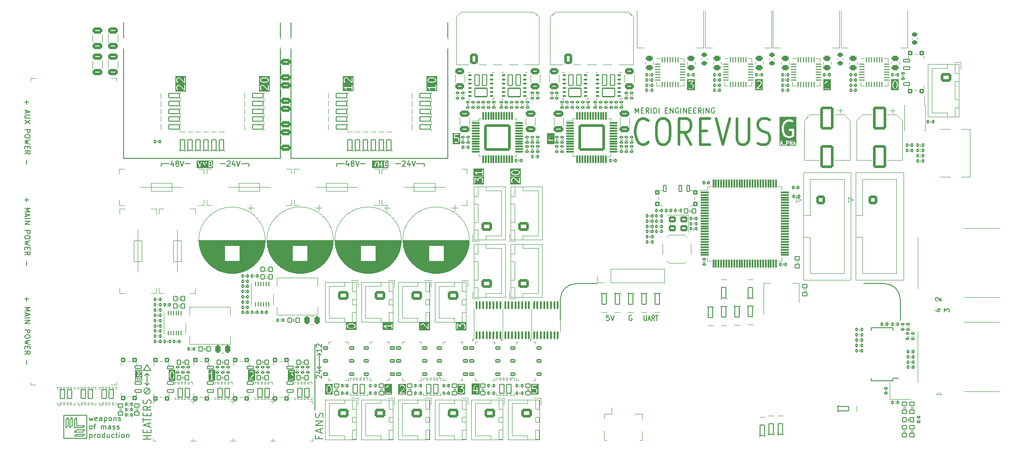
<source format=gbr>
%TF.GenerationSoftware,KiCad,Pcbnew,7.0.7-7.0.7~ubuntu22.04.1*%
%TF.CreationDate,2023-08-30T21:12:01-07:00*%
%TF.ProjectId,mainboard,6d61696e-626f-4617-9264-2e6b69636164,rev?*%
%TF.SameCoordinates,Original*%
%TF.FileFunction,Legend,Top*%
%TF.FilePolarity,Positive*%
%FSLAX46Y46*%
G04 Gerber Fmt 4.6, Leading zero omitted, Abs format (unit mm)*
G04 Created by KiCad (PCBNEW 7.0.7-7.0.7~ubuntu22.04.1) date 2023-08-30 21:12:01*
%MOMM*%
%LPD*%
G01*
G04 APERTURE LIST*
G04 Aperture macros list*
%AMRoundRect*
0 Rectangle with rounded corners*
0 $1 Rounding radius*
0 $2 $3 $4 $5 $6 $7 $8 $9 X,Y pos of 4 corners*
0 Add a 4 corners polygon primitive as box body*
4,1,4,$2,$3,$4,$5,$6,$7,$8,$9,$2,$3,0*
0 Add four circle primitives for the rounded corners*
1,1,$1+$1,$2,$3*
1,1,$1+$1,$4,$5*
1,1,$1+$1,$6,$7*
1,1,$1+$1,$8,$9*
0 Add four rect primitives between the rounded corners*
20,1,$1+$1,$2,$3,$4,$5,0*
20,1,$1+$1,$4,$5,$6,$7,0*
20,1,$1+$1,$6,$7,$8,$9,0*
20,1,$1+$1,$8,$9,$2,$3,0*%
G04 Aperture macros list end*
%ADD10C,0.150000*%
%ADD11C,0.200000*%
%ADD12C,0.500000*%
%ADD13C,0.400000*%
%ADD14C,0.100000*%
%ADD15C,0.120000*%
%ADD16RoundRect,0.100000X0.175000X0.200000X-0.175000X0.200000X-0.175000X-0.200000X0.175000X-0.200000X0*%
%ADD17RoundRect,0.250000X0.650000X-0.325000X0.650000X0.325000X-0.650000X0.325000X-0.650000X-0.325000X0*%
%ADD18RoundRect,0.100000X0.450000X1.000000X-0.450000X1.000000X-0.450000X-1.000000X0.450000X-1.000000X0*%
%ADD19RoundRect,0.100000X-0.350000X-0.400000X0.350000X-0.400000X0.350000X0.400000X-0.350000X0.400000X0*%
%ADD20RoundRect,0.100000X-1.000000X0.450000X-1.000000X-0.450000X1.000000X-0.450000X1.000000X0.450000X0*%
%ADD21C,2.950000*%
%ADD22RoundRect,0.100000X-0.175000X-0.200000X0.175000X-0.200000X0.175000X0.200000X-0.175000X0.200000X0*%
%ADD23RoundRect,0.100000X0.350000X0.400000X-0.350000X0.400000X-0.350000X-0.400000X0.350000X-0.400000X0*%
%ADD24RoundRect,0.100000X-0.450000X-1.000000X0.450000X-1.000000X0.450000X1.000000X-0.450000X1.000000X0*%
%ADD25RoundRect,0.100000X-0.200000X0.175000X-0.200000X-0.175000X0.200000X-0.175000X0.200000X0.175000X0*%
%ADD26RoundRect,0.250000X-0.450000X0.262500X-0.450000X-0.262500X0.450000X-0.262500X0.450000X0.262500X0*%
%ADD27RoundRect,0.225000X0.250000X-0.225000X0.250000X0.225000X-0.250000X0.225000X-0.250000X-0.225000X0*%
%ADD28C,1.000000*%
%ADD29RoundRect,0.100000X-0.400000X0.200000X-0.400000X-0.200000X0.400000X-0.200000X0.400000X0.200000X0*%
%ADD30O,2.700000X1.500000*%
%ADD31RoundRect,0.041667X0.133333X0.183333X-0.133333X0.183333X-0.133333X-0.183333X0.133333X-0.183333X0*%
%ADD32RoundRect,0.079673X0.455327X0.835327X-0.455327X0.835327X-0.455327X-0.835327X0.455327X-0.835327X0*%
%ADD33R,0.150000X0.150000*%
%ADD34RoundRect,0.041666X0.133333X0.183333X-0.133333X0.183333X-0.133333X-0.183333X0.133333X-0.183333X0*%
%ADD35RoundRect,0.250000X-1.000000X1.950000X-1.000000X-1.950000X1.000000X-1.950000X1.000000X1.950000X0*%
%ADD36RoundRect,0.100000X0.200000X-0.175000X0.200000X0.175000X-0.200000X0.175000X-0.200000X-0.175000X0*%
%ADD37RoundRect,0.100000X0.400000X-0.350000X0.400000X0.350000X-0.400000X0.350000X-0.400000X-0.350000X0*%
%ADD38O,1.500000X2.700000*%
%ADD39C,1.500000*%
%ADD40RoundRect,0.250000X0.625000X-0.312500X0.625000X0.312500X-0.625000X0.312500X-0.625000X-0.312500X0*%
%ADD41C,3.000000*%
%ADD42RoundRect,0.250001X-0.499999X-0.759999X0.499999X-0.759999X0.499999X0.759999X-0.499999X0.759999X0*%
%ADD43O,1.500000X2.020000*%
%ADD44RoundRect,0.062500X-0.425000X-0.062500X0.425000X-0.062500X0.425000X0.062500X-0.425000X0.062500X0*%
%ADD45RoundRect,0.062500X-0.062500X-0.425000X0.062500X-0.425000X0.062500X0.425000X-0.062500X0.425000X0*%
%ADD46R,3.250000X3.250000*%
%ADD47RoundRect,0.250000X-0.750000X0.600000X-0.750000X-0.600000X0.750000X-0.600000X0.750000X0.600000X0*%
%ADD48O,2.000000X1.700000*%
%ADD49C,0.650000*%
%ADD50R,1.150000X0.300000*%
%ADD51O,2.100000X1.000000*%
%ADD52O,1.600000X1.000000*%
%ADD53RoundRect,0.250000X0.725000X-0.600000X0.725000X0.600000X-0.725000X0.600000X-0.725000X-0.600000X0*%
%ADD54O,1.950000X1.700000*%
%ADD55RoundRect,0.100000X-0.250000X0.100000X-0.250000X-0.100000X0.250000X-0.100000X0.250000X0.100000X0*%
%ADD56RoundRect,0.100000X-1.200000X0.800000X-1.200000X-0.800000X1.200000X-0.800000X1.200000X0.800000X0*%
%ADD57RoundRect,0.100000X-0.450000X1.000000X-0.450000X-1.000000X0.450000X-1.000000X0.450000X1.000000X0*%
%ADD58RoundRect,0.200000X0.500000X0.400000X-0.500000X0.400000X-0.500000X-0.400000X0.500000X-0.400000X0*%
%ADD59C,0.800000*%
%ADD60C,6.400000*%
%ADD61RoundRect,0.062500X-0.062500X0.375000X-0.062500X-0.375000X0.062500X-0.375000X0.062500X0.375000X0*%
%ADD62R,3.000000X2.600000*%
%ADD63C,4.200000*%
%ADD64C,6.200000*%
%ADD65R,2.350000X3.500000*%
%ADD66RoundRect,0.250000X-0.250000X-0.475000X0.250000X-0.475000X0.250000X0.475000X-0.250000X0.475000X0*%
%ADD67RoundRect,0.250000X-0.650000X0.325000X-0.650000X-0.325000X0.650000X-0.325000X0.650000X0.325000X0*%
%ADD68R,1.000000X0.750000*%
%ADD69C,5.000000*%
%ADD70RoundRect,0.100000X-0.300000X-0.300000X0.300000X-0.300000X0.300000X0.300000X-0.300000X0.300000X0*%
%ADD71C,0.900000*%
%ADD72RoundRect,0.075000X-0.225000X-0.575000X0.225000X-0.575000X0.225000X0.575000X-0.225000X0.575000X0*%
%ADD73RoundRect,0.100000X-0.300000X0.300000X-0.300000X-0.300000X0.300000X-0.300000X0.300000X0.300000X0*%
%ADD74RoundRect,0.075000X-0.575000X0.225000X-0.575000X-0.225000X0.575000X-0.225000X0.575000X0.225000X0*%
%ADD75RoundRect,0.100000X-0.400000X0.350000X-0.400000X-0.350000X0.400000X-0.350000X0.400000X0.350000X0*%
%ADD76RoundRect,0.100000X0.400000X-0.200000X0.400000X0.200000X-0.400000X0.200000X-0.400000X-0.200000X0*%
%ADD77RoundRect,0.041667X-0.133333X-0.183333X0.133333X-0.183333X0.133333X0.183333X-0.133333X0.183333X0*%
%ADD78RoundRect,0.079673X-0.455327X-0.835327X0.455327X-0.835327X0.455327X0.835327X-0.455327X0.835327X0*%
%ADD79RoundRect,0.041666X-0.133333X-0.183333X0.133333X-0.183333X0.133333X0.183333X-0.133333X0.183333X0*%
%ADD80R,1.400000X1.200000*%
%ADD81RoundRect,0.100000X1.000000X-0.450000X1.000000X0.450000X-1.000000X0.450000X-1.000000X-0.450000X0*%
%ADD82RoundRect,0.250000X-0.600000X-0.600000X0.600000X-0.600000X0.600000X0.600000X-0.600000X0.600000X0*%
%ADD83C,1.700000*%
%ADD84R,2.400000X2.400000*%
%ADD85C,2.400000*%
%ADD86R,1.200000X0.400000*%
%ADD87RoundRect,0.100000X0.100000X-0.637500X0.100000X0.637500X-0.100000X0.637500X-0.100000X-0.637500X0*%
%ADD88R,0.300000X1.300000*%
%ADD89R,2.000000X1.600000*%
%ADD90R,1.500000X2.000000*%
%ADD91R,3.800000X2.000000*%
%ADD92RoundRect,0.250000X-0.725000X0.600000X-0.725000X-0.600000X0.725000X-0.600000X0.725000X0.600000X0*%
%ADD93RoundRect,0.075000X-0.725000X-0.075000X0.725000X-0.075000X0.725000X0.075000X-0.725000X0.075000X0*%
%ADD94RoundRect,0.075000X-0.075000X-0.725000X0.075000X-0.725000X0.075000X0.725000X-0.075000X0.725000X0*%
%ADD95R,1.500000X1.500000*%
%ADD96C,3.500000*%
%ADD97RoundRect,0.225000X-0.250000X0.225000X-0.250000X-0.225000X0.250000X-0.225000X0.250000X0.225000X0*%
%ADD98R,1.700000X1.700000*%
%ADD99O,1.700000X1.700000*%
%ADD100RoundRect,0.075000X-0.662500X-0.075000X0.662500X-0.075000X0.662500X0.075000X-0.662500X0.075000X0*%
%ADD101RoundRect,0.075000X-0.075000X-0.662500X0.075000X-0.662500X0.075000X0.662500X-0.075000X0.662500X0*%
%ADD102RoundRect,0.250000X-2.250000X-2.250000X2.250000X-2.250000X2.250000X2.250000X-2.250000X2.250000X0*%
%ADD103RoundRect,0.100000X0.300000X-0.300000X0.300000X0.300000X-0.300000X0.300000X-0.300000X-0.300000X0*%
%ADD104RoundRect,0.075000X0.575000X-0.225000X0.575000X0.225000X-0.575000X0.225000X-0.575000X-0.225000X0*%
%ADD105RoundRect,0.250000X0.250000X0.475000X-0.250000X0.475000X-0.250000X-0.475000X0.250000X-0.475000X0*%
%ADD106R,0.640000X2.000000*%
G04 APERTURE END LIST*
D10*
X78000000Y-136000000D02*
X78400000Y-135600000D01*
X77600000Y-135200000D02*
X77600000Y-139600000D01*
X93500000Y-127150000D02*
X93500000Y-129450000D01*
X89000000Y-86000000D02*
X119000000Y-86000000D01*
X113000000Y-87050000D02*
X111500000Y-87050000D01*
X81200000Y-137600000D02*
X81600000Y-137200000D01*
X89000000Y-60000000D02*
X89000000Y-86000000D01*
X80000000Y-135600000D02*
X80000000Y-137200000D01*
X93500000Y-129450000D02*
X93900000Y-129050000D01*
X79200000Y-135600000D02*
X79200000Y-137200000D01*
X81600000Y-138000000D02*
X80000000Y-138000000D01*
X82000000Y-139600000D02*
X82000000Y-135200000D01*
X77600000Y-139600000D02*
X82000000Y-139600000D01*
X234500000Y-110000000D02*
X230500000Y-110000000D01*
X93900000Y-130150000D02*
X93100000Y-130950000D01*
X172500000Y-112999999D02*
X172500000Y-117000001D01*
X237500000Y-113000000D02*
G75*
G03*
X234500000Y-110000000I-3000000J0D01*
G01*
X81600000Y-138800001D02*
X80000000Y-138800000D01*
X101750000Y-87050000D02*
X100750000Y-87050000D01*
X79600000Y-137600000D02*
X81200000Y-137600000D01*
X129750000Y-87050000D02*
X131250000Y-87050000D01*
X93500000Y-127150000D02*
X93900000Y-127550000D01*
X78400000Y-137200000D02*
X78000000Y-137600000D01*
X79600000Y-137600000D02*
X79600000Y-136000000D01*
X94192820Y-126650000D02*
X93500000Y-125450000D01*
X237500000Y-112999999D02*
X237500000Y-117000001D01*
X155875000Y-120800000D02*
G75*
G03*
X155875000Y-120800000I-75000J0D01*
G01*
X121000000Y-86000000D02*
X151000000Y-86000000D01*
X96250000Y-87550000D02*
X96250000Y-87050000D01*
X126399997Y-124800000D02*
X126399997Y-123300000D01*
X113000000Y-87550000D02*
X113000000Y-87050000D01*
X126399997Y-126300000D02*
X125999997Y-125900000D01*
X82000000Y-135200000D02*
X77600000Y-135200000D01*
X126399997Y-124800000D02*
X126399997Y-126300000D01*
X126399997Y-126300000D02*
X126799997Y-125900000D01*
X94100000Y-130550000D02*
G75*
G03*
X94100000Y-130550000I-600000J0D01*
G01*
X79600000Y-136000000D02*
X80000000Y-135600000D01*
X81200000Y-138400000D02*
X81600000Y-138000000D01*
X166875000Y-120800000D02*
G75*
G03*
X166875000Y-120800000I-75000J0D01*
G01*
X78400000Y-135600000D02*
X78400000Y-137200000D01*
X79200000Y-137200000D02*
X78800000Y-137600000D01*
X79600000Y-138399999D02*
X81200000Y-138400000D01*
X96250000Y-87050000D02*
X97750000Y-87050000D01*
X81200000Y-139200000D02*
X81600000Y-138800001D01*
X78000000Y-137600000D02*
X78000000Y-136000000D01*
X161375000Y-120800000D02*
G75*
G03*
X161375000Y-120800000I-75000J0D01*
G01*
X146500000Y-87050000D02*
X145000000Y-87050000D01*
X129750000Y-87550000D02*
X129750000Y-87050000D01*
X135250000Y-87050000D02*
X134250000Y-87050000D01*
X126399997Y-123300000D02*
X125999997Y-123700000D01*
X146500000Y-87550000D02*
X146500000Y-87050000D01*
X126399997Y-123300000D02*
X126799997Y-123700000D01*
X125599997Y-134200000D02*
X125599997Y-121600000D01*
X80000000Y-138000000D02*
X79600000Y-138399999D01*
X81600000Y-137200000D02*
X80000000Y-137200000D01*
X151000000Y-86000000D02*
X151000000Y-60000000D01*
X78800000Y-137600000D02*
X78800000Y-136000000D01*
X121000000Y-60000000D02*
X121000000Y-86000000D01*
X107500000Y-87050000D02*
X108500000Y-87050000D01*
X119000000Y-86000000D02*
X119000000Y-60000000D01*
X80000000Y-138800000D02*
X79600000Y-139200000D01*
X93500000Y-125450000D02*
X92807180Y-126650000D01*
X93500000Y-129450000D02*
X93100000Y-129050000D01*
X78800000Y-136000000D02*
X79200000Y-135600000D01*
X79600000Y-139200000D02*
X81200000Y-139200000D01*
X93500000Y-127150000D02*
X93100000Y-127550000D01*
X175500000Y-110000000D02*
X179500001Y-110000000D01*
X141000000Y-87050000D02*
X142000000Y-87050000D01*
X175500000Y-110000000D02*
G75*
G03*
X172500000Y-113000000I0J-3000000D01*
G01*
X92807180Y-126650000D02*
X94192820Y-126650000D01*
X126854819Y-122490476D02*
X126854819Y-123061904D01*
X126854819Y-122776190D02*
X125854819Y-122776190D01*
X125854819Y-122776190D02*
X125997676Y-122871428D01*
X125997676Y-122871428D02*
X126092914Y-122966666D01*
X126092914Y-122966666D02*
X126140533Y-123061904D01*
X125950057Y-122109523D02*
X125902438Y-122061904D01*
X125902438Y-122061904D02*
X125854819Y-121966666D01*
X125854819Y-121966666D02*
X125854819Y-121728571D01*
X125854819Y-121728571D02*
X125902438Y-121633333D01*
X125902438Y-121633333D02*
X125950057Y-121585714D01*
X125950057Y-121585714D02*
X126045295Y-121538095D01*
X126045295Y-121538095D02*
X126140533Y-121538095D01*
X126140533Y-121538095D02*
X126283390Y-121585714D01*
X126283390Y-121585714D02*
X126854819Y-122157142D01*
X126854819Y-122157142D02*
X126854819Y-121538095D01*
G36*
X157075174Y-131224275D02*
G01*
X155570309Y-131224275D01*
X155570309Y-130423104D01*
X155784595Y-130423104D01*
X155788147Y-130443250D01*
X155788706Y-130463695D01*
X155792508Y-130467983D01*
X155793504Y-130473628D01*
X155809171Y-130486774D01*
X155822743Y-130502080D01*
X155828413Y-130502920D01*
X155832804Y-130506605D01*
X155858456Y-130511128D01*
X156497742Y-130511128D01*
X156497742Y-130936128D01*
X156515289Y-130984337D01*
X156559718Y-131009989D01*
X156610242Y-131001080D01*
X156643219Y-130961780D01*
X156647742Y-130936128D01*
X156647742Y-130511128D01*
X156787027Y-130511128D01*
X156835236Y-130493581D01*
X156860888Y-130449152D01*
X156851979Y-130398628D01*
X156812679Y-130365651D01*
X156787027Y-130361128D01*
X156647742Y-130361128D01*
X156647742Y-129936128D01*
X156630195Y-129887919D01*
X156585766Y-129862267D01*
X156535242Y-129871176D01*
X156502265Y-129910476D01*
X156497742Y-129936128D01*
X156497742Y-130361128D01*
X155962513Y-130361128D01*
X156286750Y-129388417D01*
X156285349Y-129337134D01*
X156251311Y-129298748D01*
X156200563Y-129291223D01*
X156156850Y-129318078D01*
X156144448Y-129340983D01*
X155787305Y-130412411D01*
X155787461Y-130418139D01*
X155784595Y-130423104D01*
X155570309Y-130423104D01*
X155570309Y-129076937D01*
X157075174Y-129076937D01*
X157075174Y-131224275D01*
G37*
G36*
X157975414Y-90975177D02*
G01*
X155896842Y-90975177D01*
X155896842Y-90687030D01*
X156111128Y-90687030D01*
X156128675Y-90735239D01*
X156173104Y-90760891D01*
X156223628Y-90751982D01*
X156256605Y-90712682D01*
X156261128Y-90687030D01*
X156261128Y-89923740D01*
X156708169Y-90314901D01*
X156727018Y-90322206D01*
X156744533Y-90332319D01*
X156750428Y-90331279D01*
X156756005Y-90333441D01*
X156775139Y-90326922D01*
X156795057Y-90323410D01*
X156798903Y-90318826D01*
X156804566Y-90316897D01*
X156815034Y-90299602D01*
X156828034Y-90284110D01*
X156829522Y-90275665D01*
X156831132Y-90273007D01*
X156830598Y-90269565D01*
X156832557Y-90258458D01*
X156832557Y-90061877D01*
X156890624Y-89945742D01*
X156944841Y-89891525D01*
X157060976Y-89833458D01*
X157382709Y-89833458D01*
X157498843Y-89891525D01*
X157553060Y-89945742D01*
X157611128Y-90061877D01*
X157611128Y-90455039D01*
X157553060Y-90571174D01*
X157490238Y-90633997D01*
X157468557Y-90680494D01*
X157481834Y-90730048D01*
X157523860Y-90759475D01*
X157574967Y-90755003D01*
X157596304Y-90740063D01*
X157667733Y-90668634D01*
X157668423Y-90667152D01*
X157681782Y-90649142D01*
X157753210Y-90506285D01*
X157753722Y-90501831D01*
X157756605Y-90498396D01*
X157761128Y-90472744D01*
X157761128Y-90044173D01*
X157759594Y-90039960D01*
X157760637Y-90035599D01*
X157753210Y-90010632D01*
X157681782Y-89867775D01*
X157680595Y-89866651D01*
X157667733Y-89848283D01*
X157596304Y-89776854D01*
X157594822Y-89776163D01*
X157576812Y-89762805D01*
X157433955Y-89691376D01*
X157429501Y-89690863D01*
X157426066Y-89687981D01*
X157400414Y-89683458D01*
X157043271Y-89683458D01*
X157039057Y-89684991D01*
X157034696Y-89683950D01*
X157009730Y-89691376D01*
X156866873Y-89762805D01*
X156865749Y-89763991D01*
X156847381Y-89776854D01*
X156775952Y-89848283D01*
X156775261Y-89849764D01*
X156761903Y-89867775D01*
X156690475Y-90010632D01*
X156689962Y-90015085D01*
X156687080Y-90018521D01*
X156682557Y-90044173D01*
X156682557Y-90093175D01*
X156235516Y-89702015D01*
X156216664Y-89694708D01*
X156199152Y-89684597D01*
X156193258Y-89685636D01*
X156187680Y-89683474D01*
X156168540Y-89689994D01*
X156148628Y-89693506D01*
X156144782Y-89698089D01*
X156139118Y-89700019D01*
X156128647Y-89717317D01*
X156115651Y-89732806D01*
X156114162Y-89741249D01*
X156112553Y-89743908D01*
X156113086Y-89747349D01*
X156111128Y-89758458D01*
X156111128Y-90687030D01*
X155896842Y-90687030D01*
X155896842Y-89469172D01*
X157975414Y-89469172D01*
X157975414Y-90975177D01*
G37*
X246869819Y-112639411D02*
X246869819Y-113210839D01*
X246869819Y-112925125D02*
X245869819Y-112925125D01*
X245869819Y-112925125D02*
X246012676Y-113020363D01*
X246012676Y-113020363D02*
X246107914Y-113115601D01*
X246107914Y-113115601D02*
X246155533Y-113210839D01*
G36*
X139298771Y-87209180D02*
G01*
X139325265Y-87235674D01*
X139359523Y-87304189D01*
X139359523Y-87411637D01*
X139325264Y-87480153D01*
X139294857Y-87510561D01*
X139226342Y-87544819D01*
X138938095Y-87544819D01*
X138938095Y-87171009D01*
X139184258Y-87171009D01*
X139298771Y-87209180D01*
G37*
G36*
X139247239Y-86729077D02*
G01*
X139277646Y-86759484D01*
X139311904Y-86827999D01*
X139311904Y-86887828D01*
X139277646Y-86956344D01*
X139247239Y-86986750D01*
X139178723Y-87021009D01*
X138938095Y-87021009D01*
X138938095Y-86694819D01*
X139178723Y-86694819D01*
X139247239Y-86729077D01*
G37*
G36*
X139652380Y-87837676D02*
G01*
X136502409Y-87837676D01*
X136502409Y-86617770D01*
X136645266Y-86617770D01*
X136649087Y-86643536D01*
X136982420Y-87643536D01*
X136983762Y-87645227D01*
X136983821Y-87647386D01*
X136999570Y-87665147D01*
X137014311Y-87683722D01*
X137016424Y-87684154D01*
X137017858Y-87685771D01*
X137041328Y-87689251D01*
X137064572Y-87694008D01*
X137066471Y-87692979D01*
X137068607Y-87693296D01*
X137088820Y-87680877D01*
X137109686Y-87669579D01*
X137110479Y-87667571D01*
X137112319Y-87666441D01*
X137124722Y-87643536D01*
X137132628Y-87619819D01*
X137645238Y-87619819D01*
X137662785Y-87668028D01*
X137707214Y-87693680D01*
X137757738Y-87684771D01*
X137790715Y-87645471D01*
X137795238Y-87619819D01*
X137795238Y-86957886D01*
X137985607Y-87365821D01*
X137999373Y-87379579D01*
X138010534Y-87395528D01*
X138017093Y-87397287D01*
X138021895Y-87402086D01*
X138041284Y-87403777D01*
X138060086Y-87408821D01*
X138066239Y-87405953D01*
X138073004Y-87406544D01*
X138088946Y-87395372D01*
X138106588Y-87387153D01*
X138112287Y-87379018D01*
X138115020Y-87377104D01*
X138115879Y-87373891D01*
X138121535Y-87365820D01*
X138311904Y-86957886D01*
X138311904Y-87619819D01*
X138329451Y-87668028D01*
X138373880Y-87693680D01*
X138424404Y-87684771D01*
X138457381Y-87645471D01*
X138461904Y-87619819D01*
X138788095Y-87619819D01*
X138794758Y-87638127D01*
X138798143Y-87657319D01*
X138803327Y-87661669D01*
X138805642Y-87668028D01*
X138822515Y-87677770D01*
X138837443Y-87690296D01*
X138847185Y-87692013D01*
X138850071Y-87693680D01*
X138853353Y-87693101D01*
X138863095Y-87694819D01*
X139244047Y-87694819D01*
X139248260Y-87693285D01*
X139252621Y-87694327D01*
X139277588Y-87686901D01*
X139372826Y-87639282D01*
X139373950Y-87638094D01*
X139392319Y-87625232D01*
X139439937Y-87577613D01*
X139440627Y-87576131D01*
X139453986Y-87558121D01*
X139501605Y-87462883D01*
X139502117Y-87458429D01*
X139505000Y-87454994D01*
X139509523Y-87429342D01*
X139509523Y-87286485D01*
X139507989Y-87282271D01*
X139509031Y-87277910D01*
X139501605Y-87252944D01*
X139453986Y-87157706D01*
X139452796Y-87156580D01*
X139439937Y-87138214D01*
X139392318Y-87090595D01*
X139388254Y-87088700D01*
X139385907Y-87084879D01*
X139369906Y-87076215D01*
X139392318Y-87053804D01*
X139393009Y-87052322D01*
X139406367Y-87034312D01*
X139453986Y-86939074D01*
X139454498Y-86934620D01*
X139457381Y-86931185D01*
X139461904Y-86905533D01*
X139461904Y-86810295D01*
X139460370Y-86806081D01*
X139461412Y-86801720D01*
X139453986Y-86776754D01*
X139406367Y-86681516D01*
X139405177Y-86680390D01*
X139392318Y-86662024D01*
X139344699Y-86614405D01*
X139343217Y-86613714D01*
X139325207Y-86600356D01*
X139229969Y-86552737D01*
X139225515Y-86552224D01*
X139222080Y-86549342D01*
X139196428Y-86544819D01*
X138863095Y-86544819D01*
X138844786Y-86551482D01*
X138825595Y-86554867D01*
X138821244Y-86560051D01*
X138814886Y-86562366D01*
X138805143Y-86579239D01*
X138792618Y-86594167D01*
X138790900Y-86603909D01*
X138789234Y-86606795D01*
X138789812Y-86610077D01*
X138788095Y-86619819D01*
X138788095Y-87619819D01*
X138461904Y-87619819D01*
X138461904Y-86619819D01*
X138458478Y-86610406D01*
X138459354Y-86600429D01*
X138449960Y-86587004D01*
X138444357Y-86571610D01*
X138435684Y-86566602D01*
X138429941Y-86558395D01*
X138414115Y-86554149D01*
X138399928Y-86545958D01*
X138390064Y-86547697D01*
X138380390Y-86545102D01*
X138365538Y-86552021D01*
X138349404Y-86554867D01*
X138342965Y-86562539D01*
X138333887Y-86566770D01*
X138318940Y-86588102D01*
X138053570Y-87156750D01*
X137788202Y-86588103D01*
X137781116Y-86581022D01*
X137777691Y-86571610D01*
X137763501Y-86563417D01*
X137751914Y-86551837D01*
X137741937Y-86550966D01*
X137733262Y-86545958D01*
X137717126Y-86548803D01*
X137700805Y-86547380D01*
X137692601Y-86553127D01*
X137682738Y-86554867D01*
X137672206Y-86567417D01*
X137658789Y-86576819D01*
X137656199Y-86586493D01*
X137649761Y-86594167D01*
X137645238Y-86619819D01*
X137645238Y-87619819D01*
X137132628Y-87619819D01*
X137458055Y-86643536D01*
X137456654Y-86592253D01*
X137422616Y-86553867D01*
X137371868Y-86546342D01*
X137328155Y-86573197D01*
X137315753Y-86596102D01*
X137053571Y-87382648D01*
X136791389Y-86596102D01*
X136759498Y-86555916D01*
X136709237Y-86545630D01*
X136664123Y-86570059D01*
X136645266Y-86617770D01*
X136502409Y-86617770D01*
X136502409Y-86401962D01*
X139652380Y-86401962D01*
X139652380Y-87837676D01*
G37*
G36*
X168330824Y-131225414D02*
G01*
X166895395Y-131225414D01*
X166895395Y-130143878D01*
X167109681Y-130143878D01*
X167116210Y-130168247D01*
X167122430Y-130192667D01*
X167122829Y-130192954D01*
X167122958Y-130193433D01*
X167143619Y-130207900D01*
X167164086Y-130222613D01*
X167164579Y-130222575D01*
X167164984Y-130222859D01*
X167190090Y-130220662D01*
X167215246Y-130218775D01*
X167215599Y-130218430D01*
X167216092Y-130218387D01*
X167237428Y-130203447D01*
X167300250Y-130140624D01*
X167416386Y-130082557D01*
X167738118Y-130082557D01*
X167854252Y-130140623D01*
X167908469Y-130194840D01*
X167966538Y-130310976D01*
X167966538Y-130632708D01*
X167908469Y-130748844D01*
X167854252Y-130803061D01*
X167738118Y-130861128D01*
X167416386Y-130861128D01*
X167300250Y-130803060D01*
X167237428Y-130740238D01*
X167190932Y-130718557D01*
X167141377Y-130731834D01*
X167111951Y-130773859D01*
X167116421Y-130824967D01*
X167131362Y-130846304D01*
X167202790Y-130917733D01*
X167204271Y-130918424D01*
X167222282Y-130931782D01*
X167365141Y-131003210D01*
X167369593Y-131003722D01*
X167373029Y-131006605D01*
X167398681Y-131011128D01*
X167755823Y-131011128D01*
X167760035Y-131009594D01*
X167764397Y-131010637D01*
X167789364Y-131003210D01*
X167932222Y-130931782D01*
X167933346Y-130930594D01*
X167951714Y-130917733D01*
X168023142Y-130846304D01*
X168023834Y-130844819D01*
X168037191Y-130826812D01*
X168108620Y-130683955D01*
X168109132Y-130679501D01*
X168112015Y-130676066D01*
X168116538Y-130650414D01*
X168116538Y-130293271D01*
X168115004Y-130289057D01*
X168116046Y-130284696D01*
X168108620Y-130259730D01*
X168037191Y-130116873D01*
X168036004Y-130115749D01*
X168023142Y-130097381D01*
X167951714Y-130025952D01*
X167950232Y-130025260D01*
X167932222Y-130011903D01*
X167789364Y-129940475D01*
X167784910Y-129939962D01*
X167781475Y-129937080D01*
X167755823Y-129932557D01*
X167398681Y-129932557D01*
X167394468Y-129934090D01*
X167390107Y-129933048D01*
X167365141Y-129940475D01*
X167276322Y-129984883D01*
X167323697Y-129511128D01*
X167970109Y-129511128D01*
X168018318Y-129493581D01*
X168043970Y-129449152D01*
X168035061Y-129398628D01*
X167995761Y-129365651D01*
X167970109Y-129361128D01*
X167255823Y-129361128D01*
X167240855Y-129366575D01*
X167224972Y-129367767D01*
X167217465Y-129375089D01*
X167207614Y-129378675D01*
X167199650Y-129392468D01*
X167188248Y-129403591D01*
X167183517Y-129420410D01*
X167181962Y-129423104D01*
X167182269Y-129424846D01*
X167181195Y-129428666D01*
X167109767Y-130142951D01*
X167109889Y-130143431D01*
X167109681Y-130143878D01*
X166895395Y-130143878D01*
X166895395Y-129146842D01*
X168330824Y-129146842D01*
X168330824Y-131225414D01*
G37*
G36*
X157975414Y-89403748D02*
G01*
X155896997Y-89403748D01*
X155896997Y-88682203D01*
X156111283Y-88682203D01*
X156117396Y-88703094D01*
X156121176Y-88724530D01*
X156124479Y-88727302D01*
X156125691Y-88731441D01*
X156144526Y-88749434D01*
X156352632Y-88888171D01*
X156481632Y-89017171D01*
X156547618Y-89149142D01*
X156584872Y-89184414D01*
X156636083Y-89187489D01*
X156677288Y-89156925D01*
X156689208Y-89107026D01*
X156681782Y-89082060D01*
X156610353Y-88939203D01*
X156609163Y-88938077D01*
X156596304Y-88919711D01*
X156453447Y-88776854D01*
X156450281Y-88775377D01*
X156442017Y-88767483D01*
X156433837Y-88762030D01*
X157611128Y-88762030D01*
X157611128Y-89115601D01*
X157628675Y-89163810D01*
X157673104Y-89189462D01*
X157723628Y-89180553D01*
X157756605Y-89141253D01*
X157761128Y-89115601D01*
X157761128Y-88258458D01*
X157743581Y-88210249D01*
X157699152Y-88184597D01*
X157648628Y-88193506D01*
X157615651Y-88232806D01*
X157611128Y-88258458D01*
X157611128Y-88612030D01*
X156186128Y-88612030D01*
X156182074Y-88613505D01*
X156177885Y-88612485D01*
X156158372Y-88622132D01*
X156137919Y-88629577D01*
X156135763Y-88633311D01*
X156131896Y-88635223D01*
X156123149Y-88655157D01*
X156112267Y-88674006D01*
X156113015Y-88678253D01*
X156111283Y-88682203D01*
X155896997Y-88682203D01*
X155896997Y-87970311D01*
X157975414Y-87970311D01*
X157975414Y-89403748D01*
G37*
X244335057Y-113210839D02*
X244287438Y-113163220D01*
X244287438Y-113163220D02*
X244239819Y-113067982D01*
X244239819Y-113067982D02*
X244239819Y-112829887D01*
X244239819Y-112829887D02*
X244287438Y-112734649D01*
X244287438Y-112734649D02*
X244335057Y-112687030D01*
X244335057Y-112687030D02*
X244430295Y-112639411D01*
X244430295Y-112639411D02*
X244525533Y-112639411D01*
X244525533Y-112639411D02*
X244668390Y-112687030D01*
X244668390Y-112687030D02*
X245239819Y-113258458D01*
X245239819Y-113258458D02*
X245239819Y-112639411D01*
X98535714Y-86838152D02*
X98535714Y-87504819D01*
X98297619Y-86457200D02*
X98059524Y-87171485D01*
X98059524Y-87171485D02*
X98678571Y-87171485D01*
X99202381Y-86933390D02*
X99107143Y-86885771D01*
X99107143Y-86885771D02*
X99059524Y-86838152D01*
X99059524Y-86838152D02*
X99011905Y-86742914D01*
X99011905Y-86742914D02*
X99011905Y-86695295D01*
X99011905Y-86695295D02*
X99059524Y-86600057D01*
X99059524Y-86600057D02*
X99107143Y-86552438D01*
X99107143Y-86552438D02*
X99202381Y-86504819D01*
X99202381Y-86504819D02*
X99392857Y-86504819D01*
X99392857Y-86504819D02*
X99488095Y-86552438D01*
X99488095Y-86552438D02*
X99535714Y-86600057D01*
X99535714Y-86600057D02*
X99583333Y-86695295D01*
X99583333Y-86695295D02*
X99583333Y-86742914D01*
X99583333Y-86742914D02*
X99535714Y-86838152D01*
X99535714Y-86838152D02*
X99488095Y-86885771D01*
X99488095Y-86885771D02*
X99392857Y-86933390D01*
X99392857Y-86933390D02*
X99202381Y-86933390D01*
X99202381Y-86933390D02*
X99107143Y-86981009D01*
X99107143Y-86981009D02*
X99059524Y-87028628D01*
X99059524Y-87028628D02*
X99011905Y-87123866D01*
X99011905Y-87123866D02*
X99011905Y-87314342D01*
X99011905Y-87314342D02*
X99059524Y-87409580D01*
X99059524Y-87409580D02*
X99107143Y-87457200D01*
X99107143Y-87457200D02*
X99202381Y-87504819D01*
X99202381Y-87504819D02*
X99392857Y-87504819D01*
X99392857Y-87504819D02*
X99488095Y-87457200D01*
X99488095Y-87457200D02*
X99535714Y-87409580D01*
X99535714Y-87409580D02*
X99583333Y-87314342D01*
X99583333Y-87314342D02*
X99583333Y-87123866D01*
X99583333Y-87123866D02*
X99535714Y-87028628D01*
X99535714Y-87028628D02*
X99488095Y-86981009D01*
X99488095Y-86981009D02*
X99392857Y-86933390D01*
X99869048Y-86504819D02*
X100202381Y-87504819D01*
X100202381Y-87504819D02*
X100535714Y-86504819D01*
X244573152Y-114884398D02*
X245239819Y-114884398D01*
X244192200Y-115122493D02*
X244906485Y-115360588D01*
X244906485Y-115360588D02*
X244906485Y-114741541D01*
G36*
X140582914Y-118839687D02*
G01*
X138504497Y-118839687D01*
X138504497Y-118118142D01*
X138718783Y-118118142D01*
X138724896Y-118139033D01*
X138728676Y-118160469D01*
X138731979Y-118163241D01*
X138733191Y-118167380D01*
X138752026Y-118185373D01*
X138960132Y-118324110D01*
X139089132Y-118453110D01*
X139155118Y-118585081D01*
X139192372Y-118620353D01*
X139243583Y-118623428D01*
X139284788Y-118592864D01*
X139296708Y-118542965D01*
X139289282Y-118517999D01*
X139217853Y-118375142D01*
X139216663Y-118374016D01*
X139203804Y-118355650D01*
X139060947Y-118212793D01*
X139057781Y-118211316D01*
X139049517Y-118203422D01*
X139041337Y-118197969D01*
X140218628Y-118197969D01*
X140218628Y-118551540D01*
X140236175Y-118599749D01*
X140280604Y-118625401D01*
X140331128Y-118616492D01*
X140364105Y-118577192D01*
X140368628Y-118551540D01*
X140368628Y-117694397D01*
X140351081Y-117646188D01*
X140306652Y-117620536D01*
X140256128Y-117629445D01*
X140223151Y-117668745D01*
X140218628Y-117694397D01*
X140218628Y-118047969D01*
X138793628Y-118047969D01*
X138789574Y-118049444D01*
X138785385Y-118048424D01*
X138765872Y-118058071D01*
X138745419Y-118065516D01*
X138743263Y-118069250D01*
X138739396Y-118071162D01*
X138730649Y-118091096D01*
X138719767Y-118109945D01*
X138720515Y-118114192D01*
X138718783Y-118118142D01*
X138504497Y-118118142D01*
X138504497Y-117406250D01*
X140582914Y-117406250D01*
X140582914Y-118839687D01*
G37*
G36*
X143004886Y-131225414D02*
G01*
X141498028Y-131225414D01*
X141498028Y-130929592D01*
X141712314Y-130929592D01*
X141718155Y-130951394D01*
X141722076Y-130973628D01*
X141724703Y-130975832D01*
X141725591Y-130979146D01*
X141744082Y-130992094D01*
X141761376Y-131006605D01*
X141765960Y-131007413D01*
X141767617Y-131008573D01*
X141770905Y-131008285D01*
X141787028Y-131011128D01*
X142715600Y-131011128D01*
X142763809Y-130993581D01*
X142789461Y-130949152D01*
X142780552Y-130898628D01*
X142741252Y-130865651D01*
X142715600Y-130861128D01*
X141968094Y-130861128D01*
X142697204Y-130132018D01*
X142699098Y-130127955D01*
X142702919Y-130125608D01*
X142715322Y-130102702D01*
X142786751Y-129888418D01*
X142786706Y-129886782D01*
X142790600Y-129864700D01*
X142790600Y-129721842D01*
X142789066Y-129717628D01*
X142790108Y-129713267D01*
X142782682Y-129688301D01*
X142711253Y-129545444D01*
X142710063Y-129544318D01*
X142697204Y-129525952D01*
X142625776Y-129454524D01*
X142624294Y-129453833D01*
X142606284Y-129440475D01*
X142463426Y-129369046D01*
X142458972Y-129368533D01*
X142455537Y-129365651D01*
X142429885Y-129361128D01*
X142072743Y-129361128D01*
X142068529Y-129362661D01*
X142064168Y-129361620D01*
X142039202Y-129369046D01*
X141896344Y-129440475D01*
X141895218Y-129441664D01*
X141876852Y-129454524D01*
X141805424Y-129525952D01*
X141783743Y-129572449D01*
X141797020Y-129622003D01*
X141839046Y-129651430D01*
X141890153Y-129646958D01*
X141911490Y-129632018D01*
X141974312Y-129569195D01*
X142090448Y-129511128D01*
X142412180Y-129511128D01*
X142528316Y-129569195D01*
X142582532Y-129623412D01*
X142640600Y-129739547D01*
X142640600Y-129852529D01*
X142578619Y-130038470D01*
X141733995Y-130883095D01*
X141724457Y-130903548D01*
X141713167Y-130923104D01*
X141713763Y-130926484D01*
X141712314Y-130929592D01*
X141498028Y-130929592D01*
X141498028Y-129146842D01*
X143004886Y-129146842D01*
X143004886Y-131225414D01*
G37*
D11*
X94256028Y-139770802D02*
X92756028Y-139770802D01*
X93470314Y-139770802D02*
X93470314Y-139056517D01*
X94256028Y-139056517D02*
X92756028Y-139056517D01*
X93470314Y-138461278D02*
X93470314Y-138044612D01*
X94256028Y-137866040D02*
X94256028Y-138461278D01*
X94256028Y-138461278D02*
X92756028Y-138461278D01*
X92756028Y-138461278D02*
X92756028Y-137866040D01*
X93827457Y-137389850D02*
X93827457Y-136794612D01*
X94256028Y-137508898D02*
X92756028Y-137092231D01*
X92756028Y-137092231D02*
X94256028Y-136675565D01*
X92756028Y-136437469D02*
X92756028Y-135723183D01*
X94256028Y-136080326D02*
X92756028Y-136080326D01*
X93470314Y-135306516D02*
X93470314Y-134889850D01*
X94256028Y-134711278D02*
X94256028Y-135306516D01*
X94256028Y-135306516D02*
X92756028Y-135306516D01*
X92756028Y-135306516D02*
X92756028Y-134711278D01*
X94256028Y-133461279D02*
X93541742Y-133877945D01*
X94256028Y-134175564D02*
X92756028Y-134175564D01*
X92756028Y-134175564D02*
X92756028Y-133699374D01*
X92756028Y-133699374D02*
X92827457Y-133580326D01*
X92827457Y-133580326D02*
X92898885Y-133520803D01*
X92898885Y-133520803D02*
X93041742Y-133461279D01*
X93041742Y-133461279D02*
X93256028Y-133461279D01*
X93256028Y-133461279D02*
X93398885Y-133520803D01*
X93398885Y-133520803D02*
X93470314Y-133580326D01*
X93470314Y-133580326D02*
X93541742Y-133699374D01*
X93541742Y-133699374D02*
X93541742Y-134175564D01*
X94184600Y-132985088D02*
X94256028Y-132806517D01*
X94256028Y-132806517D02*
X94256028Y-132508898D01*
X94256028Y-132508898D02*
X94184600Y-132389850D01*
X94184600Y-132389850D02*
X94113171Y-132330326D01*
X94113171Y-132330326D02*
X93970314Y-132270803D01*
X93970314Y-132270803D02*
X93827457Y-132270803D01*
X93827457Y-132270803D02*
X93684600Y-132330326D01*
X93684600Y-132330326D02*
X93613171Y-132389850D01*
X93613171Y-132389850D02*
X93541742Y-132508898D01*
X93541742Y-132508898D02*
X93470314Y-132746993D01*
X93470314Y-132746993D02*
X93398885Y-132866041D01*
X93398885Y-132866041D02*
X93327457Y-132925564D01*
X93327457Y-132925564D02*
X93184600Y-132985088D01*
X93184600Y-132985088D02*
X93041742Y-132985088D01*
X93041742Y-132985088D02*
X92898885Y-132925564D01*
X92898885Y-132925564D02*
X92827457Y-132866041D01*
X92827457Y-132866041D02*
X92756028Y-132746993D01*
X92756028Y-132746993D02*
X92756028Y-132449374D01*
X92756028Y-132449374D02*
X92827457Y-132270803D01*
D10*
X70511133Y-112547619D02*
X70511133Y-113309524D01*
X70130180Y-112928571D02*
X70892085Y-112928571D01*
X70130180Y-114547619D02*
X71130180Y-114547619D01*
X71130180Y-114547619D02*
X70415895Y-114880952D01*
X70415895Y-114880952D02*
X71130180Y-115214285D01*
X71130180Y-115214285D02*
X70130180Y-115214285D01*
X70415895Y-115642857D02*
X70415895Y-116119047D01*
X70130180Y-115547619D02*
X71130180Y-115880952D01*
X71130180Y-115880952D02*
X70130180Y-116214285D01*
X70130180Y-116547619D02*
X71130180Y-116547619D01*
X70130180Y-117023809D02*
X71130180Y-117023809D01*
X71130180Y-117023809D02*
X70130180Y-117595237D01*
X70130180Y-117595237D02*
X71130180Y-117595237D01*
X70130180Y-118833333D02*
X71130180Y-118833333D01*
X71130180Y-118833333D02*
X71130180Y-119214285D01*
X71130180Y-119214285D02*
X71082561Y-119309523D01*
X71082561Y-119309523D02*
X71034942Y-119357142D01*
X71034942Y-119357142D02*
X70939704Y-119404761D01*
X70939704Y-119404761D02*
X70796847Y-119404761D01*
X70796847Y-119404761D02*
X70701609Y-119357142D01*
X70701609Y-119357142D02*
X70653990Y-119309523D01*
X70653990Y-119309523D02*
X70606371Y-119214285D01*
X70606371Y-119214285D02*
X70606371Y-118833333D01*
X71130180Y-120023809D02*
X71130180Y-120214285D01*
X71130180Y-120214285D02*
X71082561Y-120309523D01*
X71082561Y-120309523D02*
X70987323Y-120404761D01*
X70987323Y-120404761D02*
X70796847Y-120452380D01*
X70796847Y-120452380D02*
X70463514Y-120452380D01*
X70463514Y-120452380D02*
X70273038Y-120404761D01*
X70273038Y-120404761D02*
X70177800Y-120309523D01*
X70177800Y-120309523D02*
X70130180Y-120214285D01*
X70130180Y-120214285D02*
X70130180Y-120023809D01*
X70130180Y-120023809D02*
X70177800Y-119928571D01*
X70177800Y-119928571D02*
X70273038Y-119833333D01*
X70273038Y-119833333D02*
X70463514Y-119785714D01*
X70463514Y-119785714D02*
X70796847Y-119785714D01*
X70796847Y-119785714D02*
X70987323Y-119833333D01*
X70987323Y-119833333D02*
X71082561Y-119928571D01*
X71082561Y-119928571D02*
X71130180Y-120023809D01*
X71130180Y-120785714D02*
X70130180Y-121023809D01*
X70130180Y-121023809D02*
X70844466Y-121214285D01*
X70844466Y-121214285D02*
X70130180Y-121404761D01*
X70130180Y-121404761D02*
X71130180Y-121642857D01*
X70653990Y-122023809D02*
X70653990Y-122357142D01*
X70130180Y-122499999D02*
X70130180Y-122023809D01*
X70130180Y-122023809D02*
X71130180Y-122023809D01*
X71130180Y-122023809D02*
X71130180Y-122499999D01*
X70130180Y-123499999D02*
X70606371Y-123166666D01*
X70130180Y-122928571D02*
X71130180Y-122928571D01*
X71130180Y-122928571D02*
X71130180Y-123309523D01*
X71130180Y-123309523D02*
X71082561Y-123404761D01*
X71082561Y-123404761D02*
X71034942Y-123452380D01*
X71034942Y-123452380D02*
X70939704Y-123499999D01*
X70939704Y-123499999D02*
X70796847Y-123499999D01*
X70796847Y-123499999D02*
X70701609Y-123452380D01*
X70701609Y-123452380D02*
X70653990Y-123404761D01*
X70653990Y-123404761D02*
X70606371Y-123309523D01*
X70606371Y-123309523D02*
X70606371Y-122928571D01*
X70511133Y-124690476D02*
X70511133Y-125452381D01*
G36*
X198217858Y-72952914D02*
G01*
X196711853Y-72952914D01*
X196711853Y-71150604D01*
X196926139Y-71150604D01*
X196935048Y-71201128D01*
X196974348Y-71234105D01*
X197000000Y-71238628D01*
X197763289Y-71238628D01*
X197372129Y-71685669D01*
X197364822Y-71704520D01*
X197354711Y-71722033D01*
X197355750Y-71727926D01*
X197353588Y-71733505D01*
X197360108Y-71752644D01*
X197363620Y-71772557D01*
X197368203Y-71776402D01*
X197370133Y-71782067D01*
X197387431Y-71792537D01*
X197402920Y-71805534D01*
X197411363Y-71807022D01*
X197414022Y-71808632D01*
X197417463Y-71808098D01*
X197428572Y-71810057D01*
X197625152Y-71810057D01*
X197741286Y-71868123D01*
X197795503Y-71922340D01*
X197853572Y-72038476D01*
X197853572Y-72360208D01*
X197795503Y-72476344D01*
X197741286Y-72530561D01*
X197625152Y-72588628D01*
X197231991Y-72588628D01*
X197115855Y-72530560D01*
X197053033Y-72467738D01*
X197006536Y-72446057D01*
X196956982Y-72459334D01*
X196927555Y-72501360D01*
X196932027Y-72552467D01*
X196946967Y-72573804D01*
X197018396Y-72645233D01*
X197019877Y-72645923D01*
X197037888Y-72659282D01*
X197180745Y-72730710D01*
X197185198Y-72731222D01*
X197188634Y-72734105D01*
X197214286Y-72738628D01*
X197642857Y-72738628D01*
X197647069Y-72737094D01*
X197651431Y-72738137D01*
X197676398Y-72730710D01*
X197819256Y-72659282D01*
X197820380Y-72658094D01*
X197838748Y-72645233D01*
X197910176Y-72573804D01*
X197910868Y-72572319D01*
X197924225Y-72554312D01*
X197995654Y-72411455D01*
X197996166Y-72407001D01*
X197999049Y-72403566D01*
X198003572Y-72377914D01*
X198003572Y-72020771D01*
X198002038Y-72016557D01*
X198003080Y-72012196D01*
X197995654Y-71987230D01*
X197924225Y-71844373D01*
X197923038Y-71843249D01*
X197910176Y-71824881D01*
X197838748Y-71753452D01*
X197837266Y-71752760D01*
X197819256Y-71739403D01*
X197676398Y-71667975D01*
X197671944Y-71667462D01*
X197668509Y-71664580D01*
X197642857Y-71660057D01*
X197593854Y-71660057D01*
X197985015Y-71213016D01*
X197992320Y-71194166D01*
X198002433Y-71176652D01*
X198001393Y-71170756D01*
X198003555Y-71165180D01*
X197997036Y-71146045D01*
X197993524Y-71126128D01*
X197988940Y-71122281D01*
X197987011Y-71116619D01*
X197969716Y-71106150D01*
X197954224Y-71093151D01*
X197945779Y-71091662D01*
X197943121Y-71090053D01*
X197939679Y-71090586D01*
X197928572Y-71088628D01*
X197000000Y-71088628D01*
X196951791Y-71106175D01*
X196926139Y-71150604D01*
X196711853Y-71150604D01*
X196711853Y-70874342D01*
X198217858Y-70874342D01*
X198217858Y-72952914D01*
G37*
D11*
X126370311Y-139211279D02*
X126370311Y-139711279D01*
X127156025Y-139711279D02*
X125656025Y-139711279D01*
X125656025Y-139711279D02*
X125656025Y-138996993D01*
X126727454Y-138496993D02*
X126727454Y-137782708D01*
X127156025Y-138639850D02*
X125656025Y-138139850D01*
X125656025Y-138139850D02*
X127156025Y-137639850D01*
X127156025Y-137139851D02*
X125656025Y-137139851D01*
X125656025Y-137139851D02*
X127156025Y-136282708D01*
X127156025Y-136282708D02*
X125656025Y-136282708D01*
X127084597Y-135639850D02*
X127156025Y-135425565D01*
X127156025Y-135425565D02*
X127156025Y-135068422D01*
X127156025Y-135068422D02*
X127084597Y-134925565D01*
X127084597Y-134925565D02*
X127013168Y-134854136D01*
X127013168Y-134854136D02*
X126870311Y-134782707D01*
X126870311Y-134782707D02*
X126727454Y-134782707D01*
X126727454Y-134782707D02*
X126584597Y-134854136D01*
X126584597Y-134854136D02*
X126513168Y-134925565D01*
X126513168Y-134925565D02*
X126441739Y-135068422D01*
X126441739Y-135068422D02*
X126370311Y-135354136D01*
X126370311Y-135354136D02*
X126298882Y-135496993D01*
X126298882Y-135496993D02*
X126227454Y-135568422D01*
X126227454Y-135568422D02*
X126084597Y-135639850D01*
X126084597Y-135639850D02*
X125941739Y-135639850D01*
X125941739Y-135639850D02*
X125798882Y-135568422D01*
X125798882Y-135568422D02*
X125727454Y-135496993D01*
X125727454Y-135496993D02*
X125656025Y-135354136D01*
X125656025Y-135354136D02*
X125656025Y-134996993D01*
X125656025Y-134996993D02*
X125727454Y-134782707D01*
D10*
G36*
X106531367Y-128575414D02*
G01*
X105240788Y-128575414D01*
X105240788Y-128273104D01*
X105455074Y-128273104D01*
X105463983Y-128323628D01*
X105503283Y-128356605D01*
X105528935Y-128361128D01*
X106243220Y-128361128D01*
X106291429Y-128343581D01*
X106317081Y-128299152D01*
X106308172Y-128248628D01*
X106268872Y-128215651D01*
X106243220Y-128211128D01*
X105961078Y-128211128D01*
X105961078Y-126786128D01*
X105958550Y-126779183D01*
X105959713Y-126771888D01*
X105949995Y-126755679D01*
X105943531Y-126737919D01*
X105937132Y-126734224D01*
X105933333Y-126727887D01*
X105915471Y-126721718D01*
X105899102Y-126712267D01*
X105891822Y-126713550D01*
X105884840Y-126711139D01*
X105867193Y-126717893D01*
X105848578Y-126721176D01*
X105843827Y-126726837D01*
X105836928Y-126729478D01*
X105820516Y-126749705D01*
X105704896Y-126957820D01*
X105598500Y-127085495D01*
X105490348Y-127150388D01*
X105458037Y-127190238D01*
X105458899Y-127241534D01*
X105492533Y-127280274D01*
X105543199Y-127288331D01*
X105567522Y-127279012D01*
X105686570Y-127207583D01*
X105687137Y-127206883D01*
X105705598Y-127191285D01*
X105811078Y-127064709D01*
X105811078Y-128211128D01*
X105528935Y-128211128D01*
X105480726Y-128228675D01*
X105455074Y-128273104D01*
X105240788Y-128273104D01*
X105240788Y-126496853D01*
X106531367Y-126496853D01*
X106531367Y-128575414D01*
G37*
X188523810Y-116039819D02*
X188523810Y-116849342D01*
X188523810Y-116849342D02*
X188561905Y-116944580D01*
X188561905Y-116944580D02*
X188600000Y-116992200D01*
X188600000Y-116992200D02*
X188676191Y-117039819D01*
X188676191Y-117039819D02*
X188828572Y-117039819D01*
X188828572Y-117039819D02*
X188904762Y-116992200D01*
X188904762Y-116992200D02*
X188942857Y-116944580D01*
X188942857Y-116944580D02*
X188980953Y-116849342D01*
X188980953Y-116849342D02*
X188980953Y-116039819D01*
X189323809Y-116754104D02*
X189704762Y-116754104D01*
X189247619Y-117039819D02*
X189514286Y-116039819D01*
X189514286Y-116039819D02*
X189780952Y-117039819D01*
X190504762Y-117039819D02*
X190238095Y-116563628D01*
X190047619Y-117039819D02*
X190047619Y-116039819D01*
X190047619Y-116039819D02*
X190352381Y-116039819D01*
X190352381Y-116039819D02*
X190428571Y-116087438D01*
X190428571Y-116087438D02*
X190466666Y-116135057D01*
X190466666Y-116135057D02*
X190504762Y-116230295D01*
X190504762Y-116230295D02*
X190504762Y-116373152D01*
X190504762Y-116373152D02*
X190466666Y-116468390D01*
X190466666Y-116468390D02*
X190428571Y-116516009D01*
X190428571Y-116516009D02*
X190352381Y-116563628D01*
X190352381Y-116563628D02*
X190047619Y-116563628D01*
X190733333Y-116039819D02*
X191190476Y-116039819D01*
X190961904Y-117039819D02*
X190961904Y-116039819D01*
X132035714Y-86838152D02*
X132035714Y-87504819D01*
X131797619Y-86457200D02*
X131559524Y-87171485D01*
X131559524Y-87171485D02*
X132178571Y-87171485D01*
X132702381Y-86933390D02*
X132607143Y-86885771D01*
X132607143Y-86885771D02*
X132559524Y-86838152D01*
X132559524Y-86838152D02*
X132511905Y-86742914D01*
X132511905Y-86742914D02*
X132511905Y-86695295D01*
X132511905Y-86695295D02*
X132559524Y-86600057D01*
X132559524Y-86600057D02*
X132607143Y-86552438D01*
X132607143Y-86552438D02*
X132702381Y-86504819D01*
X132702381Y-86504819D02*
X132892857Y-86504819D01*
X132892857Y-86504819D02*
X132988095Y-86552438D01*
X132988095Y-86552438D02*
X133035714Y-86600057D01*
X133035714Y-86600057D02*
X133083333Y-86695295D01*
X133083333Y-86695295D02*
X133083333Y-86742914D01*
X133083333Y-86742914D02*
X133035714Y-86838152D01*
X133035714Y-86838152D02*
X132988095Y-86885771D01*
X132988095Y-86885771D02*
X132892857Y-86933390D01*
X132892857Y-86933390D02*
X132702381Y-86933390D01*
X132702381Y-86933390D02*
X132607143Y-86981009D01*
X132607143Y-86981009D02*
X132559524Y-87028628D01*
X132559524Y-87028628D02*
X132511905Y-87123866D01*
X132511905Y-87123866D02*
X132511905Y-87314342D01*
X132511905Y-87314342D02*
X132559524Y-87409580D01*
X132559524Y-87409580D02*
X132607143Y-87457200D01*
X132607143Y-87457200D02*
X132702381Y-87504819D01*
X132702381Y-87504819D02*
X132892857Y-87504819D01*
X132892857Y-87504819D02*
X132988095Y-87457200D01*
X132988095Y-87457200D02*
X133035714Y-87409580D01*
X133035714Y-87409580D02*
X133083333Y-87314342D01*
X133083333Y-87314342D02*
X133083333Y-87123866D01*
X133083333Y-87123866D02*
X133035714Y-87028628D01*
X133035714Y-87028628D02*
X132988095Y-86981009D01*
X132988095Y-86981009D02*
X132892857Y-86933390D01*
X133369048Y-86504819D02*
X133702381Y-87504819D01*
X133702381Y-87504819D02*
X134035714Y-86504819D01*
G36*
X132975414Y-73153748D02*
G01*
X130896842Y-73153748D01*
X130896842Y-72432203D01*
X131111283Y-72432203D01*
X131117396Y-72453094D01*
X131121176Y-72474530D01*
X131124479Y-72477302D01*
X131125691Y-72481441D01*
X131144526Y-72499434D01*
X131352632Y-72638171D01*
X131481632Y-72767171D01*
X131547618Y-72899142D01*
X131584872Y-72934414D01*
X131636083Y-72937489D01*
X131677288Y-72906925D01*
X131689208Y-72857026D01*
X131681782Y-72832060D01*
X131610353Y-72689203D01*
X131609163Y-72688077D01*
X131596304Y-72669711D01*
X131453447Y-72526854D01*
X131450281Y-72525377D01*
X131442017Y-72517483D01*
X131433837Y-72512030D01*
X132611128Y-72512030D01*
X132611128Y-72865601D01*
X132628675Y-72913810D01*
X132673104Y-72939462D01*
X132723628Y-72930553D01*
X132756605Y-72891253D01*
X132761128Y-72865601D01*
X132761128Y-72008458D01*
X132743581Y-71960249D01*
X132699152Y-71934597D01*
X132648628Y-71943506D01*
X132615651Y-71982806D01*
X132611128Y-72008458D01*
X132611128Y-72362030D01*
X131186128Y-72362030D01*
X131182074Y-72363505D01*
X131177885Y-72362485D01*
X131158372Y-72372132D01*
X131137919Y-72379577D01*
X131135763Y-72383311D01*
X131131896Y-72385223D01*
X131123149Y-72405157D01*
X131112267Y-72424006D01*
X131113015Y-72428253D01*
X131111283Y-72432203D01*
X130896842Y-72432203D01*
X130896842Y-71222745D01*
X131111128Y-71222745D01*
X131112661Y-71226958D01*
X131111620Y-71231320D01*
X131119046Y-71256286D01*
X131190475Y-71399143D01*
X131191664Y-71400268D01*
X131204524Y-71418635D01*
X131275952Y-71490063D01*
X131322448Y-71511744D01*
X131372003Y-71498467D01*
X131401429Y-71456441D01*
X131396958Y-71405334D01*
X131382018Y-71383997D01*
X131319195Y-71321174D01*
X131261128Y-71205039D01*
X131261128Y-70883307D01*
X131319196Y-70767171D01*
X131373412Y-70712954D01*
X131489547Y-70654887D01*
X131602530Y-70654887D01*
X131788471Y-70716868D01*
X132633095Y-71561492D01*
X132653550Y-71571030D01*
X132673104Y-71582320D01*
X132676483Y-71581724D01*
X132679591Y-71583173D01*
X132701392Y-71577331D01*
X132723628Y-71573411D01*
X132725832Y-71570783D01*
X132729146Y-71569896D01*
X132742091Y-71551407D01*
X132756605Y-71534111D01*
X132757413Y-71529524D01*
X132758572Y-71527870D01*
X132758284Y-71524585D01*
X132761128Y-71508459D01*
X132761128Y-70579887D01*
X132743581Y-70531678D01*
X132699152Y-70506026D01*
X132648628Y-70514935D01*
X132615651Y-70554235D01*
X132611128Y-70579887D01*
X132611127Y-71327392D01*
X131882018Y-70598283D01*
X131877953Y-70596387D01*
X131875607Y-70592568D01*
X131852702Y-70580165D01*
X131638417Y-70508736D01*
X131636782Y-70508780D01*
X131614700Y-70504887D01*
X131471842Y-70504887D01*
X131467628Y-70506420D01*
X131463267Y-70505379D01*
X131438301Y-70512805D01*
X131295444Y-70584234D01*
X131294319Y-70585421D01*
X131275952Y-70598283D01*
X131204524Y-70669712D01*
X131203833Y-70671193D01*
X131190475Y-70689204D01*
X131119046Y-70832061D01*
X131118533Y-70836514D01*
X131115651Y-70839950D01*
X131111128Y-70865602D01*
X131111128Y-71222745D01*
X130896842Y-71222745D01*
X130896842Y-70290601D01*
X132975414Y-70290601D01*
X132975414Y-73153748D01*
G37*
G36*
X128456887Y-129569196D02*
G01*
X128511104Y-129623412D01*
X128573406Y-129748017D01*
X128640600Y-130016791D01*
X128640600Y-130355465D01*
X128573406Y-130624238D01*
X128511103Y-130748844D01*
X128456887Y-130803060D01*
X128340752Y-130861128D01*
X128233305Y-130861128D01*
X128117169Y-130803060D01*
X128062952Y-130748843D01*
X128000649Y-130624237D01*
X127933457Y-130355466D01*
X127933457Y-130016790D01*
X128000649Y-129748018D01*
X128062952Y-129623412D01*
X128117169Y-129569196D01*
X128233305Y-129511128D01*
X128340752Y-129511128D01*
X128456887Y-129569196D01*
G37*
G36*
X129004886Y-131225414D02*
G01*
X127569171Y-131225414D01*
X127569171Y-130364700D01*
X127783457Y-130364700D01*
X127784642Y-130367957D01*
X127785696Y-130382890D01*
X127857124Y-130668604D01*
X127859112Y-130671548D01*
X127862803Y-130683955D01*
X127934232Y-130826812D01*
X127935421Y-130827937D01*
X127948281Y-130846304D01*
X128019710Y-130917733D01*
X128021191Y-130918423D01*
X128039202Y-130931782D01*
X128182059Y-131003210D01*
X128186512Y-131003722D01*
X128189948Y-131006605D01*
X128215600Y-131011128D01*
X128358457Y-131011128D01*
X128362670Y-131009594D01*
X128367031Y-131010636D01*
X128391998Y-131003210D01*
X128534855Y-130931782D01*
X128535980Y-130930592D01*
X128554347Y-130917733D01*
X128625776Y-130846304D01*
X128626466Y-130844822D01*
X128639825Y-130826812D01*
X128711253Y-130683955D01*
X128711659Y-130680426D01*
X128716932Y-130668604D01*
X128788361Y-130382891D01*
X128788000Y-130379442D01*
X128790600Y-130364700D01*
X128790600Y-130007557D01*
X128789414Y-130004299D01*
X128788361Y-129989366D01*
X128716932Y-129703652D01*
X128714943Y-129700708D01*
X128711253Y-129688301D01*
X128639825Y-129545444D01*
X128638637Y-129544319D01*
X128625776Y-129525952D01*
X128554347Y-129454524D01*
X128552865Y-129453833D01*
X128534855Y-129440475D01*
X128391998Y-129369046D01*
X128387544Y-129368533D01*
X128384109Y-129365651D01*
X128358457Y-129361128D01*
X128215600Y-129361128D01*
X128211386Y-129362661D01*
X128207025Y-129361620D01*
X128182059Y-129369046D01*
X128039202Y-129440475D01*
X128038078Y-129441661D01*
X128019710Y-129454524D01*
X127948281Y-129525952D01*
X127947589Y-129527433D01*
X127934232Y-129545444D01*
X127862803Y-129688301D01*
X127862396Y-129691829D01*
X127857124Y-129703652D01*
X127785696Y-129989367D01*
X127786056Y-129992815D01*
X127783457Y-130007557D01*
X127783457Y-130364700D01*
X127569171Y-130364700D01*
X127569171Y-129146842D01*
X129004886Y-129146842D01*
X129004886Y-131225414D01*
G37*
D12*
X189317042Y-82885904D02*
X189126566Y-83124000D01*
X189126566Y-83124000D02*
X188555137Y-83362095D01*
X188555137Y-83362095D02*
X188174185Y-83362095D01*
X188174185Y-83362095D02*
X187602756Y-83124000D01*
X187602756Y-83124000D02*
X187221804Y-82647809D01*
X187221804Y-82647809D02*
X187031327Y-82171619D01*
X187031327Y-82171619D02*
X186840851Y-81219238D01*
X186840851Y-81219238D02*
X186840851Y-80504952D01*
X186840851Y-80504952D02*
X187031327Y-79552571D01*
X187031327Y-79552571D02*
X187221804Y-79076380D01*
X187221804Y-79076380D02*
X187602756Y-78600190D01*
X187602756Y-78600190D02*
X188174185Y-78362095D01*
X188174185Y-78362095D02*
X188555137Y-78362095D01*
X188555137Y-78362095D02*
X189126566Y-78600190D01*
X189126566Y-78600190D02*
X189317042Y-78838285D01*
X191793232Y-78362095D02*
X192555137Y-78362095D01*
X192555137Y-78362095D02*
X192936089Y-78600190D01*
X192936089Y-78600190D02*
X193317042Y-79076380D01*
X193317042Y-79076380D02*
X193507518Y-80028761D01*
X193507518Y-80028761D02*
X193507518Y-81695428D01*
X193507518Y-81695428D02*
X193317042Y-82647809D01*
X193317042Y-82647809D02*
X192936089Y-83124000D01*
X192936089Y-83124000D02*
X192555137Y-83362095D01*
X192555137Y-83362095D02*
X191793232Y-83362095D01*
X191793232Y-83362095D02*
X191412280Y-83124000D01*
X191412280Y-83124000D02*
X191031327Y-82647809D01*
X191031327Y-82647809D02*
X190840851Y-81695428D01*
X190840851Y-81695428D02*
X190840851Y-80028761D01*
X190840851Y-80028761D02*
X191031327Y-79076380D01*
X191031327Y-79076380D02*
X191412280Y-78600190D01*
X191412280Y-78600190D02*
X191793232Y-78362095D01*
X197507518Y-83362095D02*
X196174184Y-80981142D01*
X195221803Y-83362095D02*
X195221803Y-78362095D01*
X195221803Y-78362095D02*
X196745613Y-78362095D01*
X196745613Y-78362095D02*
X197126565Y-78600190D01*
X197126565Y-78600190D02*
X197317042Y-78838285D01*
X197317042Y-78838285D02*
X197507518Y-79314476D01*
X197507518Y-79314476D02*
X197507518Y-80028761D01*
X197507518Y-80028761D02*
X197317042Y-80504952D01*
X197317042Y-80504952D02*
X197126565Y-80743047D01*
X197126565Y-80743047D02*
X196745613Y-80981142D01*
X196745613Y-80981142D02*
X195221803Y-80981142D01*
X199221803Y-80743047D02*
X200555137Y-80743047D01*
X201126565Y-83362095D02*
X199221803Y-83362095D01*
X199221803Y-83362095D02*
X199221803Y-78362095D01*
X199221803Y-78362095D02*
X201126565Y-78362095D01*
X202269423Y-78362095D02*
X203602756Y-83362095D01*
X203602756Y-83362095D02*
X204936090Y-78362095D01*
X206269422Y-78362095D02*
X206269422Y-82409714D01*
X206269422Y-82409714D02*
X206459899Y-82885904D01*
X206459899Y-82885904D02*
X206650375Y-83124000D01*
X206650375Y-83124000D02*
X207031327Y-83362095D01*
X207031327Y-83362095D02*
X207793232Y-83362095D01*
X207793232Y-83362095D02*
X208174184Y-83124000D01*
X208174184Y-83124000D02*
X208364661Y-82885904D01*
X208364661Y-82885904D02*
X208555137Y-82409714D01*
X208555137Y-82409714D02*
X208555137Y-78362095D01*
X210269422Y-83124000D02*
X210840851Y-83362095D01*
X210840851Y-83362095D02*
X211793232Y-83362095D01*
X211793232Y-83362095D02*
X212174184Y-83124000D01*
X212174184Y-83124000D02*
X212364660Y-82885904D01*
X212364660Y-82885904D02*
X212555137Y-82409714D01*
X212555137Y-82409714D02*
X212555137Y-81933523D01*
X212555137Y-81933523D02*
X212364660Y-81457333D01*
X212364660Y-81457333D02*
X212174184Y-81219238D01*
X212174184Y-81219238D02*
X211793232Y-80981142D01*
X211793232Y-80981142D02*
X211031327Y-80743047D01*
X211031327Y-80743047D02*
X210650375Y-80504952D01*
X210650375Y-80504952D02*
X210459898Y-80266857D01*
X210459898Y-80266857D02*
X210269422Y-79790666D01*
X210269422Y-79790666D02*
X210269422Y-79314476D01*
X210269422Y-79314476D02*
X210459898Y-78838285D01*
X210459898Y-78838285D02*
X210650375Y-78600190D01*
X210650375Y-78600190D02*
X211031327Y-78362095D01*
X211031327Y-78362095D02*
X211983708Y-78362095D01*
X211983708Y-78362095D02*
X212555137Y-78600190D01*
D10*
G36*
X114162506Y-128575414D02*
G01*
X112810126Y-128575414D01*
X112810126Y-128286383D01*
X113024412Y-128286383D01*
X113031096Y-128304556D01*
X113034459Y-128323628D01*
X113039740Y-128328059D01*
X113042121Y-128334532D01*
X113058924Y-128344157D01*
X113073759Y-128356605D01*
X113083722Y-128358361D01*
X113086638Y-128360032D01*
X113089884Y-128359448D01*
X113099411Y-128361128D01*
X113873220Y-128361128D01*
X113921429Y-128343581D01*
X113947081Y-128299152D01*
X113938172Y-128248628D01*
X113898872Y-128215651D01*
X113873220Y-128211128D01*
X113259540Y-128211128D01*
X113871313Y-127476999D01*
X113872310Y-127474230D01*
X113874737Y-127472564D01*
X113885961Y-127449058D01*
X113945484Y-127234773D01*
X113945237Y-127231617D01*
X113948220Y-127214700D01*
X113948220Y-127071842D01*
X113947601Y-127070141D01*
X113948142Y-127068414D01*
X113942451Y-127042996D01*
X113882928Y-126900139D01*
X113881247Y-126898312D01*
X113871313Y-126880971D01*
X113811789Y-126809543D01*
X113811011Y-126809090D01*
X113792760Y-126793245D01*
X113673712Y-126721816D01*
X113666446Y-126720408D01*
X113660777Y-126715651D01*
X113635125Y-126711128D01*
X113337506Y-126711128D01*
X113330551Y-126713659D01*
X113323242Y-126712497D01*
X113298919Y-126721816D01*
X113179872Y-126793245D01*
X113179304Y-126793944D01*
X113160843Y-126809543D01*
X113101319Y-126880971D01*
X113083936Y-126929239D01*
X113101645Y-126977389D01*
X113146162Y-127002889D01*
X113196655Y-126993810D01*
X113216551Y-126976999D01*
X113267940Y-126915332D01*
X113358281Y-126861128D01*
X113614351Y-126861128D01*
X113704691Y-126915332D01*
X113748824Y-126968291D01*
X113798220Y-127086841D01*
X113798220Y-127204476D01*
X113745751Y-127393365D01*
X113041794Y-128238114D01*
X113035233Y-128256332D01*
X113025550Y-128273104D01*
X113026747Y-128279896D01*
X113024412Y-128286383D01*
X112810126Y-128286383D01*
X112810126Y-126496842D01*
X114162506Y-126496842D01*
X114162506Y-128575414D01*
G37*
X142309524Y-86600057D02*
X142357143Y-86552438D01*
X142357143Y-86552438D02*
X142452381Y-86504819D01*
X142452381Y-86504819D02*
X142690476Y-86504819D01*
X142690476Y-86504819D02*
X142785714Y-86552438D01*
X142785714Y-86552438D02*
X142833333Y-86600057D01*
X142833333Y-86600057D02*
X142880952Y-86695295D01*
X142880952Y-86695295D02*
X142880952Y-86790533D01*
X142880952Y-86790533D02*
X142833333Y-86933390D01*
X142833333Y-86933390D02*
X142261905Y-87504819D01*
X142261905Y-87504819D02*
X142880952Y-87504819D01*
X143738095Y-86838152D02*
X143738095Y-87504819D01*
X143500000Y-86457200D02*
X143261905Y-87171485D01*
X143261905Y-87171485D02*
X143880952Y-87171485D01*
X144119048Y-86504819D02*
X144452381Y-87504819D01*
X144452381Y-87504819D02*
X144785714Y-86504819D01*
G36*
X148374238Y-70722080D02*
G01*
X148498844Y-70784384D01*
X148553061Y-70838600D01*
X148611128Y-70954734D01*
X148611128Y-71062182D01*
X148553060Y-71178317D01*
X148498844Y-71232533D01*
X148374237Y-71294837D01*
X148105466Y-71362030D01*
X147766791Y-71362030D01*
X147498018Y-71294837D01*
X147373412Y-71232534D01*
X147319196Y-71178318D01*
X147261128Y-71062182D01*
X147261128Y-70954735D01*
X147319195Y-70838600D01*
X147373412Y-70784383D01*
X147498018Y-70722080D01*
X147766791Y-70654887D01*
X148105466Y-70654887D01*
X148374238Y-70722080D01*
G37*
G36*
X148975414Y-73153748D02*
G01*
X146896842Y-73153748D01*
X146896842Y-72432203D01*
X147111283Y-72432203D01*
X147117396Y-72453094D01*
X147121176Y-72474530D01*
X147124479Y-72477302D01*
X147125691Y-72481441D01*
X147144526Y-72499434D01*
X147352632Y-72638171D01*
X147481632Y-72767171D01*
X147547618Y-72899142D01*
X147584872Y-72934414D01*
X147636083Y-72937489D01*
X147677288Y-72906925D01*
X147689208Y-72857026D01*
X147681782Y-72832060D01*
X147610353Y-72689203D01*
X147609163Y-72688077D01*
X147596304Y-72669711D01*
X147453447Y-72526854D01*
X147450281Y-72525377D01*
X147442017Y-72517483D01*
X147433837Y-72512030D01*
X148611128Y-72512030D01*
X148611128Y-72865601D01*
X148628675Y-72913810D01*
X148673104Y-72939462D01*
X148723628Y-72930553D01*
X148756605Y-72891253D01*
X148761128Y-72865601D01*
X148761128Y-72008458D01*
X148743581Y-71960249D01*
X148699152Y-71934597D01*
X148648628Y-71943506D01*
X148615651Y-71982806D01*
X148611128Y-72008458D01*
X148611128Y-72362030D01*
X147186128Y-72362030D01*
X147182074Y-72363505D01*
X147177885Y-72362485D01*
X147158372Y-72372132D01*
X147137919Y-72379577D01*
X147135763Y-72383311D01*
X147131896Y-72385223D01*
X147123149Y-72405157D01*
X147112267Y-72424006D01*
X147113015Y-72428253D01*
X147111283Y-72432203D01*
X146896842Y-72432203D01*
X146896842Y-71079887D01*
X147111128Y-71079887D01*
X147112661Y-71084100D01*
X147111620Y-71088461D01*
X147119046Y-71113428D01*
X147190475Y-71256286D01*
X147191664Y-71257411D01*
X147204524Y-71275778D01*
X147275952Y-71347206D01*
X147277437Y-71347898D01*
X147295444Y-71361255D01*
X147438301Y-71432684D01*
X147441829Y-71433090D01*
X147453652Y-71438363D01*
X147739367Y-71509791D01*
X147742815Y-71509430D01*
X147757557Y-71512030D01*
X148114700Y-71512030D01*
X148117957Y-71510844D01*
X148132890Y-71509791D01*
X148418604Y-71438363D01*
X148421548Y-71436374D01*
X148433955Y-71432684D01*
X148576812Y-71361255D01*
X148577935Y-71360068D01*
X148596304Y-71347206D01*
X148667733Y-71275778D01*
X148668424Y-71274296D01*
X148681782Y-71256286D01*
X148753210Y-71113427D01*
X148753722Y-71108974D01*
X148756605Y-71105539D01*
X148761128Y-71079887D01*
X148761128Y-70937030D01*
X148759594Y-70932817D01*
X148760637Y-70928456D01*
X148753210Y-70903489D01*
X148681782Y-70760632D01*
X148680594Y-70759507D01*
X148667733Y-70741140D01*
X148596304Y-70669712D01*
X148594822Y-70669021D01*
X148576812Y-70655663D01*
X148433955Y-70584234D01*
X148430426Y-70583827D01*
X148418604Y-70578555D01*
X148132890Y-70507126D01*
X148129441Y-70507486D01*
X148114700Y-70504887D01*
X147757557Y-70504887D01*
X147754299Y-70506072D01*
X147739366Y-70507126D01*
X147453652Y-70578555D01*
X147450707Y-70580543D01*
X147438301Y-70584234D01*
X147295444Y-70655663D01*
X147294318Y-70656852D01*
X147275952Y-70669712D01*
X147204524Y-70741140D01*
X147203833Y-70742621D01*
X147190475Y-70760632D01*
X147119046Y-70903489D01*
X147118533Y-70907942D01*
X147115651Y-70911378D01*
X147111128Y-70937030D01*
X147111128Y-71079887D01*
X146896842Y-71079887D01*
X146896842Y-70290601D01*
X148975414Y-70290601D01*
X148975414Y-73153748D01*
G37*
X186836779Y-77369819D02*
X186836779Y-76369819D01*
X186836779Y-76369819D02*
X187170112Y-77084104D01*
X187170112Y-77084104D02*
X187503445Y-76369819D01*
X187503445Y-76369819D02*
X187503445Y-77369819D01*
X187979636Y-76846009D02*
X188312969Y-76846009D01*
X188455826Y-77369819D02*
X187979636Y-77369819D01*
X187979636Y-77369819D02*
X187979636Y-76369819D01*
X187979636Y-76369819D02*
X188455826Y-76369819D01*
X189455826Y-77369819D02*
X189122493Y-76893628D01*
X188884398Y-77369819D02*
X188884398Y-76369819D01*
X188884398Y-76369819D02*
X189265350Y-76369819D01*
X189265350Y-76369819D02*
X189360588Y-76417438D01*
X189360588Y-76417438D02*
X189408207Y-76465057D01*
X189408207Y-76465057D02*
X189455826Y-76560295D01*
X189455826Y-76560295D02*
X189455826Y-76703152D01*
X189455826Y-76703152D02*
X189408207Y-76798390D01*
X189408207Y-76798390D02*
X189360588Y-76846009D01*
X189360588Y-76846009D02*
X189265350Y-76893628D01*
X189265350Y-76893628D02*
X188884398Y-76893628D01*
X189884398Y-77369819D02*
X189884398Y-76369819D01*
X190360588Y-77369819D02*
X190360588Y-76369819D01*
X190360588Y-76369819D02*
X190598683Y-76369819D01*
X190598683Y-76369819D02*
X190741540Y-76417438D01*
X190741540Y-76417438D02*
X190836778Y-76512676D01*
X190836778Y-76512676D02*
X190884397Y-76607914D01*
X190884397Y-76607914D02*
X190932016Y-76798390D01*
X190932016Y-76798390D02*
X190932016Y-76941247D01*
X190932016Y-76941247D02*
X190884397Y-77131723D01*
X190884397Y-77131723D02*
X190836778Y-77226961D01*
X190836778Y-77226961D02*
X190741540Y-77322200D01*
X190741540Y-77322200D02*
X190598683Y-77369819D01*
X190598683Y-77369819D02*
X190360588Y-77369819D01*
X191360588Y-77369819D02*
X191360588Y-76369819D01*
X192598683Y-76846009D02*
X192932016Y-76846009D01*
X193074873Y-77369819D02*
X192598683Y-77369819D01*
X192598683Y-77369819D02*
X192598683Y-76369819D01*
X192598683Y-76369819D02*
X193074873Y-76369819D01*
X193503445Y-77369819D02*
X193503445Y-76369819D01*
X193503445Y-76369819D02*
X194074873Y-77369819D01*
X194074873Y-77369819D02*
X194074873Y-76369819D01*
X195074873Y-76417438D02*
X194979635Y-76369819D01*
X194979635Y-76369819D02*
X194836778Y-76369819D01*
X194836778Y-76369819D02*
X194693921Y-76417438D01*
X194693921Y-76417438D02*
X194598683Y-76512676D01*
X194598683Y-76512676D02*
X194551064Y-76607914D01*
X194551064Y-76607914D02*
X194503445Y-76798390D01*
X194503445Y-76798390D02*
X194503445Y-76941247D01*
X194503445Y-76941247D02*
X194551064Y-77131723D01*
X194551064Y-77131723D02*
X194598683Y-77226961D01*
X194598683Y-77226961D02*
X194693921Y-77322200D01*
X194693921Y-77322200D02*
X194836778Y-77369819D01*
X194836778Y-77369819D02*
X194932016Y-77369819D01*
X194932016Y-77369819D02*
X195074873Y-77322200D01*
X195074873Y-77322200D02*
X195122492Y-77274580D01*
X195122492Y-77274580D02*
X195122492Y-76941247D01*
X195122492Y-76941247D02*
X194932016Y-76941247D01*
X195551064Y-77369819D02*
X195551064Y-76369819D01*
X196027254Y-77369819D02*
X196027254Y-76369819D01*
X196027254Y-76369819D02*
X196598682Y-77369819D01*
X196598682Y-77369819D02*
X196598682Y-76369819D01*
X197074873Y-76846009D02*
X197408206Y-76846009D01*
X197551063Y-77369819D02*
X197074873Y-77369819D01*
X197074873Y-77369819D02*
X197074873Y-76369819D01*
X197074873Y-76369819D02*
X197551063Y-76369819D01*
X197979635Y-76846009D02*
X198312968Y-76846009D01*
X198455825Y-77369819D02*
X197979635Y-77369819D01*
X197979635Y-77369819D02*
X197979635Y-76369819D01*
X197979635Y-76369819D02*
X198455825Y-76369819D01*
X199455825Y-77369819D02*
X199122492Y-76893628D01*
X198884397Y-77369819D02*
X198884397Y-76369819D01*
X198884397Y-76369819D02*
X199265349Y-76369819D01*
X199265349Y-76369819D02*
X199360587Y-76417438D01*
X199360587Y-76417438D02*
X199408206Y-76465057D01*
X199408206Y-76465057D02*
X199455825Y-76560295D01*
X199455825Y-76560295D02*
X199455825Y-76703152D01*
X199455825Y-76703152D02*
X199408206Y-76798390D01*
X199408206Y-76798390D02*
X199360587Y-76846009D01*
X199360587Y-76846009D02*
X199265349Y-76893628D01*
X199265349Y-76893628D02*
X198884397Y-76893628D01*
X199884397Y-77369819D02*
X199884397Y-76369819D01*
X200360587Y-77369819D02*
X200360587Y-76369819D01*
X200360587Y-76369819D02*
X200932015Y-77369819D01*
X200932015Y-77369819D02*
X200932015Y-76369819D01*
X201932015Y-76417438D02*
X201836777Y-76369819D01*
X201836777Y-76369819D02*
X201693920Y-76369819D01*
X201693920Y-76369819D02*
X201551063Y-76417438D01*
X201551063Y-76417438D02*
X201455825Y-76512676D01*
X201455825Y-76512676D02*
X201408206Y-76607914D01*
X201408206Y-76607914D02*
X201360587Y-76798390D01*
X201360587Y-76798390D02*
X201360587Y-76941247D01*
X201360587Y-76941247D02*
X201408206Y-77131723D01*
X201408206Y-77131723D02*
X201455825Y-77226961D01*
X201455825Y-77226961D02*
X201551063Y-77322200D01*
X201551063Y-77322200D02*
X201693920Y-77369819D01*
X201693920Y-77369819D02*
X201789158Y-77369819D01*
X201789158Y-77369819D02*
X201932015Y-77322200D01*
X201932015Y-77322200D02*
X201979634Y-77274580D01*
X201979634Y-77274580D02*
X201979634Y-76941247D01*
X201979634Y-76941247D02*
X201789158Y-76941247D01*
G36*
X147582914Y-118911969D02*
G01*
X145504342Y-118911969D01*
X145504342Y-118337255D01*
X145718628Y-118337255D01*
X145720161Y-118341468D01*
X145719120Y-118345830D01*
X145726546Y-118370796D01*
X145797975Y-118513653D01*
X145799164Y-118514778D01*
X145812024Y-118533145D01*
X145883452Y-118604573D01*
X145929948Y-118626254D01*
X145979503Y-118612977D01*
X146008929Y-118570951D01*
X146004458Y-118519844D01*
X145989518Y-118498507D01*
X145926695Y-118435684D01*
X145868628Y-118319549D01*
X145868628Y-117997817D01*
X145926696Y-117881681D01*
X145980912Y-117827464D01*
X146097047Y-117769397D01*
X146210030Y-117769397D01*
X146395971Y-117831378D01*
X147240595Y-118676002D01*
X147261050Y-118685540D01*
X147280604Y-118696830D01*
X147283983Y-118696234D01*
X147287091Y-118697683D01*
X147308892Y-118691841D01*
X147331128Y-118687921D01*
X147333332Y-118685293D01*
X147336646Y-118684406D01*
X147349591Y-118665917D01*
X147364105Y-118648621D01*
X147364913Y-118644034D01*
X147366072Y-118642380D01*
X147365784Y-118639095D01*
X147368628Y-118622969D01*
X147368628Y-117694397D01*
X147351081Y-117646188D01*
X147306652Y-117620536D01*
X147256128Y-117629445D01*
X147223151Y-117668745D01*
X147218628Y-117694397D01*
X147218628Y-118441903D01*
X146489518Y-117712793D01*
X146485453Y-117710897D01*
X146483107Y-117707078D01*
X146460202Y-117694675D01*
X146245917Y-117623246D01*
X146244282Y-117623290D01*
X146222200Y-117619397D01*
X146079342Y-117619397D01*
X146075128Y-117620930D01*
X146070767Y-117619889D01*
X146045801Y-117627315D01*
X145902944Y-117698744D01*
X145901819Y-117699931D01*
X145883452Y-117712793D01*
X145812024Y-117784222D01*
X145811333Y-117785703D01*
X145797975Y-117803714D01*
X145726546Y-117946571D01*
X145726033Y-117951024D01*
X145723151Y-117954460D01*
X145718628Y-117980112D01*
X145718628Y-118337255D01*
X145504342Y-118337255D01*
X145504342Y-117405111D01*
X147582914Y-117405111D01*
X147582914Y-118911969D01*
G37*
G36*
X153367858Y-83252914D02*
G01*
X151932429Y-83252914D01*
X151932429Y-82171378D01*
X152146715Y-82171378D01*
X152153244Y-82195747D01*
X152159464Y-82220167D01*
X152159863Y-82220454D01*
X152159992Y-82220933D01*
X152180653Y-82235400D01*
X152201120Y-82250113D01*
X152201613Y-82250075D01*
X152202018Y-82250359D01*
X152227124Y-82248162D01*
X152252280Y-82246275D01*
X152252633Y-82245930D01*
X152253126Y-82245887D01*
X152274462Y-82230947D01*
X152337284Y-82168124D01*
X152453420Y-82110057D01*
X152775152Y-82110057D01*
X152891286Y-82168123D01*
X152945503Y-82222340D01*
X153003572Y-82338476D01*
X153003572Y-82660208D01*
X152945503Y-82776344D01*
X152891286Y-82830561D01*
X152775152Y-82888628D01*
X152453420Y-82888628D01*
X152337284Y-82830560D01*
X152274462Y-82767738D01*
X152227966Y-82746057D01*
X152178411Y-82759334D01*
X152148985Y-82801359D01*
X152153455Y-82852467D01*
X152168396Y-82873804D01*
X152239824Y-82945233D01*
X152241305Y-82945924D01*
X152259316Y-82959282D01*
X152402175Y-83030710D01*
X152406627Y-83031222D01*
X152410063Y-83034105D01*
X152435715Y-83038628D01*
X152792857Y-83038628D01*
X152797069Y-83037094D01*
X152801431Y-83038137D01*
X152826398Y-83030710D01*
X152969256Y-82959282D01*
X152970380Y-82958094D01*
X152988748Y-82945233D01*
X153060176Y-82873804D01*
X153060868Y-82872319D01*
X153074225Y-82854312D01*
X153145654Y-82711455D01*
X153146166Y-82707001D01*
X153149049Y-82703566D01*
X153153572Y-82677914D01*
X153153572Y-82320771D01*
X153152038Y-82316557D01*
X153153080Y-82312196D01*
X153145654Y-82287230D01*
X153074225Y-82144373D01*
X153073038Y-82143249D01*
X153060176Y-82124881D01*
X152988748Y-82053452D01*
X152987266Y-82052760D01*
X152969256Y-82039403D01*
X152826398Y-81967975D01*
X152821944Y-81967462D01*
X152818509Y-81964580D01*
X152792857Y-81960057D01*
X152435715Y-81960057D01*
X152431502Y-81961590D01*
X152427141Y-81960548D01*
X152402175Y-81967975D01*
X152313356Y-82012383D01*
X152360731Y-81538628D01*
X153007143Y-81538628D01*
X153055352Y-81521081D01*
X153081004Y-81476652D01*
X153072095Y-81426128D01*
X153032795Y-81393151D01*
X153007143Y-81388628D01*
X152292857Y-81388628D01*
X152277889Y-81394075D01*
X152262006Y-81395267D01*
X152254499Y-81402589D01*
X152244648Y-81406175D01*
X152236684Y-81419968D01*
X152225282Y-81431091D01*
X152220551Y-81447910D01*
X152218996Y-81450604D01*
X152219303Y-81452346D01*
X152218229Y-81456166D01*
X152146801Y-82170451D01*
X152146923Y-82170931D01*
X152146715Y-82171378D01*
X151932429Y-82171378D01*
X151932429Y-81174342D01*
X153367858Y-81174342D01*
X153367858Y-83252914D01*
G37*
G36*
X116374238Y-70722080D02*
G01*
X116498844Y-70784384D01*
X116553061Y-70838600D01*
X116611128Y-70954734D01*
X116611128Y-71062182D01*
X116553060Y-71178317D01*
X116498844Y-71232533D01*
X116374237Y-71294837D01*
X116105466Y-71362030D01*
X115766791Y-71362030D01*
X115498018Y-71294837D01*
X115373412Y-71232534D01*
X115319196Y-71178318D01*
X115261128Y-71062182D01*
X115261128Y-70954735D01*
X115319195Y-70838600D01*
X115373412Y-70784383D01*
X115498018Y-70722080D01*
X115766791Y-70654887D01*
X116105466Y-70654887D01*
X116374238Y-70722080D01*
G37*
G36*
X116975414Y-73226030D02*
G01*
X114896842Y-73226030D01*
X114896842Y-72651316D01*
X115111128Y-72651316D01*
X115112661Y-72655529D01*
X115111620Y-72659891D01*
X115119046Y-72684857D01*
X115190475Y-72827714D01*
X115191664Y-72828839D01*
X115204524Y-72847206D01*
X115275952Y-72918634D01*
X115322448Y-72940315D01*
X115372003Y-72927038D01*
X115401429Y-72885012D01*
X115396958Y-72833905D01*
X115382018Y-72812568D01*
X115319195Y-72749745D01*
X115261128Y-72633610D01*
X115261128Y-72311878D01*
X115319196Y-72195742D01*
X115373412Y-72141525D01*
X115489547Y-72083458D01*
X115602530Y-72083458D01*
X115788471Y-72145439D01*
X116633095Y-72990063D01*
X116653550Y-72999601D01*
X116673104Y-73010891D01*
X116676483Y-73010295D01*
X116679591Y-73011744D01*
X116701392Y-73005902D01*
X116723628Y-73001982D01*
X116725832Y-72999354D01*
X116729146Y-72998467D01*
X116742091Y-72979978D01*
X116756605Y-72962682D01*
X116757413Y-72958095D01*
X116758572Y-72956441D01*
X116758284Y-72953156D01*
X116761128Y-72937030D01*
X116761128Y-72008458D01*
X116743581Y-71960249D01*
X116699152Y-71934597D01*
X116648628Y-71943506D01*
X116615651Y-71982806D01*
X116611128Y-72008458D01*
X116611128Y-72755964D01*
X115882018Y-72026854D01*
X115877953Y-72024958D01*
X115875607Y-72021139D01*
X115852702Y-72008736D01*
X115638417Y-71937307D01*
X115636782Y-71937351D01*
X115614700Y-71933458D01*
X115471842Y-71933458D01*
X115467628Y-71934991D01*
X115463267Y-71933950D01*
X115438301Y-71941376D01*
X115295444Y-72012805D01*
X115294319Y-72013992D01*
X115275952Y-72026854D01*
X115204524Y-72098283D01*
X115203833Y-72099764D01*
X115190475Y-72117775D01*
X115119046Y-72260632D01*
X115118533Y-72265085D01*
X115115651Y-72268521D01*
X115111128Y-72294173D01*
X115111128Y-72651316D01*
X114896842Y-72651316D01*
X114896842Y-71079887D01*
X115111128Y-71079887D01*
X115112661Y-71084100D01*
X115111620Y-71088461D01*
X115119046Y-71113428D01*
X115190475Y-71256286D01*
X115191664Y-71257411D01*
X115204524Y-71275778D01*
X115275952Y-71347206D01*
X115277437Y-71347898D01*
X115295444Y-71361255D01*
X115438301Y-71432684D01*
X115441829Y-71433090D01*
X115453652Y-71438363D01*
X115739367Y-71509791D01*
X115742815Y-71509430D01*
X115757557Y-71512030D01*
X116114700Y-71512030D01*
X116117957Y-71510844D01*
X116132890Y-71509791D01*
X116418604Y-71438363D01*
X116421548Y-71436374D01*
X116433955Y-71432684D01*
X116576812Y-71361255D01*
X116577935Y-71360068D01*
X116596304Y-71347206D01*
X116667733Y-71275778D01*
X116668424Y-71274296D01*
X116681782Y-71256286D01*
X116753210Y-71113427D01*
X116753722Y-71108974D01*
X116756605Y-71105539D01*
X116761128Y-71079887D01*
X116761128Y-70937030D01*
X116759594Y-70932817D01*
X116760637Y-70928456D01*
X116753210Y-70903489D01*
X116681782Y-70760632D01*
X116680594Y-70759507D01*
X116667733Y-70741140D01*
X116596304Y-70669712D01*
X116594822Y-70669021D01*
X116576812Y-70655663D01*
X116433955Y-70584234D01*
X116430426Y-70583827D01*
X116418604Y-70578555D01*
X116132890Y-70507126D01*
X116129441Y-70507486D01*
X116114700Y-70504887D01*
X115757557Y-70504887D01*
X115754299Y-70506072D01*
X115739366Y-70507126D01*
X115453652Y-70578555D01*
X115450707Y-70580543D01*
X115438301Y-70584234D01*
X115295444Y-70655663D01*
X115294318Y-70656852D01*
X115275952Y-70669712D01*
X115204524Y-70741140D01*
X115203833Y-70742621D01*
X115190475Y-70760632D01*
X115119046Y-70903489D01*
X115118533Y-70907942D01*
X115115651Y-70911378D01*
X115111128Y-70937030D01*
X115111128Y-71079887D01*
X114896842Y-71079887D01*
X114896842Y-70290601D01*
X116975414Y-70290601D01*
X116975414Y-73226030D01*
G37*
G36*
X164374238Y-88400651D02*
G01*
X164498844Y-88462955D01*
X164553061Y-88517171D01*
X164611128Y-88633305D01*
X164611128Y-88740753D01*
X164553060Y-88856888D01*
X164498844Y-88911104D01*
X164374237Y-88973408D01*
X164105466Y-89040601D01*
X163766791Y-89040601D01*
X163498018Y-88973408D01*
X163373412Y-88911105D01*
X163319196Y-88856889D01*
X163261128Y-88740753D01*
X163261128Y-88633306D01*
X163319195Y-88517171D01*
X163373412Y-88462954D01*
X163498018Y-88400651D01*
X163766791Y-88333458D01*
X164105466Y-88333458D01*
X164374238Y-88400651D01*
G37*
G36*
X164975414Y-89404887D02*
G01*
X162896842Y-89404887D01*
X162896842Y-88758458D01*
X163111128Y-88758458D01*
X163112661Y-88762671D01*
X163111620Y-88767032D01*
X163119046Y-88791999D01*
X163190475Y-88934857D01*
X163191664Y-88935982D01*
X163204524Y-88954349D01*
X163275952Y-89025777D01*
X163277437Y-89026469D01*
X163295444Y-89039826D01*
X163438301Y-89111255D01*
X163441829Y-89111661D01*
X163453652Y-89116934D01*
X163739367Y-89188362D01*
X163742815Y-89188001D01*
X163757557Y-89190601D01*
X164114700Y-89190601D01*
X164117957Y-89189415D01*
X164132890Y-89188362D01*
X164418604Y-89116934D01*
X164421548Y-89114945D01*
X164433955Y-89111255D01*
X164576812Y-89039826D01*
X164577935Y-89038639D01*
X164596304Y-89025777D01*
X164667733Y-88954349D01*
X164668424Y-88952867D01*
X164681782Y-88934857D01*
X164753210Y-88791998D01*
X164753722Y-88787545D01*
X164756605Y-88784110D01*
X164761128Y-88758458D01*
X164761128Y-88615601D01*
X164759594Y-88611388D01*
X164760637Y-88607027D01*
X164753210Y-88582060D01*
X164681782Y-88439203D01*
X164680594Y-88438078D01*
X164667733Y-88419711D01*
X164596304Y-88348283D01*
X164594822Y-88347592D01*
X164576812Y-88334234D01*
X164433955Y-88262805D01*
X164430426Y-88262398D01*
X164418604Y-88257126D01*
X164132890Y-88185697D01*
X164129441Y-88186057D01*
X164114700Y-88183458D01*
X163757557Y-88183458D01*
X163754299Y-88184643D01*
X163739366Y-88185697D01*
X163453652Y-88257126D01*
X163450707Y-88259114D01*
X163438301Y-88262805D01*
X163295444Y-88334234D01*
X163294318Y-88335423D01*
X163275952Y-88348283D01*
X163204524Y-88419711D01*
X163203833Y-88421192D01*
X163190475Y-88439203D01*
X163119046Y-88582060D01*
X163118533Y-88586513D01*
X163115651Y-88589949D01*
X163111128Y-88615601D01*
X163111128Y-88758458D01*
X162896842Y-88758458D01*
X162896842Y-87969172D01*
X164975414Y-87969172D01*
X164975414Y-89404887D01*
G37*
G36*
X211217858Y-72952914D02*
G01*
X209711000Y-72952914D01*
X209711000Y-72657092D01*
X209925286Y-72657092D01*
X209931127Y-72678894D01*
X209935048Y-72701128D01*
X209937675Y-72703332D01*
X209938563Y-72706646D01*
X209957054Y-72719594D01*
X209974348Y-72734105D01*
X209978932Y-72734913D01*
X209980589Y-72736073D01*
X209983877Y-72735785D01*
X210000000Y-72738628D01*
X210928572Y-72738628D01*
X210976781Y-72721081D01*
X211002433Y-72676652D01*
X210993524Y-72626128D01*
X210954224Y-72593151D01*
X210928572Y-72588628D01*
X210181066Y-72588628D01*
X210910176Y-71859518D01*
X210912070Y-71855455D01*
X210915891Y-71853108D01*
X210928294Y-71830202D01*
X210999723Y-71615918D01*
X210999678Y-71614282D01*
X211003572Y-71592200D01*
X211003572Y-71449342D01*
X211002038Y-71445128D01*
X211003080Y-71440767D01*
X210995654Y-71415801D01*
X210924225Y-71272944D01*
X210923035Y-71271818D01*
X210910176Y-71253452D01*
X210838748Y-71182024D01*
X210837266Y-71181333D01*
X210819256Y-71167975D01*
X210676398Y-71096546D01*
X210671944Y-71096033D01*
X210668509Y-71093151D01*
X210642857Y-71088628D01*
X210285715Y-71088628D01*
X210281501Y-71090161D01*
X210277140Y-71089120D01*
X210252174Y-71096546D01*
X210109316Y-71167975D01*
X210108190Y-71169164D01*
X210089824Y-71182024D01*
X210018396Y-71253452D01*
X209996715Y-71299949D01*
X210009992Y-71349503D01*
X210052018Y-71378930D01*
X210103125Y-71374458D01*
X210124462Y-71359518D01*
X210187284Y-71296695D01*
X210303420Y-71238628D01*
X210625152Y-71238628D01*
X210741288Y-71296696D01*
X210795504Y-71350912D01*
X210853572Y-71467047D01*
X210853572Y-71580029D01*
X210791591Y-71765970D01*
X209946967Y-72610595D01*
X209937429Y-72631048D01*
X209926139Y-72650604D01*
X209926735Y-72653984D01*
X209925286Y-72657092D01*
X209711000Y-72657092D01*
X209711000Y-70874342D01*
X211217858Y-70874342D01*
X211217858Y-72952914D01*
G37*
X108809524Y-86600057D02*
X108857143Y-86552438D01*
X108857143Y-86552438D02*
X108952381Y-86504819D01*
X108952381Y-86504819D02*
X109190476Y-86504819D01*
X109190476Y-86504819D02*
X109285714Y-86552438D01*
X109285714Y-86552438D02*
X109333333Y-86600057D01*
X109333333Y-86600057D02*
X109380952Y-86695295D01*
X109380952Y-86695295D02*
X109380952Y-86790533D01*
X109380952Y-86790533D02*
X109333333Y-86933390D01*
X109333333Y-86933390D02*
X108761905Y-87504819D01*
X108761905Y-87504819D02*
X109380952Y-87504819D01*
X110238095Y-86838152D02*
X110238095Y-87504819D01*
X110000000Y-86457200D02*
X109761905Y-87171485D01*
X109761905Y-87171485D02*
X110380952Y-87171485D01*
X110619048Y-86504819D02*
X110952381Y-87504819D01*
X110952381Y-87504819D02*
X111285714Y-86504819D01*
G36*
X98395167Y-126915332D02*
G01*
X98439300Y-126968291D01*
X98491725Y-127094111D01*
X98548220Y-127365288D01*
X98548220Y-127706968D01*
X98491725Y-127978144D01*
X98439300Y-128103964D01*
X98395165Y-128156925D01*
X98304828Y-128211128D01*
X98227327Y-128211128D01*
X98136988Y-128156925D01*
X98092853Y-128103963D01*
X98040430Y-127978144D01*
X97983935Y-127706967D01*
X97983935Y-127365289D01*
X98040430Y-127094111D01*
X98092854Y-126968291D01*
X98136987Y-126915332D01*
X98227328Y-126861128D01*
X98304827Y-126861128D01*
X98395167Y-126915332D01*
G37*
G36*
X98912506Y-128575414D02*
G01*
X97619649Y-128575414D01*
X97619649Y-127714700D01*
X97833935Y-127714700D01*
X97835141Y-127718014D01*
X97835511Y-127729997D01*
X97895036Y-128015711D01*
X97896850Y-128018641D01*
X97899228Y-128029260D01*
X97958751Y-128172116D01*
X97960429Y-128173939D01*
X97970365Y-128191285D01*
X98029890Y-128262714D01*
X98030666Y-128263165D01*
X98048919Y-128279012D01*
X98167967Y-128350440D01*
X98175232Y-128351847D01*
X98180902Y-128356605D01*
X98206554Y-128361128D01*
X98325601Y-128361128D01*
X98332555Y-128358596D01*
X98339864Y-128359759D01*
X98364188Y-128350440D01*
X98483236Y-128279012D01*
X98483801Y-128278314D01*
X98502266Y-128262714D01*
X98561790Y-128191284D01*
X98562631Y-128188948D01*
X98573404Y-128172117D01*
X98632928Y-128029260D01*
X98633085Y-128025815D01*
X98637121Y-128015710D01*
X98696643Y-127729997D01*
X98696138Y-127726507D01*
X98698220Y-127714700D01*
X98698220Y-127357557D01*
X98697013Y-127354242D01*
X98696644Y-127342260D01*
X98637121Y-127056546D01*
X98635305Y-127053614D01*
X98632928Y-127042996D01*
X98573404Y-126900139D01*
X98571723Y-126898312D01*
X98561789Y-126880971D01*
X98502265Y-126809543D01*
X98501487Y-126809090D01*
X98483236Y-126793245D01*
X98364188Y-126721816D01*
X98356922Y-126720408D01*
X98351253Y-126715651D01*
X98325601Y-126711128D01*
X98206554Y-126711128D01*
X98199599Y-126713659D01*
X98192290Y-126712497D01*
X98167967Y-126721816D01*
X98048919Y-126793245D01*
X98048351Y-126793944D01*
X98029890Y-126809543D01*
X97970366Y-126880971D01*
X97969526Y-126883303D01*
X97958751Y-126900140D01*
X97899228Y-127042996D01*
X97899070Y-127046441D01*
X97895036Y-127056545D01*
X97835511Y-127342260D01*
X97836016Y-127345752D01*
X97833935Y-127357557D01*
X97833935Y-127714700D01*
X97619649Y-127714700D01*
X97619649Y-126496842D01*
X98912506Y-126496842D01*
X98912506Y-128575414D01*
G37*
G36*
X164975414Y-90976030D02*
G01*
X162896842Y-90976030D01*
X162896842Y-90401316D01*
X163111128Y-90401316D01*
X163112661Y-90405529D01*
X163111620Y-90409891D01*
X163119046Y-90434857D01*
X163190475Y-90577714D01*
X163191664Y-90578839D01*
X163204524Y-90597206D01*
X163275952Y-90668634D01*
X163322448Y-90690315D01*
X163372003Y-90677038D01*
X163401429Y-90635012D01*
X163396958Y-90583905D01*
X163382018Y-90562568D01*
X163319195Y-90499745D01*
X163261128Y-90383610D01*
X163261128Y-90061878D01*
X163319196Y-89945742D01*
X163373412Y-89891525D01*
X163489547Y-89833458D01*
X163602530Y-89833458D01*
X163788471Y-89895439D01*
X164633095Y-90740063D01*
X164653550Y-90749601D01*
X164673104Y-90760891D01*
X164676483Y-90760295D01*
X164679591Y-90761744D01*
X164701392Y-90755902D01*
X164723628Y-90751982D01*
X164725832Y-90749354D01*
X164729146Y-90748467D01*
X164742091Y-90729978D01*
X164756605Y-90712682D01*
X164757413Y-90708095D01*
X164758572Y-90706441D01*
X164758284Y-90703156D01*
X164761128Y-90687030D01*
X164761128Y-89758458D01*
X164743581Y-89710249D01*
X164699152Y-89684597D01*
X164648628Y-89693506D01*
X164615651Y-89732806D01*
X164611128Y-89758458D01*
X164611128Y-90505964D01*
X163882018Y-89776854D01*
X163877953Y-89774958D01*
X163875607Y-89771139D01*
X163852702Y-89758736D01*
X163638417Y-89687307D01*
X163636782Y-89687351D01*
X163614700Y-89683458D01*
X163471842Y-89683458D01*
X163467628Y-89684991D01*
X163463267Y-89683950D01*
X163438301Y-89691376D01*
X163295444Y-89762805D01*
X163294319Y-89763992D01*
X163275952Y-89776854D01*
X163204524Y-89848283D01*
X163203833Y-89849764D01*
X163190475Y-89867775D01*
X163119046Y-90010632D01*
X163118533Y-90015085D01*
X163115651Y-90018521D01*
X163111128Y-90044173D01*
X163111128Y-90401316D01*
X162896842Y-90401316D01*
X162896842Y-89469172D01*
X164975414Y-89469172D01*
X164975414Y-90976030D01*
G37*
X186161904Y-116087438D02*
X186066666Y-116039819D01*
X186066666Y-116039819D02*
X185923809Y-116039819D01*
X185923809Y-116039819D02*
X185780952Y-116087438D01*
X185780952Y-116087438D02*
X185685714Y-116182676D01*
X185685714Y-116182676D02*
X185638095Y-116277914D01*
X185638095Y-116277914D02*
X185590476Y-116468390D01*
X185590476Y-116468390D02*
X185590476Y-116611247D01*
X185590476Y-116611247D02*
X185638095Y-116801723D01*
X185638095Y-116801723D02*
X185685714Y-116896961D01*
X185685714Y-116896961D02*
X185780952Y-116992200D01*
X185780952Y-116992200D02*
X185923809Y-117039819D01*
X185923809Y-117039819D02*
X186019047Y-117039819D01*
X186019047Y-117039819D02*
X186161904Y-116992200D01*
X186161904Y-116992200D02*
X186209523Y-116944580D01*
X186209523Y-116944580D02*
X186209523Y-116611247D01*
X186209523Y-116611247D02*
X186019047Y-116611247D01*
X245869819Y-115408207D02*
X245869819Y-114789160D01*
X245869819Y-114789160D02*
X246250771Y-115122493D01*
X246250771Y-115122493D02*
X246250771Y-114979636D01*
X246250771Y-114979636D02*
X246298390Y-114884398D01*
X246298390Y-114884398D02*
X246346009Y-114836779D01*
X246346009Y-114836779D02*
X246441247Y-114789160D01*
X246441247Y-114789160D02*
X246679342Y-114789160D01*
X246679342Y-114789160D02*
X246774580Y-114836779D01*
X246774580Y-114836779D02*
X246822200Y-114884398D01*
X246822200Y-114884398D02*
X246869819Y-114979636D01*
X246869819Y-114979636D02*
X246869819Y-115265350D01*
X246869819Y-115265350D02*
X246822200Y-115360588D01*
X246822200Y-115360588D02*
X246774580Y-115408207D01*
X125950057Y-128061904D02*
X125902438Y-128014285D01*
X125902438Y-128014285D02*
X125854819Y-127919047D01*
X125854819Y-127919047D02*
X125854819Y-127680952D01*
X125854819Y-127680952D02*
X125902438Y-127585714D01*
X125902438Y-127585714D02*
X125950057Y-127538095D01*
X125950057Y-127538095D02*
X126045295Y-127490476D01*
X126045295Y-127490476D02*
X126140533Y-127490476D01*
X126140533Y-127490476D02*
X126283390Y-127538095D01*
X126283390Y-127538095D02*
X126854819Y-128109523D01*
X126854819Y-128109523D02*
X126854819Y-127490476D01*
X126188152Y-126633333D02*
X126854819Y-126633333D01*
X125807200Y-126871428D02*
X126521485Y-127109523D01*
X126521485Y-127109523D02*
X126521485Y-126490476D01*
G36*
X214834318Y-83170723D02*
G01*
X214714291Y-83170723D01*
X214774304Y-82954603D01*
X214834318Y-83170723D01*
G37*
G36*
X217309704Y-83170723D02*
G01*
X217189677Y-83170723D01*
X217249690Y-82954603D01*
X217309704Y-83170723D01*
G37*
G36*
X216025978Y-82770157D02*
G01*
X216042328Y-82789784D01*
X216063941Y-82841671D01*
X216063941Y-82925965D01*
X216042328Y-82977852D01*
X216025978Y-82997479D01*
X215991219Y-83018342D01*
X215833112Y-83018342D01*
X215833112Y-82749295D01*
X215991219Y-82749295D01*
X216025978Y-82770157D01*
G37*
G36*
X217660898Y-83663581D02*
G01*
X214365603Y-83663581D01*
X214365603Y-83454228D01*
X214479889Y-83454228D01*
X214483898Y-83505374D01*
X214519843Y-83541978D01*
X214570909Y-83546912D01*
X214613199Y-83517869D01*
X214624421Y-83494362D01*
X214672638Y-83320723D01*
X214875972Y-83320723D01*
X214924189Y-83494362D01*
X214953996Y-83536118D01*
X215003668Y-83548947D01*
X215049966Y-83526845D01*
X215071226Y-83480154D01*
X215070660Y-83474295D01*
X215143605Y-83474295D01*
X215150268Y-83492603D01*
X215153653Y-83511795D01*
X215158837Y-83516145D01*
X215161152Y-83522504D01*
X215178025Y-83532246D01*
X215192953Y-83544772D01*
X215202695Y-83546489D01*
X215205581Y-83548156D01*
X215208863Y-83547577D01*
X215218605Y-83549295D01*
X215535962Y-83549295D01*
X215584171Y-83531748D01*
X215609823Y-83487319D01*
X215607526Y-83474295D01*
X215683112Y-83474295D01*
X215700659Y-83522504D01*
X215745088Y-83548156D01*
X215795612Y-83539247D01*
X215828589Y-83499947D01*
X215833112Y-83474295D01*
X216349562Y-83474295D01*
X216367109Y-83522504D01*
X216411538Y-83548156D01*
X216462062Y-83539247D01*
X216495039Y-83499947D01*
X216499562Y-83474295D01*
X216499562Y-83130247D01*
X216730391Y-83130247D01*
X216730391Y-83474295D01*
X216747938Y-83522504D01*
X216792367Y-83548156D01*
X216842891Y-83539247D01*
X216875868Y-83499947D01*
X216880391Y-83474295D01*
X216880391Y-83454228D01*
X216955275Y-83454228D01*
X216959284Y-83505374D01*
X216995229Y-83541978D01*
X217046295Y-83546912D01*
X217088585Y-83517869D01*
X217099807Y-83494362D01*
X217148024Y-83320723D01*
X217351358Y-83320723D01*
X217399575Y-83494362D01*
X217429382Y-83536118D01*
X217479054Y-83548947D01*
X217525352Y-83526845D01*
X217546612Y-83480154D01*
X217544106Y-83454227D01*
X217321957Y-82654228D01*
X217318422Y-82649277D01*
X217317948Y-82643216D01*
X217303844Y-82628853D01*
X217292150Y-82612471D01*
X217286263Y-82610950D01*
X217282003Y-82606612D01*
X217261970Y-82604676D01*
X217242478Y-82599642D01*
X217236988Y-82602262D01*
X217230937Y-82601678D01*
X217214347Y-82613071D01*
X217196179Y-82621745D01*
X217193658Y-82627279D01*
X217188647Y-82630722D01*
X217177425Y-82654228D01*
X216955275Y-83454228D01*
X216880391Y-83454228D01*
X216880391Y-82674295D01*
X216862844Y-82626086D01*
X216818415Y-82600434D01*
X216767891Y-82609343D01*
X216734914Y-82648643D01*
X216730391Y-82674295D01*
X216730391Y-82980247D01*
X216499562Y-82980247D01*
X216499562Y-82674295D01*
X216482015Y-82626086D01*
X216437586Y-82600434D01*
X216387062Y-82609343D01*
X216354085Y-82648643D01*
X216349562Y-82674295D01*
X216349562Y-83474295D01*
X215833112Y-83474295D01*
X215833112Y-83168342D01*
X216011998Y-83168342D01*
X216018957Y-83165808D01*
X216026272Y-83166971D01*
X216050594Y-83157648D01*
X216114066Y-83119553D01*
X216114631Y-83118855D01*
X216133093Y-83103252D01*
X216164829Y-83065157D01*
X216165670Y-83062820D01*
X216176439Y-83045990D01*
X216208175Y-82969800D01*
X216208257Y-82967996D01*
X216209418Y-82966613D01*
X216213941Y-82940961D01*
X216213941Y-82826676D01*
X216213323Y-82824979D01*
X216213863Y-82823257D01*
X216208175Y-82797837D01*
X216176439Y-82721647D01*
X216174759Y-82719821D01*
X216164829Y-82702480D01*
X216133093Y-82664385D01*
X216132316Y-82663933D01*
X216114066Y-82648084D01*
X216050594Y-82609989D01*
X216043324Y-82608579D01*
X216037650Y-82603818D01*
X216011998Y-82599295D01*
X215758112Y-82599295D01*
X215739803Y-82605958D01*
X215720612Y-82609343D01*
X215716261Y-82614527D01*
X215709903Y-82616842D01*
X215700160Y-82633715D01*
X215687635Y-82648643D01*
X215685917Y-82658385D01*
X215684251Y-82661271D01*
X215684829Y-82664553D01*
X215683112Y-82674295D01*
X215683112Y-83474295D01*
X215607526Y-83474295D01*
X215600914Y-83436795D01*
X215561614Y-83403818D01*
X215535962Y-83399295D01*
X215293605Y-83399295D01*
X215293605Y-82674295D01*
X215276058Y-82626086D01*
X215231629Y-82600434D01*
X215181105Y-82609343D01*
X215148128Y-82648643D01*
X215143605Y-82674295D01*
X215143605Y-83474295D01*
X215070660Y-83474295D01*
X215068720Y-83454227D01*
X214846571Y-82654228D01*
X214843036Y-82649277D01*
X214842562Y-82643216D01*
X214828458Y-82628853D01*
X214816764Y-82612471D01*
X214810877Y-82610950D01*
X214806617Y-82606612D01*
X214786584Y-82604676D01*
X214767092Y-82599642D01*
X214761602Y-82602262D01*
X214755551Y-82601678D01*
X214738961Y-82613071D01*
X214720793Y-82621745D01*
X214718272Y-82627279D01*
X214713261Y-82630722D01*
X214702039Y-82654228D01*
X214479889Y-83454228D01*
X214365603Y-83454228D01*
X214365603Y-82485009D01*
X217660898Y-82485009D01*
X217660898Y-83663581D01*
G37*
X82441541Y-135578152D02*
X82632017Y-136244819D01*
X82632017Y-136244819D02*
X82822493Y-135768628D01*
X82822493Y-135768628D02*
X83012969Y-136244819D01*
X83012969Y-136244819D02*
X83203445Y-135578152D01*
X83965350Y-136197200D02*
X83870112Y-136244819D01*
X83870112Y-136244819D02*
X83679636Y-136244819D01*
X83679636Y-136244819D02*
X83584398Y-136197200D01*
X83584398Y-136197200D02*
X83536779Y-136101961D01*
X83536779Y-136101961D02*
X83536779Y-135721009D01*
X83536779Y-135721009D02*
X83584398Y-135625771D01*
X83584398Y-135625771D02*
X83679636Y-135578152D01*
X83679636Y-135578152D02*
X83870112Y-135578152D01*
X83870112Y-135578152D02*
X83965350Y-135625771D01*
X83965350Y-135625771D02*
X84012969Y-135721009D01*
X84012969Y-135721009D02*
X84012969Y-135816247D01*
X84012969Y-135816247D02*
X83536779Y-135911485D01*
X84870112Y-136244819D02*
X84870112Y-135721009D01*
X84870112Y-135721009D02*
X84822493Y-135625771D01*
X84822493Y-135625771D02*
X84727255Y-135578152D01*
X84727255Y-135578152D02*
X84536779Y-135578152D01*
X84536779Y-135578152D02*
X84441541Y-135625771D01*
X84870112Y-136197200D02*
X84774874Y-136244819D01*
X84774874Y-136244819D02*
X84536779Y-136244819D01*
X84536779Y-136244819D02*
X84441541Y-136197200D01*
X84441541Y-136197200D02*
X84393922Y-136101961D01*
X84393922Y-136101961D02*
X84393922Y-136006723D01*
X84393922Y-136006723D02*
X84441541Y-135911485D01*
X84441541Y-135911485D02*
X84536779Y-135863866D01*
X84536779Y-135863866D02*
X84774874Y-135863866D01*
X84774874Y-135863866D02*
X84870112Y-135816247D01*
X85346303Y-135578152D02*
X85346303Y-136578152D01*
X85346303Y-135625771D02*
X85441541Y-135578152D01*
X85441541Y-135578152D02*
X85632017Y-135578152D01*
X85632017Y-135578152D02*
X85727255Y-135625771D01*
X85727255Y-135625771D02*
X85774874Y-135673390D01*
X85774874Y-135673390D02*
X85822493Y-135768628D01*
X85822493Y-135768628D02*
X85822493Y-136054342D01*
X85822493Y-136054342D02*
X85774874Y-136149580D01*
X85774874Y-136149580D02*
X85727255Y-136197200D01*
X85727255Y-136197200D02*
X85632017Y-136244819D01*
X85632017Y-136244819D02*
X85441541Y-136244819D01*
X85441541Y-136244819D02*
X85346303Y-136197200D01*
X86393922Y-136244819D02*
X86298684Y-136197200D01*
X86298684Y-136197200D02*
X86251065Y-136149580D01*
X86251065Y-136149580D02*
X86203446Y-136054342D01*
X86203446Y-136054342D02*
X86203446Y-135768628D01*
X86203446Y-135768628D02*
X86251065Y-135673390D01*
X86251065Y-135673390D02*
X86298684Y-135625771D01*
X86298684Y-135625771D02*
X86393922Y-135578152D01*
X86393922Y-135578152D02*
X86536779Y-135578152D01*
X86536779Y-135578152D02*
X86632017Y-135625771D01*
X86632017Y-135625771D02*
X86679636Y-135673390D01*
X86679636Y-135673390D02*
X86727255Y-135768628D01*
X86727255Y-135768628D02*
X86727255Y-136054342D01*
X86727255Y-136054342D02*
X86679636Y-136149580D01*
X86679636Y-136149580D02*
X86632017Y-136197200D01*
X86632017Y-136197200D02*
X86536779Y-136244819D01*
X86536779Y-136244819D02*
X86393922Y-136244819D01*
X87155827Y-135578152D02*
X87155827Y-136244819D01*
X87155827Y-135673390D02*
X87203446Y-135625771D01*
X87203446Y-135625771D02*
X87298684Y-135578152D01*
X87298684Y-135578152D02*
X87441541Y-135578152D01*
X87441541Y-135578152D02*
X87536779Y-135625771D01*
X87536779Y-135625771D02*
X87584398Y-135721009D01*
X87584398Y-135721009D02*
X87584398Y-136244819D01*
X88012970Y-136197200D02*
X88108208Y-136244819D01*
X88108208Y-136244819D02*
X88298684Y-136244819D01*
X88298684Y-136244819D02*
X88393922Y-136197200D01*
X88393922Y-136197200D02*
X88441541Y-136101961D01*
X88441541Y-136101961D02*
X88441541Y-136054342D01*
X88441541Y-136054342D02*
X88393922Y-135959104D01*
X88393922Y-135959104D02*
X88298684Y-135911485D01*
X88298684Y-135911485D02*
X88155827Y-135911485D01*
X88155827Y-135911485D02*
X88060589Y-135863866D01*
X88060589Y-135863866D02*
X88012970Y-135768628D01*
X88012970Y-135768628D02*
X88012970Y-135721009D01*
X88012970Y-135721009D02*
X88060589Y-135625771D01*
X88060589Y-135625771D02*
X88155827Y-135578152D01*
X88155827Y-135578152D02*
X88298684Y-135578152D01*
X88298684Y-135578152D02*
X88393922Y-135625771D01*
X82679636Y-137854819D02*
X82584398Y-137807200D01*
X82584398Y-137807200D02*
X82536779Y-137759580D01*
X82536779Y-137759580D02*
X82489160Y-137664342D01*
X82489160Y-137664342D02*
X82489160Y-137378628D01*
X82489160Y-137378628D02*
X82536779Y-137283390D01*
X82536779Y-137283390D02*
X82584398Y-137235771D01*
X82584398Y-137235771D02*
X82679636Y-137188152D01*
X82679636Y-137188152D02*
X82822493Y-137188152D01*
X82822493Y-137188152D02*
X82917731Y-137235771D01*
X82917731Y-137235771D02*
X82965350Y-137283390D01*
X82965350Y-137283390D02*
X83012969Y-137378628D01*
X83012969Y-137378628D02*
X83012969Y-137664342D01*
X83012969Y-137664342D02*
X82965350Y-137759580D01*
X82965350Y-137759580D02*
X82917731Y-137807200D01*
X82917731Y-137807200D02*
X82822493Y-137854819D01*
X82822493Y-137854819D02*
X82679636Y-137854819D01*
X83298684Y-137188152D02*
X83679636Y-137188152D01*
X83441541Y-137854819D02*
X83441541Y-136997676D01*
X83441541Y-136997676D02*
X83489160Y-136902438D01*
X83489160Y-136902438D02*
X83584398Y-136854819D01*
X83584398Y-136854819D02*
X83679636Y-136854819D01*
X84774875Y-137854819D02*
X84774875Y-137188152D01*
X84774875Y-137283390D02*
X84822494Y-137235771D01*
X84822494Y-137235771D02*
X84917732Y-137188152D01*
X84917732Y-137188152D02*
X85060589Y-137188152D01*
X85060589Y-137188152D02*
X85155827Y-137235771D01*
X85155827Y-137235771D02*
X85203446Y-137331009D01*
X85203446Y-137331009D02*
X85203446Y-137854819D01*
X85203446Y-137331009D02*
X85251065Y-137235771D01*
X85251065Y-137235771D02*
X85346303Y-137188152D01*
X85346303Y-137188152D02*
X85489160Y-137188152D01*
X85489160Y-137188152D02*
X85584399Y-137235771D01*
X85584399Y-137235771D02*
X85632018Y-137331009D01*
X85632018Y-137331009D02*
X85632018Y-137854819D01*
X86536779Y-137854819D02*
X86536779Y-137331009D01*
X86536779Y-137331009D02*
X86489160Y-137235771D01*
X86489160Y-137235771D02*
X86393922Y-137188152D01*
X86393922Y-137188152D02*
X86203446Y-137188152D01*
X86203446Y-137188152D02*
X86108208Y-137235771D01*
X86536779Y-137807200D02*
X86441541Y-137854819D01*
X86441541Y-137854819D02*
X86203446Y-137854819D01*
X86203446Y-137854819D02*
X86108208Y-137807200D01*
X86108208Y-137807200D02*
X86060589Y-137711961D01*
X86060589Y-137711961D02*
X86060589Y-137616723D01*
X86060589Y-137616723D02*
X86108208Y-137521485D01*
X86108208Y-137521485D02*
X86203446Y-137473866D01*
X86203446Y-137473866D02*
X86441541Y-137473866D01*
X86441541Y-137473866D02*
X86536779Y-137426247D01*
X86965351Y-137807200D02*
X87060589Y-137854819D01*
X87060589Y-137854819D02*
X87251065Y-137854819D01*
X87251065Y-137854819D02*
X87346303Y-137807200D01*
X87346303Y-137807200D02*
X87393922Y-137711961D01*
X87393922Y-137711961D02*
X87393922Y-137664342D01*
X87393922Y-137664342D02*
X87346303Y-137569104D01*
X87346303Y-137569104D02*
X87251065Y-137521485D01*
X87251065Y-137521485D02*
X87108208Y-137521485D01*
X87108208Y-137521485D02*
X87012970Y-137473866D01*
X87012970Y-137473866D02*
X86965351Y-137378628D01*
X86965351Y-137378628D02*
X86965351Y-137331009D01*
X86965351Y-137331009D02*
X87012970Y-137235771D01*
X87012970Y-137235771D02*
X87108208Y-137188152D01*
X87108208Y-137188152D02*
X87251065Y-137188152D01*
X87251065Y-137188152D02*
X87346303Y-137235771D01*
X87774875Y-137807200D02*
X87870113Y-137854819D01*
X87870113Y-137854819D02*
X88060589Y-137854819D01*
X88060589Y-137854819D02*
X88155827Y-137807200D01*
X88155827Y-137807200D02*
X88203446Y-137711961D01*
X88203446Y-137711961D02*
X88203446Y-137664342D01*
X88203446Y-137664342D02*
X88155827Y-137569104D01*
X88155827Y-137569104D02*
X88060589Y-137521485D01*
X88060589Y-137521485D02*
X87917732Y-137521485D01*
X87917732Y-137521485D02*
X87822494Y-137473866D01*
X87822494Y-137473866D02*
X87774875Y-137378628D01*
X87774875Y-137378628D02*
X87774875Y-137331009D01*
X87774875Y-137331009D02*
X87822494Y-137235771D01*
X87822494Y-137235771D02*
X87917732Y-137188152D01*
X87917732Y-137188152D02*
X88060589Y-137188152D01*
X88060589Y-137188152D02*
X88155827Y-137235771D01*
X82536779Y-138798152D02*
X82536779Y-139798152D01*
X82536779Y-138845771D02*
X82632017Y-138798152D01*
X82632017Y-138798152D02*
X82822493Y-138798152D01*
X82822493Y-138798152D02*
X82917731Y-138845771D01*
X82917731Y-138845771D02*
X82965350Y-138893390D01*
X82965350Y-138893390D02*
X83012969Y-138988628D01*
X83012969Y-138988628D02*
X83012969Y-139274342D01*
X83012969Y-139274342D02*
X82965350Y-139369580D01*
X82965350Y-139369580D02*
X82917731Y-139417200D01*
X82917731Y-139417200D02*
X82822493Y-139464819D01*
X82822493Y-139464819D02*
X82632017Y-139464819D01*
X82632017Y-139464819D02*
X82536779Y-139417200D01*
X83441541Y-139464819D02*
X83441541Y-138798152D01*
X83441541Y-138988628D02*
X83489160Y-138893390D01*
X83489160Y-138893390D02*
X83536779Y-138845771D01*
X83536779Y-138845771D02*
X83632017Y-138798152D01*
X83632017Y-138798152D02*
X83727255Y-138798152D01*
X84203446Y-139464819D02*
X84108208Y-139417200D01*
X84108208Y-139417200D02*
X84060589Y-139369580D01*
X84060589Y-139369580D02*
X84012970Y-139274342D01*
X84012970Y-139274342D02*
X84012970Y-138988628D01*
X84012970Y-138988628D02*
X84060589Y-138893390D01*
X84060589Y-138893390D02*
X84108208Y-138845771D01*
X84108208Y-138845771D02*
X84203446Y-138798152D01*
X84203446Y-138798152D02*
X84346303Y-138798152D01*
X84346303Y-138798152D02*
X84441541Y-138845771D01*
X84441541Y-138845771D02*
X84489160Y-138893390D01*
X84489160Y-138893390D02*
X84536779Y-138988628D01*
X84536779Y-138988628D02*
X84536779Y-139274342D01*
X84536779Y-139274342D02*
X84489160Y-139369580D01*
X84489160Y-139369580D02*
X84441541Y-139417200D01*
X84441541Y-139417200D02*
X84346303Y-139464819D01*
X84346303Y-139464819D02*
X84203446Y-139464819D01*
X85393922Y-139464819D02*
X85393922Y-138464819D01*
X85393922Y-139417200D02*
X85298684Y-139464819D01*
X85298684Y-139464819D02*
X85108208Y-139464819D01*
X85108208Y-139464819D02*
X85012970Y-139417200D01*
X85012970Y-139417200D02*
X84965351Y-139369580D01*
X84965351Y-139369580D02*
X84917732Y-139274342D01*
X84917732Y-139274342D02*
X84917732Y-138988628D01*
X84917732Y-138988628D02*
X84965351Y-138893390D01*
X84965351Y-138893390D02*
X85012970Y-138845771D01*
X85012970Y-138845771D02*
X85108208Y-138798152D01*
X85108208Y-138798152D02*
X85298684Y-138798152D01*
X85298684Y-138798152D02*
X85393922Y-138845771D01*
X86298684Y-138798152D02*
X86298684Y-139464819D01*
X85870113Y-138798152D02*
X85870113Y-139321961D01*
X85870113Y-139321961D02*
X85917732Y-139417200D01*
X85917732Y-139417200D02*
X86012970Y-139464819D01*
X86012970Y-139464819D02*
X86155827Y-139464819D01*
X86155827Y-139464819D02*
X86251065Y-139417200D01*
X86251065Y-139417200D02*
X86298684Y-139369580D01*
X87203446Y-139417200D02*
X87108208Y-139464819D01*
X87108208Y-139464819D02*
X86917732Y-139464819D01*
X86917732Y-139464819D02*
X86822494Y-139417200D01*
X86822494Y-139417200D02*
X86774875Y-139369580D01*
X86774875Y-139369580D02*
X86727256Y-139274342D01*
X86727256Y-139274342D02*
X86727256Y-138988628D01*
X86727256Y-138988628D02*
X86774875Y-138893390D01*
X86774875Y-138893390D02*
X86822494Y-138845771D01*
X86822494Y-138845771D02*
X86917732Y-138798152D01*
X86917732Y-138798152D02*
X87108208Y-138798152D01*
X87108208Y-138798152D02*
X87203446Y-138845771D01*
X87489161Y-138798152D02*
X87870113Y-138798152D01*
X87632018Y-138464819D02*
X87632018Y-139321961D01*
X87632018Y-139321961D02*
X87679637Y-139417200D01*
X87679637Y-139417200D02*
X87774875Y-139464819D01*
X87774875Y-139464819D02*
X87870113Y-139464819D01*
X88203447Y-139464819D02*
X88203447Y-138798152D01*
X88203447Y-138464819D02*
X88155828Y-138512438D01*
X88155828Y-138512438D02*
X88203447Y-138560057D01*
X88203447Y-138560057D02*
X88251066Y-138512438D01*
X88251066Y-138512438D02*
X88203447Y-138464819D01*
X88203447Y-138464819D02*
X88203447Y-138560057D01*
X88822494Y-139464819D02*
X88727256Y-139417200D01*
X88727256Y-139417200D02*
X88679637Y-139369580D01*
X88679637Y-139369580D02*
X88632018Y-139274342D01*
X88632018Y-139274342D02*
X88632018Y-138988628D01*
X88632018Y-138988628D02*
X88679637Y-138893390D01*
X88679637Y-138893390D02*
X88727256Y-138845771D01*
X88727256Y-138845771D02*
X88822494Y-138798152D01*
X88822494Y-138798152D02*
X88965351Y-138798152D01*
X88965351Y-138798152D02*
X89060589Y-138845771D01*
X89060589Y-138845771D02*
X89108208Y-138893390D01*
X89108208Y-138893390D02*
X89155827Y-138988628D01*
X89155827Y-138988628D02*
X89155827Y-139274342D01*
X89155827Y-139274342D02*
X89108208Y-139369580D01*
X89108208Y-139369580D02*
X89060589Y-139417200D01*
X89060589Y-139417200D02*
X88965351Y-139464819D01*
X88965351Y-139464819D02*
X88822494Y-139464819D01*
X89584399Y-138798152D02*
X89584399Y-139464819D01*
X89584399Y-138893390D02*
X89632018Y-138845771D01*
X89632018Y-138845771D02*
X89727256Y-138798152D01*
X89727256Y-138798152D02*
X89870113Y-138798152D01*
X89870113Y-138798152D02*
X89965351Y-138845771D01*
X89965351Y-138845771D02*
X90012970Y-138941009D01*
X90012970Y-138941009D02*
X90012970Y-139464819D01*
X181809523Y-116039819D02*
X181333333Y-116039819D01*
X181333333Y-116039819D02*
X181285714Y-116516009D01*
X181285714Y-116516009D02*
X181333333Y-116468390D01*
X181333333Y-116468390D02*
X181428571Y-116420771D01*
X181428571Y-116420771D02*
X181666666Y-116420771D01*
X181666666Y-116420771D02*
X181761904Y-116468390D01*
X181761904Y-116468390D02*
X181809523Y-116516009D01*
X181809523Y-116516009D02*
X181857142Y-116611247D01*
X181857142Y-116611247D02*
X181857142Y-116849342D01*
X181857142Y-116849342D02*
X181809523Y-116944580D01*
X181809523Y-116944580D02*
X181761904Y-116992200D01*
X181761904Y-116992200D02*
X181666666Y-117039819D01*
X181666666Y-117039819D02*
X181428571Y-117039819D01*
X181428571Y-117039819D02*
X181333333Y-116992200D01*
X181333333Y-116992200D02*
X181285714Y-116944580D01*
X182142857Y-116039819D02*
X182476190Y-117039819D01*
X182476190Y-117039819D02*
X182809523Y-116039819D01*
X70511133Y-74880952D02*
X70511133Y-75642857D01*
X70130180Y-75261904D02*
X70892085Y-75261904D01*
X70415895Y-76833333D02*
X70415895Y-77309523D01*
X70130180Y-76738095D02*
X71130180Y-77071428D01*
X71130180Y-77071428D02*
X70130180Y-77404761D01*
X71130180Y-77738095D02*
X70320657Y-77738095D01*
X70320657Y-77738095D02*
X70225419Y-77785714D01*
X70225419Y-77785714D02*
X70177800Y-77833333D01*
X70177800Y-77833333D02*
X70130180Y-77928571D01*
X70130180Y-77928571D02*
X70130180Y-78119047D01*
X70130180Y-78119047D02*
X70177800Y-78214285D01*
X70177800Y-78214285D02*
X70225419Y-78261904D01*
X70225419Y-78261904D02*
X70320657Y-78309523D01*
X70320657Y-78309523D02*
X71130180Y-78309523D01*
X71130180Y-78690476D02*
X70130180Y-79357142D01*
X71130180Y-79357142D02*
X70130180Y-78690476D01*
X70130180Y-80500000D02*
X71130180Y-80500000D01*
X71130180Y-80500000D02*
X71130180Y-80880952D01*
X71130180Y-80880952D02*
X71082561Y-80976190D01*
X71082561Y-80976190D02*
X71034942Y-81023809D01*
X71034942Y-81023809D02*
X70939704Y-81071428D01*
X70939704Y-81071428D02*
X70796847Y-81071428D01*
X70796847Y-81071428D02*
X70701609Y-81023809D01*
X70701609Y-81023809D02*
X70653990Y-80976190D01*
X70653990Y-80976190D02*
X70606371Y-80880952D01*
X70606371Y-80880952D02*
X70606371Y-80500000D01*
X71130180Y-81690476D02*
X71130180Y-81880952D01*
X71130180Y-81880952D02*
X71082561Y-81976190D01*
X71082561Y-81976190D02*
X70987323Y-82071428D01*
X70987323Y-82071428D02*
X70796847Y-82119047D01*
X70796847Y-82119047D02*
X70463514Y-82119047D01*
X70463514Y-82119047D02*
X70273038Y-82071428D01*
X70273038Y-82071428D02*
X70177800Y-81976190D01*
X70177800Y-81976190D02*
X70130180Y-81880952D01*
X70130180Y-81880952D02*
X70130180Y-81690476D01*
X70130180Y-81690476D02*
X70177800Y-81595238D01*
X70177800Y-81595238D02*
X70273038Y-81500000D01*
X70273038Y-81500000D02*
X70463514Y-81452381D01*
X70463514Y-81452381D02*
X70796847Y-81452381D01*
X70796847Y-81452381D02*
X70987323Y-81500000D01*
X70987323Y-81500000D02*
X71082561Y-81595238D01*
X71082561Y-81595238D02*
X71130180Y-81690476D01*
X71130180Y-82452381D02*
X70130180Y-82690476D01*
X70130180Y-82690476D02*
X70844466Y-82880952D01*
X70844466Y-82880952D02*
X70130180Y-83071428D01*
X70130180Y-83071428D02*
X71130180Y-83309524D01*
X70653990Y-83690476D02*
X70653990Y-84023809D01*
X70130180Y-84166666D02*
X70130180Y-83690476D01*
X70130180Y-83690476D02*
X71130180Y-83690476D01*
X71130180Y-83690476D02*
X71130180Y-84166666D01*
X70130180Y-85166666D02*
X70606371Y-84833333D01*
X70130180Y-84595238D02*
X71130180Y-84595238D01*
X71130180Y-84595238D02*
X71130180Y-84976190D01*
X71130180Y-84976190D02*
X71082561Y-85071428D01*
X71082561Y-85071428D02*
X71034942Y-85119047D01*
X71034942Y-85119047D02*
X70939704Y-85166666D01*
X70939704Y-85166666D02*
X70796847Y-85166666D01*
X70796847Y-85166666D02*
X70701609Y-85119047D01*
X70701609Y-85119047D02*
X70653990Y-85071428D01*
X70653990Y-85071428D02*
X70606371Y-84976190D01*
X70606371Y-84976190D02*
X70606371Y-84595238D01*
X70511133Y-86357143D02*
X70511133Y-87119048D01*
G36*
X121772506Y-128575414D02*
G01*
X120421264Y-128575414D01*
X120421264Y-126773104D01*
X120635550Y-126773104D01*
X120644459Y-126823628D01*
X120683759Y-126856605D01*
X120709411Y-126861128D01*
X121335711Y-126861128D01*
X121005953Y-127313369D01*
X121001223Y-127329759D01*
X120992693Y-127344533D01*
X120994311Y-127353709D01*
X120991728Y-127362661D01*
X120998639Y-127378256D01*
X121001602Y-127395057D01*
X121008738Y-127401045D01*
X121012514Y-127409564D01*
X121027834Y-127417068D01*
X121040902Y-127428034D01*
X121055457Y-127430600D01*
X121058586Y-127432133D01*
X121060900Y-127431560D01*
X121066554Y-127432557D01*
X121224352Y-127432557D01*
X121314689Y-127486759D01*
X121358824Y-127539720D01*
X121408220Y-127658270D01*
X121408220Y-127985414D01*
X121358824Y-128103964D01*
X121314689Y-128156925D01*
X121224352Y-128211128D01*
X120908756Y-128211128D01*
X120818417Y-128156925D01*
X120767028Y-128095257D01*
X120722685Y-128069455D01*
X120672132Y-128078192D01*
X120639021Y-128117380D01*
X120638847Y-128168683D01*
X120651794Y-128191285D01*
X120711319Y-128262714D01*
X120712095Y-128263165D01*
X120730348Y-128279012D01*
X120849395Y-128350440D01*
X120856660Y-128351847D01*
X120862330Y-128356605D01*
X120887982Y-128361128D01*
X121245125Y-128361128D01*
X121252079Y-128358596D01*
X121259388Y-128359759D01*
X121283712Y-128350440D01*
X121402760Y-128279012D01*
X121403325Y-128278314D01*
X121421790Y-128262714D01*
X121481314Y-128191284D01*
X121482154Y-128188951D01*
X121492928Y-128172117D01*
X121552451Y-128029260D01*
X121552533Y-128027452D01*
X121553697Y-128026066D01*
X121558220Y-128000414D01*
X121558220Y-127643271D01*
X121557601Y-127641570D01*
X121558142Y-127639843D01*
X121552451Y-127614425D01*
X121492928Y-127471568D01*
X121491246Y-127469740D01*
X121481314Y-127452401D01*
X121421790Y-127380971D01*
X121421010Y-127380517D01*
X121402760Y-127364673D01*
X121283712Y-127293245D01*
X121276446Y-127291837D01*
X121270777Y-127287080D01*
X121245125Y-127282557D01*
X121214063Y-127282557D01*
X121543821Y-126830316D01*
X121548550Y-126813925D01*
X121557081Y-126799152D01*
X121555462Y-126789975D01*
X121558046Y-126781024D01*
X121551134Y-126765428D01*
X121548172Y-126748628D01*
X121541035Y-126742639D01*
X121537260Y-126734121D01*
X121521939Y-126726616D01*
X121508872Y-126715651D01*
X121494316Y-126713084D01*
X121491188Y-126711552D01*
X121488873Y-126712124D01*
X121483220Y-126711128D01*
X120709411Y-126711128D01*
X120661202Y-126728675D01*
X120635550Y-126773104D01*
X120421264Y-126773104D01*
X120421264Y-126496842D01*
X121772506Y-126496842D01*
X121772506Y-128575414D01*
G37*
G36*
X224216719Y-72952914D02*
G01*
X222783282Y-72952914D01*
X222783282Y-72650604D01*
X222997568Y-72650604D01*
X223006477Y-72701128D01*
X223045777Y-72734105D01*
X223071429Y-72738628D01*
X223928572Y-72738628D01*
X223976781Y-72721081D01*
X224002433Y-72676652D01*
X223993524Y-72626128D01*
X223954224Y-72593151D01*
X223928572Y-72588628D01*
X223575000Y-72588628D01*
X223575000Y-71163628D01*
X223573524Y-71159575D01*
X223574546Y-71155384D01*
X223564894Y-71135862D01*
X223557453Y-71115419D01*
X223553720Y-71113263D01*
X223551808Y-71109396D01*
X223531870Y-71100648D01*
X223513024Y-71089767D01*
X223508776Y-71090515D01*
X223504827Y-71088783D01*
X223483932Y-71094896D01*
X223462500Y-71098676D01*
X223459728Y-71101978D01*
X223455589Y-71103190D01*
X223437596Y-71122025D01*
X223298858Y-71330132D01*
X223169858Y-71459132D01*
X223037888Y-71525118D01*
X223002616Y-71562372D01*
X222999541Y-71613583D01*
X223030105Y-71654789D01*
X223080004Y-71666708D01*
X223104970Y-71659282D01*
X223247827Y-71587853D01*
X223248952Y-71586663D01*
X223267319Y-71573804D01*
X223410176Y-71430947D01*
X223411653Y-71427779D01*
X223419547Y-71419516D01*
X223425000Y-71411336D01*
X223425000Y-72588628D01*
X223071429Y-72588628D01*
X223023220Y-72606175D01*
X222997568Y-72650604D01*
X222783282Y-72650604D01*
X222783282Y-70874497D01*
X224216719Y-70874497D01*
X224216719Y-72952914D01*
G37*
X70511133Y-93547619D02*
X70511133Y-94309524D01*
X70130180Y-93928571D02*
X70892085Y-93928571D01*
X70130180Y-95547619D02*
X71130180Y-95547619D01*
X71130180Y-95547619D02*
X70415895Y-95880952D01*
X70415895Y-95880952D02*
X71130180Y-96214285D01*
X71130180Y-96214285D02*
X70130180Y-96214285D01*
X70415895Y-96642857D02*
X70415895Y-97119047D01*
X70130180Y-96547619D02*
X71130180Y-96880952D01*
X71130180Y-96880952D02*
X70130180Y-97214285D01*
X70130180Y-97547619D02*
X71130180Y-97547619D01*
X70130180Y-98023809D02*
X71130180Y-98023809D01*
X71130180Y-98023809D02*
X70130180Y-98595237D01*
X70130180Y-98595237D02*
X71130180Y-98595237D01*
X70130180Y-99833333D02*
X71130180Y-99833333D01*
X71130180Y-99833333D02*
X71130180Y-100214285D01*
X71130180Y-100214285D02*
X71082561Y-100309523D01*
X71082561Y-100309523D02*
X71034942Y-100357142D01*
X71034942Y-100357142D02*
X70939704Y-100404761D01*
X70939704Y-100404761D02*
X70796847Y-100404761D01*
X70796847Y-100404761D02*
X70701609Y-100357142D01*
X70701609Y-100357142D02*
X70653990Y-100309523D01*
X70653990Y-100309523D02*
X70606371Y-100214285D01*
X70606371Y-100214285D02*
X70606371Y-99833333D01*
X71130180Y-101023809D02*
X71130180Y-101214285D01*
X71130180Y-101214285D02*
X71082561Y-101309523D01*
X71082561Y-101309523D02*
X70987323Y-101404761D01*
X70987323Y-101404761D02*
X70796847Y-101452380D01*
X70796847Y-101452380D02*
X70463514Y-101452380D01*
X70463514Y-101452380D02*
X70273038Y-101404761D01*
X70273038Y-101404761D02*
X70177800Y-101309523D01*
X70177800Y-101309523D02*
X70130180Y-101214285D01*
X70130180Y-101214285D02*
X70130180Y-101023809D01*
X70130180Y-101023809D02*
X70177800Y-100928571D01*
X70177800Y-100928571D02*
X70273038Y-100833333D01*
X70273038Y-100833333D02*
X70463514Y-100785714D01*
X70463514Y-100785714D02*
X70796847Y-100785714D01*
X70796847Y-100785714D02*
X70987323Y-100833333D01*
X70987323Y-100833333D02*
X71082561Y-100928571D01*
X71082561Y-100928571D02*
X71130180Y-101023809D01*
X71130180Y-101785714D02*
X70130180Y-102023809D01*
X70130180Y-102023809D02*
X70844466Y-102214285D01*
X70844466Y-102214285D02*
X70130180Y-102404761D01*
X70130180Y-102404761D02*
X71130180Y-102642857D01*
X70653990Y-103023809D02*
X70653990Y-103357142D01*
X70130180Y-103499999D02*
X70130180Y-103023809D01*
X70130180Y-103023809D02*
X71130180Y-103023809D01*
X71130180Y-103023809D02*
X71130180Y-103499999D01*
X70130180Y-104499999D02*
X70606371Y-104166666D01*
X70130180Y-103928571D02*
X71130180Y-103928571D01*
X71130180Y-103928571D02*
X71130180Y-104309523D01*
X71130180Y-104309523D02*
X71082561Y-104404761D01*
X71082561Y-104404761D02*
X71034942Y-104452380D01*
X71034942Y-104452380D02*
X70939704Y-104499999D01*
X70939704Y-104499999D02*
X70796847Y-104499999D01*
X70796847Y-104499999D02*
X70701609Y-104452380D01*
X70701609Y-104452380D02*
X70653990Y-104404761D01*
X70653990Y-104404761D02*
X70606371Y-104309523D01*
X70606371Y-104309523D02*
X70606371Y-103928571D01*
X70511133Y-105690476D02*
X70511133Y-106452381D01*
G36*
X154582914Y-118911116D02*
G01*
X152504342Y-118911116D01*
X152504342Y-118622969D01*
X152718628Y-118622969D01*
X152736175Y-118671178D01*
X152780604Y-118696830D01*
X152831128Y-118687921D01*
X152864105Y-118648621D01*
X152868628Y-118622969D01*
X152868628Y-117859679D01*
X153315669Y-118250840D01*
X153334518Y-118258145D01*
X153352033Y-118268258D01*
X153357928Y-118267218D01*
X153363505Y-118269380D01*
X153382639Y-118262861D01*
X153402557Y-118259349D01*
X153406403Y-118254765D01*
X153412066Y-118252836D01*
X153422534Y-118235541D01*
X153435534Y-118220049D01*
X153437022Y-118211604D01*
X153438632Y-118208946D01*
X153438098Y-118205504D01*
X153440057Y-118194397D01*
X153440057Y-117997816D01*
X153498124Y-117881681D01*
X153552341Y-117827464D01*
X153668476Y-117769397D01*
X153990209Y-117769397D01*
X154106343Y-117827464D01*
X154160560Y-117881681D01*
X154218628Y-117997816D01*
X154218628Y-118390978D01*
X154160560Y-118507113D01*
X154097738Y-118569936D01*
X154076057Y-118616433D01*
X154089334Y-118665987D01*
X154131360Y-118695414D01*
X154182467Y-118690942D01*
X154203804Y-118676002D01*
X154275233Y-118604573D01*
X154275923Y-118603091D01*
X154289282Y-118585081D01*
X154360710Y-118442224D01*
X154361222Y-118437770D01*
X154364105Y-118434335D01*
X154368628Y-118408683D01*
X154368628Y-117980112D01*
X154367094Y-117975899D01*
X154368137Y-117971538D01*
X154360710Y-117946571D01*
X154289282Y-117803714D01*
X154288095Y-117802590D01*
X154275233Y-117784222D01*
X154203804Y-117712793D01*
X154202322Y-117712102D01*
X154184312Y-117698744D01*
X154041455Y-117627315D01*
X154037001Y-117626802D01*
X154033566Y-117623920D01*
X154007914Y-117619397D01*
X153650771Y-117619397D01*
X153646557Y-117620930D01*
X153642196Y-117619889D01*
X153617230Y-117627315D01*
X153474373Y-117698744D01*
X153473249Y-117699930D01*
X153454881Y-117712793D01*
X153383452Y-117784222D01*
X153382761Y-117785703D01*
X153369403Y-117803714D01*
X153297975Y-117946571D01*
X153297462Y-117951024D01*
X153294580Y-117954460D01*
X153290057Y-117980112D01*
X153290057Y-118029114D01*
X152843016Y-117637954D01*
X152824164Y-117630647D01*
X152806652Y-117620536D01*
X152800758Y-117621575D01*
X152795180Y-117619413D01*
X152776040Y-117625933D01*
X152756128Y-117629445D01*
X152752282Y-117634028D01*
X152746618Y-117635958D01*
X152736147Y-117653256D01*
X152723151Y-117668745D01*
X152721662Y-117677188D01*
X152720053Y-117679847D01*
X152720586Y-117683288D01*
X152718628Y-117694397D01*
X152718628Y-118622969D01*
X152504342Y-118622969D01*
X152504342Y-117405111D01*
X154582914Y-117405111D01*
X154582914Y-118911116D01*
G37*
G36*
X236669859Y-71296696D02*
G01*
X236724076Y-71350912D01*
X236786378Y-71475517D01*
X236853571Y-71744291D01*
X236853571Y-72082965D01*
X236786378Y-72351738D01*
X236724075Y-72476344D01*
X236669859Y-72530560D01*
X236553724Y-72588628D01*
X236446277Y-72588628D01*
X236330141Y-72530560D01*
X236275924Y-72476343D01*
X236213621Y-72351737D01*
X236146429Y-72082966D01*
X236146429Y-71744290D01*
X236213621Y-71475518D01*
X236275924Y-71350912D01*
X236330141Y-71296696D01*
X236446277Y-71238628D01*
X236553724Y-71238628D01*
X236669859Y-71296696D01*
G37*
G36*
X237217858Y-72952914D02*
G01*
X235782143Y-72952914D01*
X235782143Y-72092200D01*
X235996429Y-72092200D01*
X235997614Y-72095457D01*
X235998668Y-72110390D01*
X236070096Y-72396104D01*
X236072084Y-72399048D01*
X236075775Y-72411455D01*
X236147204Y-72554312D01*
X236148393Y-72555437D01*
X236161253Y-72573804D01*
X236232682Y-72645233D01*
X236234163Y-72645923D01*
X236252174Y-72659282D01*
X236395031Y-72730710D01*
X236399484Y-72731222D01*
X236402920Y-72734105D01*
X236428572Y-72738628D01*
X236571429Y-72738628D01*
X236575642Y-72737094D01*
X236580003Y-72738136D01*
X236604970Y-72730710D01*
X236747827Y-72659282D01*
X236748952Y-72658092D01*
X236767319Y-72645233D01*
X236838748Y-72573804D01*
X236839438Y-72572322D01*
X236852797Y-72554312D01*
X236924225Y-72411455D01*
X236924631Y-72407926D01*
X236929904Y-72396104D01*
X237001333Y-72110391D01*
X237000972Y-72106942D01*
X237003572Y-72092200D01*
X237003572Y-71735057D01*
X237002386Y-71731799D01*
X237001333Y-71716866D01*
X236929904Y-71431152D01*
X236927915Y-71428208D01*
X236924225Y-71415801D01*
X236852797Y-71272944D01*
X236851609Y-71271819D01*
X236838748Y-71253452D01*
X236767319Y-71182024D01*
X236765837Y-71181333D01*
X236747827Y-71167975D01*
X236604970Y-71096546D01*
X236600516Y-71096033D01*
X236597081Y-71093151D01*
X236571429Y-71088628D01*
X236428572Y-71088628D01*
X236424358Y-71090161D01*
X236419997Y-71089120D01*
X236395031Y-71096546D01*
X236252174Y-71167975D01*
X236251050Y-71169161D01*
X236232682Y-71182024D01*
X236161253Y-71253452D01*
X236160561Y-71254933D01*
X236147204Y-71272944D01*
X236075775Y-71415801D01*
X236075368Y-71419329D01*
X236070096Y-71431152D01*
X235998668Y-71716867D01*
X235999028Y-71720315D01*
X235996429Y-71735057D01*
X235996429Y-72092200D01*
X235782143Y-72092200D01*
X235782143Y-70874342D01*
X237217858Y-70874342D01*
X237217858Y-72952914D01*
G37*
G36*
X154330825Y-131225414D02*
G01*
X152824820Y-131225414D01*
X152824820Y-129423104D01*
X153039106Y-129423104D01*
X153048015Y-129473628D01*
X153087315Y-129506605D01*
X153112967Y-129511128D01*
X153876256Y-129511128D01*
X153485096Y-129958169D01*
X153477789Y-129977020D01*
X153467678Y-129994533D01*
X153468717Y-130000426D01*
X153466555Y-130006005D01*
X153473075Y-130025144D01*
X153476587Y-130045057D01*
X153481170Y-130048902D01*
X153483100Y-130054567D01*
X153500398Y-130065037D01*
X153515887Y-130078034D01*
X153524330Y-130079522D01*
X153526989Y-130081132D01*
X153530430Y-130080598D01*
X153541539Y-130082557D01*
X153738119Y-130082557D01*
X153854253Y-130140623D01*
X153908470Y-130194840D01*
X153966539Y-130310976D01*
X153966539Y-130632708D01*
X153908470Y-130748844D01*
X153854253Y-130803061D01*
X153738119Y-130861128D01*
X153344958Y-130861128D01*
X153228822Y-130803060D01*
X153166000Y-130740238D01*
X153119503Y-130718557D01*
X153069949Y-130731834D01*
X153040522Y-130773860D01*
X153044994Y-130824967D01*
X153059934Y-130846304D01*
X153131363Y-130917733D01*
X153132844Y-130918423D01*
X153150855Y-130931782D01*
X153293712Y-131003210D01*
X153298165Y-131003722D01*
X153301601Y-131006605D01*
X153327253Y-131011128D01*
X153755824Y-131011128D01*
X153760036Y-131009594D01*
X153764398Y-131010637D01*
X153789365Y-131003210D01*
X153932223Y-130931782D01*
X153933347Y-130930594D01*
X153951715Y-130917733D01*
X154023143Y-130846304D01*
X154023835Y-130844819D01*
X154037192Y-130826812D01*
X154108621Y-130683955D01*
X154109133Y-130679501D01*
X154112016Y-130676066D01*
X154116539Y-130650414D01*
X154116539Y-130293271D01*
X154115005Y-130289057D01*
X154116047Y-130284696D01*
X154108621Y-130259730D01*
X154037192Y-130116873D01*
X154036005Y-130115749D01*
X154023143Y-130097381D01*
X153951715Y-130025952D01*
X153950233Y-130025260D01*
X153932223Y-130011903D01*
X153789365Y-129940475D01*
X153784911Y-129939962D01*
X153781476Y-129937080D01*
X153755824Y-129932557D01*
X153706821Y-129932557D01*
X154097982Y-129485516D01*
X154105287Y-129466666D01*
X154115400Y-129449152D01*
X154114360Y-129443256D01*
X154116522Y-129437680D01*
X154110003Y-129418545D01*
X154106491Y-129398628D01*
X154101907Y-129394781D01*
X154099978Y-129389119D01*
X154082683Y-129378650D01*
X154067191Y-129365651D01*
X154058746Y-129364162D01*
X154056088Y-129362553D01*
X154052646Y-129363086D01*
X154041539Y-129361128D01*
X153112967Y-129361128D01*
X153064758Y-129378675D01*
X153039106Y-129423104D01*
X152824820Y-129423104D01*
X152824820Y-129146842D01*
X154330825Y-129146842D01*
X154330825Y-131225414D01*
G37*
G36*
X140329686Y-131225414D02*
G01*
X138896249Y-131225414D01*
X138896249Y-130923104D01*
X139110535Y-130923104D01*
X139119444Y-130973628D01*
X139158744Y-131006605D01*
X139184396Y-131011128D01*
X140041539Y-131011128D01*
X140089748Y-130993581D01*
X140115400Y-130949152D01*
X140106491Y-130898628D01*
X140067191Y-130865651D01*
X140041539Y-130861128D01*
X139687967Y-130861128D01*
X139687967Y-129436128D01*
X139686491Y-129432075D01*
X139687513Y-129427884D01*
X139677861Y-129408362D01*
X139670420Y-129387919D01*
X139666687Y-129385763D01*
X139664775Y-129381896D01*
X139644837Y-129373148D01*
X139625991Y-129362267D01*
X139621743Y-129363015D01*
X139617794Y-129361283D01*
X139596899Y-129367396D01*
X139575467Y-129371176D01*
X139572695Y-129374478D01*
X139568556Y-129375690D01*
X139550563Y-129394525D01*
X139411825Y-129602632D01*
X139282825Y-129731632D01*
X139150855Y-129797618D01*
X139115583Y-129834872D01*
X139112508Y-129886083D01*
X139143072Y-129927289D01*
X139192971Y-129939208D01*
X139217937Y-129931782D01*
X139360794Y-129860353D01*
X139361919Y-129859163D01*
X139380286Y-129846304D01*
X139523143Y-129703447D01*
X139524620Y-129700279D01*
X139532514Y-129692016D01*
X139537967Y-129683836D01*
X139537967Y-130861128D01*
X139184396Y-130861128D01*
X139136187Y-130878675D01*
X139110535Y-130923104D01*
X138896249Y-130923104D01*
X138896249Y-129146997D01*
X140329686Y-129146997D01*
X140329686Y-131225414D01*
G37*
G36*
X132981738Y-117836590D02*
G01*
X133106344Y-117898894D01*
X133160561Y-117953110D01*
X133218628Y-118069244D01*
X133218628Y-118176692D01*
X133160560Y-118292827D01*
X133106344Y-118347043D01*
X132981737Y-118409347D01*
X132712966Y-118476540D01*
X132374291Y-118476540D01*
X132105518Y-118409347D01*
X131980912Y-118347044D01*
X131926696Y-118292827D01*
X131868628Y-118176691D01*
X131868628Y-118069245D01*
X131926695Y-117953110D01*
X131980912Y-117898893D01*
X132105518Y-117836590D01*
X132374291Y-117769397D01*
X132712966Y-117769397D01*
X132981738Y-117836590D01*
G37*
G36*
X133582914Y-118840826D02*
G01*
X131504342Y-118840826D01*
X131504342Y-118194397D01*
X131718628Y-118194397D01*
X131720161Y-118198610D01*
X131719120Y-118202971D01*
X131726546Y-118227938D01*
X131797975Y-118370796D01*
X131799164Y-118371921D01*
X131812024Y-118390288D01*
X131883452Y-118461716D01*
X131884937Y-118462408D01*
X131902944Y-118475765D01*
X132045801Y-118547194D01*
X132049329Y-118547600D01*
X132061152Y-118552873D01*
X132346867Y-118624301D01*
X132350315Y-118623940D01*
X132365057Y-118626540D01*
X132722200Y-118626540D01*
X132725457Y-118625354D01*
X132740390Y-118624301D01*
X133026104Y-118552873D01*
X133029048Y-118550884D01*
X133041455Y-118547194D01*
X133184312Y-118475765D01*
X133185435Y-118474578D01*
X133203804Y-118461716D01*
X133275233Y-118390288D01*
X133275924Y-118388806D01*
X133289282Y-118370796D01*
X133360710Y-118227937D01*
X133361222Y-118223484D01*
X133364105Y-118220049D01*
X133368628Y-118194397D01*
X133368628Y-118051540D01*
X133367094Y-118047327D01*
X133368137Y-118042966D01*
X133360710Y-118017999D01*
X133289282Y-117875142D01*
X133288094Y-117874017D01*
X133275233Y-117855650D01*
X133203804Y-117784222D01*
X133202322Y-117783531D01*
X133184312Y-117770173D01*
X133041455Y-117698744D01*
X133037926Y-117698337D01*
X133026104Y-117693065D01*
X132740390Y-117621636D01*
X132736941Y-117621996D01*
X132722200Y-117619397D01*
X132365057Y-117619397D01*
X132361799Y-117620582D01*
X132346866Y-117621636D01*
X132061152Y-117693065D01*
X132058207Y-117695053D01*
X132045801Y-117698744D01*
X131902944Y-117770173D01*
X131901818Y-117771362D01*
X131883452Y-117784222D01*
X131812024Y-117855650D01*
X131811333Y-117857131D01*
X131797975Y-117875142D01*
X131726546Y-118017999D01*
X131726033Y-118022452D01*
X131723151Y-118025888D01*
X131718628Y-118051540D01*
X131718628Y-118194397D01*
X131504342Y-118194397D01*
X131504342Y-117405111D01*
X133582914Y-117405111D01*
X133582914Y-118840826D01*
G37*
D13*
G36*
X217660776Y-82594723D02*
G01*
X214365537Y-82594723D01*
X214365537Y-80566152D01*
X214822680Y-80566152D01*
X214828145Y-80590099D01*
X214828651Y-80614659D01*
X214981033Y-81224183D01*
X214990969Y-81243775D01*
X214996176Y-81265119D01*
X215148556Y-81569880D01*
X215168943Y-81594681D01*
X215186021Y-81621859D01*
X215490783Y-81926622D01*
X215492069Y-81927430D01*
X215492898Y-81928706D01*
X215529696Y-81951072D01*
X215566149Y-81973977D01*
X215567659Y-81974147D01*
X215568959Y-81974937D01*
X216026102Y-82127317D01*
X216058050Y-82130436D01*
X216089347Y-82137580D01*
X216394109Y-82137580D01*
X216425405Y-82130436D01*
X216457354Y-82127317D01*
X216914497Y-81974937D01*
X216915796Y-81974147D01*
X216917308Y-81973977D01*
X216953751Y-81951077D01*
X216990558Y-81928706D01*
X216991387Y-81927429D01*
X216992673Y-81926621D01*
X217145054Y-81774241D01*
X217162906Y-81745829D01*
X217183827Y-81719596D01*
X217186358Y-81708506D01*
X217192410Y-81698875D01*
X217196166Y-81665531D01*
X217203633Y-81632819D01*
X217203633Y-80566152D01*
X217198619Y-80544183D01*
X217198619Y-80521648D01*
X217188841Y-80501344D01*
X217183827Y-80479375D01*
X217169775Y-80461755D01*
X217159999Y-80441454D01*
X217142381Y-80427403D01*
X217128331Y-80409786D01*
X217108029Y-80400009D01*
X217090410Y-80385958D01*
X217068440Y-80380943D01*
X217048137Y-80371166D01*
X217025601Y-80371166D01*
X217003633Y-80366152D01*
X216394109Y-80366152D01*
X216307332Y-80385958D01*
X216237743Y-80441454D01*
X216199123Y-80521648D01*
X216199123Y-80610656D01*
X216237743Y-80690850D01*
X216307332Y-80746346D01*
X216394109Y-80766152D01*
X216803633Y-80766152D01*
X216803633Y-81549976D01*
X216743216Y-81610392D01*
X216361653Y-81737580D01*
X216121803Y-81737580D01*
X215740240Y-81610393D01*
X215491812Y-81361966D01*
X215363765Y-81105873D01*
X215222680Y-80541529D01*
X215222680Y-80133631D01*
X215363765Y-79569288D01*
X215491812Y-79313194D01*
X215740239Y-79064768D01*
X216121804Y-78937580D01*
X216499277Y-78937580D01*
X216761809Y-79068846D01*
X216848282Y-79089939D01*
X216935343Y-79071423D01*
X217005750Y-79016967D01*
X217045555Y-78937356D01*
X217046876Y-78848357D01*
X217009453Y-78767598D01*
X216940694Y-78711075D01*
X216635933Y-78558695D01*
X216634456Y-78558334D01*
X216633267Y-78557386D01*
X216591265Y-78547799D01*
X216549459Y-78537602D01*
X216547972Y-78537918D01*
X216546490Y-78537580D01*
X216089347Y-78537580D01*
X216058051Y-78544722D01*
X216026101Y-78547843D01*
X215568958Y-78700224D01*
X215567658Y-78701013D01*
X215566149Y-78701184D01*
X215529711Y-78724079D01*
X215492898Y-78746455D01*
X215492069Y-78747730D01*
X215490783Y-78748539D01*
X215186021Y-79053302D01*
X215168943Y-79080479D01*
X215148556Y-79105281D01*
X214996176Y-79410042D01*
X214990969Y-79431385D01*
X214981033Y-79450978D01*
X214828651Y-80060502D01*
X214828145Y-80085061D01*
X214822680Y-80109009D01*
X214822680Y-80566152D01*
X214365537Y-80566152D01*
X214365537Y-78080437D01*
X217660776Y-78080437D01*
X217660776Y-82594723D01*
G37*
D10*
G36*
X91735607Y-128114871D02*
G01*
X91759995Y-128135195D01*
X91785628Y-128177916D01*
X91785628Y-128332142D01*
X91507057Y-128332142D01*
X91507057Y-128177915D01*
X91532689Y-128135195D01*
X91557078Y-128114870D01*
X91618485Y-128089285D01*
X91674200Y-128089285D01*
X91735607Y-128114871D01*
G37*
G36*
X92207036Y-128079157D02*
G01*
X92231425Y-128099481D01*
X92257057Y-128142201D01*
X92257057Y-128332142D01*
X91935628Y-128332142D01*
X91935628Y-128171586D01*
X91966074Y-128095469D01*
X91985650Y-128079156D01*
X92047057Y-128053571D01*
X92145628Y-128053571D01*
X92207036Y-128079157D01*
G37*
G36*
X91936927Y-127617856D02*
G01*
X91875628Y-127617856D01*
X91826532Y-127597399D01*
X91807057Y-127564940D01*
X91807057Y-127463629D01*
X91826532Y-127431170D01*
X91875628Y-127410714D01*
X91887212Y-127410714D01*
X91936927Y-127617856D01*
G37*
G36*
X92257057Y-126785059D02*
G01*
X92257057Y-126886368D01*
X92231425Y-126929088D01*
X92207036Y-126949412D01*
X92145628Y-126974999D01*
X91918485Y-126974999D01*
X91857079Y-126949413D01*
X91832688Y-126929087D01*
X91807057Y-126886368D01*
X91807057Y-126785058D01*
X91817378Y-126767857D01*
X92246736Y-126767857D01*
X92257057Y-126785059D01*
G37*
G36*
X92535628Y-128610713D02*
G01*
X91228486Y-128610713D01*
X91228486Y-128407142D01*
X91357057Y-128407142D01*
X91363720Y-128425450D01*
X91367105Y-128444642D01*
X91372289Y-128448992D01*
X91374604Y-128455351D01*
X91391477Y-128465093D01*
X91406405Y-128477619D01*
X91416147Y-128479336D01*
X91419033Y-128481003D01*
X91422315Y-128480424D01*
X91432057Y-128482142D01*
X92332057Y-128482142D01*
X92350365Y-128475478D01*
X92369557Y-128472094D01*
X92373907Y-128466909D01*
X92380266Y-128464595D01*
X92390008Y-128447721D01*
X92402534Y-128432794D01*
X92404251Y-128423051D01*
X92405918Y-128420166D01*
X92405339Y-128416883D01*
X92407057Y-128407142D01*
X92407057Y-128121428D01*
X92404526Y-128114475D01*
X92405689Y-128107165D01*
X92396369Y-128082841D01*
X92353512Y-128011412D01*
X92352814Y-128010846D01*
X92337213Y-127992382D01*
X92294355Y-127956668D01*
X92292022Y-127955827D01*
X92275188Y-127945054D01*
X92189474Y-127909340D01*
X92187666Y-127909257D01*
X92186280Y-127908094D01*
X92160628Y-127903571D01*
X92032057Y-127903571D01*
X92030357Y-127904189D01*
X92028630Y-127903649D01*
X92003212Y-127909340D01*
X91917496Y-127945054D01*
X91915670Y-127946733D01*
X91898328Y-127956668D01*
X91855471Y-127992382D01*
X91852601Y-127997312D01*
X91847575Y-128000008D01*
X91842295Y-128008522D01*
X91822928Y-127992383D01*
X91820596Y-127991543D01*
X91803760Y-127980768D01*
X91718046Y-127945054D01*
X91716238Y-127944971D01*
X91714852Y-127943808D01*
X91689200Y-127939285D01*
X91603485Y-127939285D01*
X91601785Y-127939903D01*
X91600058Y-127939363D01*
X91574639Y-127945054D01*
X91488925Y-127980768D01*
X91487100Y-127982447D01*
X91469757Y-127992383D01*
X91426900Y-128028098D01*
X91426447Y-128028874D01*
X91410602Y-128047126D01*
X91367745Y-128118555D01*
X91366337Y-128125820D01*
X91361580Y-128131490D01*
X91357057Y-128157142D01*
X91357057Y-128407142D01*
X91228486Y-128407142D01*
X91228486Y-127585714D01*
X91657057Y-127585714D01*
X91659588Y-127592668D01*
X91658426Y-127599978D01*
X91667745Y-127624301D01*
X91710602Y-127695730D01*
X91719098Y-127702618D01*
X91724129Y-127712332D01*
X91746068Y-127726373D01*
X91831782Y-127762087D01*
X91833589Y-127762169D01*
X91834976Y-127763333D01*
X91860628Y-127767856D01*
X92203485Y-127767856D01*
X92205184Y-127767237D01*
X92206912Y-127767778D01*
X92232331Y-127762087D01*
X92318046Y-127726373D01*
X92326094Y-127718966D01*
X92336436Y-127715399D01*
X92353512Y-127695729D01*
X92396369Y-127624301D01*
X92397776Y-127617035D01*
X92402534Y-127611366D01*
X92407057Y-127585714D01*
X92407057Y-127442856D01*
X92404525Y-127435901D01*
X92405688Y-127428592D01*
X92396369Y-127404269D01*
X92353512Y-127332841D01*
X92313662Y-127300530D01*
X92262367Y-127301392D01*
X92223626Y-127335026D01*
X92215569Y-127385692D01*
X92224888Y-127410015D01*
X92257057Y-127463630D01*
X92257057Y-127564939D01*
X92237580Y-127597399D01*
X92188485Y-127617856D01*
X92091187Y-127617856D01*
X92019271Y-127318211D01*
X92013203Y-127309042D01*
X92011294Y-127298214D01*
X91999473Y-127288295D01*
X91990958Y-127275428D01*
X91980416Y-127272304D01*
X91971994Y-127265237D01*
X91946342Y-127260714D01*
X91860628Y-127260714D01*
X91858928Y-127261332D01*
X91857201Y-127260792D01*
X91831782Y-127266483D01*
X91746068Y-127302197D01*
X91738019Y-127309603D01*
X91727679Y-127313171D01*
X91710602Y-127332840D01*
X91667745Y-127404269D01*
X91666337Y-127411534D01*
X91661580Y-127417204D01*
X91657057Y-127442856D01*
X91657057Y-127585714D01*
X91228486Y-127585714D01*
X91228486Y-126679833D01*
X91358196Y-126679833D01*
X91367105Y-126730357D01*
X91406405Y-126763334D01*
X91432057Y-126767857D01*
X91657057Y-126767857D01*
X91657057Y-126907142D01*
X91659588Y-126914096D01*
X91658426Y-126921405D01*
X91667745Y-126945729D01*
X91710602Y-127017158D01*
X91711299Y-127017723D01*
X91726900Y-127036188D01*
X91769757Y-127071902D01*
X91772092Y-127072742D01*
X91788925Y-127083516D01*
X91874639Y-127119230D01*
X91876446Y-127119312D01*
X91877833Y-127120476D01*
X91903485Y-127124999D01*
X92160628Y-127124999D01*
X92162328Y-127124380D01*
X92164056Y-127124921D01*
X92189474Y-127119230D01*
X92275188Y-127083516D01*
X92277015Y-127081834D01*
X92294355Y-127071902D01*
X92337213Y-127036188D01*
X92337664Y-127035411D01*
X92353512Y-127017158D01*
X92396369Y-126945729D01*
X92397776Y-126938463D01*
X92402534Y-126932794D01*
X92407057Y-126907142D01*
X92407057Y-126764285D01*
X92404525Y-126757330D01*
X92405688Y-126750021D01*
X92396369Y-126725698D01*
X92395404Y-126724090D01*
X92405918Y-126705881D01*
X92397009Y-126655357D01*
X92357709Y-126622380D01*
X92332057Y-126617857D01*
X91432057Y-126617857D01*
X91383848Y-126635404D01*
X91358196Y-126679833D01*
X91228486Y-126679833D01*
X91228486Y-126489286D01*
X92535628Y-126489286D01*
X92535628Y-128610713D01*
G37*
G36*
X105798771Y-87209180D02*
G01*
X105825265Y-87235674D01*
X105859523Y-87304189D01*
X105859523Y-87411637D01*
X105825264Y-87480153D01*
X105794857Y-87510561D01*
X105726342Y-87544819D01*
X105438095Y-87544819D01*
X105438095Y-87171009D01*
X105684258Y-87171009D01*
X105798771Y-87209180D01*
G37*
G36*
X105747239Y-86729077D02*
G01*
X105777646Y-86759484D01*
X105811904Y-86828000D01*
X105811904Y-86887827D01*
X105777645Y-86956344D01*
X105747238Y-86986751D01*
X105678723Y-87021009D01*
X105438095Y-87021009D01*
X105438095Y-86694819D01*
X105678723Y-86694819D01*
X105747239Y-86729077D01*
G37*
G36*
X106152380Y-87837676D02*
G01*
X103002409Y-87837676D01*
X103002409Y-86617770D01*
X103145266Y-86617770D01*
X103149087Y-86643536D01*
X103482420Y-87643536D01*
X103483762Y-87645227D01*
X103483821Y-87647386D01*
X103499570Y-87665147D01*
X103514311Y-87683722D01*
X103516424Y-87684154D01*
X103517858Y-87685771D01*
X103541328Y-87689251D01*
X103564572Y-87694008D01*
X103566471Y-87692979D01*
X103568607Y-87693296D01*
X103588820Y-87680877D01*
X103609686Y-87669579D01*
X103610479Y-87667571D01*
X103612319Y-87666441D01*
X103624722Y-87643536D01*
X103632628Y-87619819D01*
X104145238Y-87619819D01*
X104162785Y-87668028D01*
X104207214Y-87693680D01*
X104257738Y-87684771D01*
X104290715Y-87645471D01*
X104295238Y-87619819D01*
X104295238Y-86957886D01*
X104485607Y-87365821D01*
X104499373Y-87379579D01*
X104510534Y-87395528D01*
X104517093Y-87397287D01*
X104521895Y-87402086D01*
X104541284Y-87403777D01*
X104560086Y-87408821D01*
X104566239Y-87405953D01*
X104573004Y-87406544D01*
X104588946Y-87395372D01*
X104606588Y-87387153D01*
X104612287Y-87379018D01*
X104615020Y-87377104D01*
X104615879Y-87373891D01*
X104621535Y-87365820D01*
X104811904Y-86957886D01*
X104811904Y-87619819D01*
X104829451Y-87668028D01*
X104873880Y-87693680D01*
X104924404Y-87684771D01*
X104957381Y-87645471D01*
X104961904Y-87619819D01*
X105288095Y-87619819D01*
X105294758Y-87638127D01*
X105298143Y-87657319D01*
X105303327Y-87661669D01*
X105305642Y-87668028D01*
X105322515Y-87677770D01*
X105337443Y-87690296D01*
X105347185Y-87692013D01*
X105350071Y-87693680D01*
X105353353Y-87693101D01*
X105363095Y-87694819D01*
X105744047Y-87694819D01*
X105748260Y-87693285D01*
X105752621Y-87694327D01*
X105777588Y-87686901D01*
X105872826Y-87639282D01*
X105873950Y-87638094D01*
X105892319Y-87625232D01*
X105939937Y-87577613D01*
X105940627Y-87576131D01*
X105953986Y-87558121D01*
X106001605Y-87462883D01*
X106002117Y-87458429D01*
X106005000Y-87454994D01*
X106009523Y-87429342D01*
X106009523Y-87286485D01*
X106007989Y-87282271D01*
X106009031Y-87277910D01*
X106001605Y-87252944D01*
X105953986Y-87157706D01*
X105952796Y-87156580D01*
X105939937Y-87138214D01*
X105892318Y-87090595D01*
X105888254Y-87088700D01*
X105885907Y-87084879D01*
X105869906Y-87076215D01*
X105892318Y-87053804D01*
X105893009Y-87052322D01*
X105906367Y-87034312D01*
X105953986Y-86939074D01*
X105954498Y-86934620D01*
X105957381Y-86931185D01*
X105961904Y-86905533D01*
X105961904Y-86810295D01*
X105960370Y-86806081D01*
X105961412Y-86801720D01*
X105953986Y-86776754D01*
X105906367Y-86681516D01*
X105905177Y-86680390D01*
X105892318Y-86662024D01*
X105844699Y-86614405D01*
X105843217Y-86613714D01*
X105825207Y-86600356D01*
X105729969Y-86552737D01*
X105725515Y-86552224D01*
X105722080Y-86549342D01*
X105696428Y-86544819D01*
X105363095Y-86544819D01*
X105344786Y-86551482D01*
X105325595Y-86554867D01*
X105321244Y-86560051D01*
X105314886Y-86562366D01*
X105305143Y-86579239D01*
X105292618Y-86594167D01*
X105290900Y-86603909D01*
X105289234Y-86606795D01*
X105289812Y-86610077D01*
X105288095Y-86619819D01*
X105288095Y-87619819D01*
X104961904Y-87619819D01*
X104961904Y-86619819D01*
X104958478Y-86610406D01*
X104959354Y-86600429D01*
X104949960Y-86587004D01*
X104944357Y-86571610D01*
X104935684Y-86566602D01*
X104929941Y-86558395D01*
X104914115Y-86554149D01*
X104899928Y-86545958D01*
X104890064Y-86547697D01*
X104880390Y-86545102D01*
X104865538Y-86552021D01*
X104849404Y-86554867D01*
X104842965Y-86562539D01*
X104833887Y-86566770D01*
X104818940Y-86588102D01*
X104553570Y-87156750D01*
X104288202Y-86588103D01*
X104281116Y-86581022D01*
X104277691Y-86571610D01*
X104263501Y-86563417D01*
X104251914Y-86551837D01*
X104241937Y-86550966D01*
X104233262Y-86545958D01*
X104217126Y-86548803D01*
X104200805Y-86547380D01*
X104192601Y-86553127D01*
X104182738Y-86554867D01*
X104172206Y-86567417D01*
X104158789Y-86576819D01*
X104156199Y-86586493D01*
X104149761Y-86594167D01*
X104145238Y-86619819D01*
X104145238Y-87619819D01*
X103632628Y-87619819D01*
X103958055Y-86643536D01*
X103956654Y-86592253D01*
X103922616Y-86553867D01*
X103871868Y-86546342D01*
X103828155Y-86573197D01*
X103815753Y-86596102D01*
X103553571Y-87382648D01*
X103291389Y-86596102D01*
X103259498Y-86555916D01*
X103209237Y-86545630D01*
X103164123Y-86570059D01*
X103145266Y-86617770D01*
X103002409Y-86617770D01*
X103002409Y-86401962D01*
X106152380Y-86401962D01*
X106152380Y-87837676D01*
G37*
G36*
X171438147Y-83301775D02*
G01*
X169933282Y-83301775D01*
X169933282Y-82500604D01*
X170147568Y-82500604D01*
X170151120Y-82520750D01*
X170151679Y-82541195D01*
X170155481Y-82545483D01*
X170156477Y-82551128D01*
X170172144Y-82564274D01*
X170185716Y-82579580D01*
X170191386Y-82580420D01*
X170195777Y-82584105D01*
X170221429Y-82588628D01*
X170860715Y-82588628D01*
X170860715Y-83013628D01*
X170878262Y-83061837D01*
X170922691Y-83087489D01*
X170973215Y-83078580D01*
X171006192Y-83039280D01*
X171010715Y-83013628D01*
X171010715Y-82588628D01*
X171150000Y-82588628D01*
X171198209Y-82571081D01*
X171223861Y-82526652D01*
X171214952Y-82476128D01*
X171175652Y-82443151D01*
X171150000Y-82438628D01*
X171010715Y-82438628D01*
X171010715Y-82013628D01*
X170993168Y-81965419D01*
X170948739Y-81939767D01*
X170898215Y-81948676D01*
X170865238Y-81987976D01*
X170860715Y-82013628D01*
X170860715Y-82438628D01*
X170325486Y-82438628D01*
X170649723Y-81465917D01*
X170648322Y-81414634D01*
X170614284Y-81376248D01*
X170563536Y-81368723D01*
X170519823Y-81395578D01*
X170507421Y-81418483D01*
X170150278Y-82489911D01*
X170150434Y-82495639D01*
X170147568Y-82500604D01*
X169933282Y-82500604D01*
X169933282Y-81154437D01*
X171438147Y-81154437D01*
X171438147Y-83301775D01*
G37*
G36*
X100975414Y-73226030D02*
G01*
X98896842Y-73226030D01*
X98896842Y-72651316D01*
X99111128Y-72651316D01*
X99112661Y-72655529D01*
X99111620Y-72659891D01*
X99119046Y-72684857D01*
X99190475Y-72827714D01*
X99191664Y-72828839D01*
X99204524Y-72847206D01*
X99275952Y-72918634D01*
X99322448Y-72940315D01*
X99372003Y-72927038D01*
X99401429Y-72885012D01*
X99396958Y-72833905D01*
X99382018Y-72812568D01*
X99319195Y-72749745D01*
X99261128Y-72633610D01*
X99261128Y-72311878D01*
X99319196Y-72195742D01*
X99373412Y-72141525D01*
X99489547Y-72083458D01*
X99602530Y-72083458D01*
X99788471Y-72145439D01*
X100633095Y-72990063D01*
X100653550Y-72999601D01*
X100673104Y-73010891D01*
X100676483Y-73010295D01*
X100679591Y-73011744D01*
X100701392Y-73005902D01*
X100723628Y-73001982D01*
X100725832Y-72999354D01*
X100729146Y-72998467D01*
X100742091Y-72979978D01*
X100756605Y-72962682D01*
X100757413Y-72958095D01*
X100758572Y-72956441D01*
X100758284Y-72953156D01*
X100761128Y-72937030D01*
X100761128Y-72008458D01*
X100743581Y-71960249D01*
X100699152Y-71934597D01*
X100648628Y-71943506D01*
X100615651Y-71982806D01*
X100611128Y-72008458D01*
X100611128Y-72755964D01*
X99882018Y-72026854D01*
X99877953Y-72024958D01*
X99875607Y-72021139D01*
X99852702Y-72008736D01*
X99638417Y-71937307D01*
X99636782Y-71937351D01*
X99614700Y-71933458D01*
X99471842Y-71933458D01*
X99467628Y-71934991D01*
X99463267Y-71933950D01*
X99438301Y-71941376D01*
X99295444Y-72012805D01*
X99294319Y-72013992D01*
X99275952Y-72026854D01*
X99204524Y-72098283D01*
X99203833Y-72099764D01*
X99190475Y-72117775D01*
X99119046Y-72260632D01*
X99118533Y-72265085D01*
X99115651Y-72268521D01*
X99111128Y-72294173D01*
X99111128Y-72651316D01*
X98896842Y-72651316D01*
X98896842Y-71222745D01*
X99111128Y-71222745D01*
X99112661Y-71226958D01*
X99111620Y-71231320D01*
X99119046Y-71256286D01*
X99190475Y-71399143D01*
X99191664Y-71400268D01*
X99204524Y-71418635D01*
X99275952Y-71490063D01*
X99322448Y-71511744D01*
X99372003Y-71498467D01*
X99401429Y-71456441D01*
X99396958Y-71405334D01*
X99382018Y-71383997D01*
X99319195Y-71321174D01*
X99261128Y-71205039D01*
X99261128Y-70883307D01*
X99319196Y-70767171D01*
X99373412Y-70712954D01*
X99489547Y-70654887D01*
X99602530Y-70654887D01*
X99788471Y-70716868D01*
X100633095Y-71561492D01*
X100653550Y-71571030D01*
X100673104Y-71582320D01*
X100676483Y-71581724D01*
X100679591Y-71583173D01*
X100701392Y-71577331D01*
X100723628Y-71573411D01*
X100725832Y-71570783D01*
X100729146Y-71569896D01*
X100742091Y-71551407D01*
X100756605Y-71534111D01*
X100757413Y-71529524D01*
X100758572Y-71527870D01*
X100758284Y-71524585D01*
X100761128Y-71508459D01*
X100761128Y-70579887D01*
X100743581Y-70531678D01*
X100699152Y-70506026D01*
X100648628Y-70514935D01*
X100615651Y-70554235D01*
X100611128Y-70579887D01*
X100611128Y-71327393D01*
X99882018Y-70598283D01*
X99877953Y-70596387D01*
X99875607Y-70592568D01*
X99852702Y-70580165D01*
X99638417Y-70508736D01*
X99636782Y-70508780D01*
X99614700Y-70504887D01*
X99471842Y-70504887D01*
X99467628Y-70506420D01*
X99463267Y-70505379D01*
X99438301Y-70512805D01*
X99295444Y-70584234D01*
X99294319Y-70585421D01*
X99275952Y-70598283D01*
X99204524Y-70669712D01*
X99203833Y-70671193D01*
X99190475Y-70689204D01*
X99119046Y-70832061D01*
X99118533Y-70836514D01*
X99115651Y-70839950D01*
X99111128Y-70865602D01*
X99111128Y-71222745D01*
X98896842Y-71222745D01*
X98896842Y-70290601D01*
X100975414Y-70290601D01*
X100975414Y-73226030D01*
G37*
D14*
%TO.C,R108*%
X95450000Y-115200000D02*
X95650000Y-115200000D01*
X95450000Y-114900000D02*
X95650000Y-114900000D01*
D15*
%TO.C,C64*%
X83090000Y-63711252D02*
X83090000Y-62288748D01*
X84910000Y-63711252D02*
X84910000Y-62288748D01*
D14*
%TO.C,T17*%
X215200000Y-138950000D02*
X215200000Y-138750000D01*
X215200000Y-138950000D02*
X215000000Y-138950000D01*
X214100000Y-135250000D02*
X215100000Y-135250000D01*
X214000000Y-138950000D02*
X214200000Y-138950000D01*
X214000000Y-138950000D02*
X214000000Y-138750000D01*
%TO.C,C86*%
X116200000Y-108400000D02*
X116200000Y-109000000D01*
X116500000Y-108400000D02*
X116500000Y-109000000D01*
%TO.C,T11*%
X147850000Y-73400000D02*
X147650000Y-73400000D01*
X147850000Y-73400000D02*
X147850000Y-73600000D01*
X144150000Y-74500000D02*
X144150000Y-73500000D01*
X147850000Y-74600000D02*
X147850000Y-74400000D01*
X147850000Y-74600000D02*
X147650000Y-74600000D01*
D15*
%TO.C,J17*%
X102310000Y-132500000D02*
X102310000Y-133000000D01*
X102310000Y-132500000D02*
X102810000Y-132500000D01*
X102310000Y-140100000D02*
X102310000Y-139600000D01*
X102310000Y-140100000D02*
X102810000Y-140100000D01*
X109930000Y-132500000D02*
X109430000Y-132500000D01*
X109930000Y-132500000D02*
X109930000Y-133000000D01*
X109930000Y-140100000D02*
X109430000Y-140100000D01*
X109930000Y-140100000D02*
X109930000Y-139600000D01*
D14*
%TO.C,C95*%
X229550000Y-123000000D02*
X229550000Y-122600000D01*
X229750000Y-123000000D02*
X229750000Y-122600000D01*
%TO.C,D14*%
X100510000Y-125250000D02*
X100510000Y-124750000D01*
X100460000Y-125000000D02*
X100210000Y-125250000D01*
X100210000Y-124750000D01*
X100460000Y-125000000D01*
%TO.C,T47*%
X99850000Y-76400000D02*
X99650000Y-76400000D01*
X99850000Y-76400000D02*
X99850000Y-76600000D01*
X96150000Y-77500000D02*
X96150000Y-76500000D01*
X99850000Y-77600000D02*
X99850000Y-77400000D01*
X99850000Y-77600000D02*
X99650000Y-77600000D01*
%TO.C,C15*%
X182650000Y-86200000D02*
X182650000Y-86600000D01*
X182450000Y-86200000D02*
X182450000Y-86600000D01*
%TO.C,T22*%
X200600000Y-114325000D02*
X200600000Y-114525000D01*
X200600000Y-114325000D02*
X200800000Y-114325000D01*
X201700000Y-118025000D02*
X200700000Y-118025000D01*
X201800000Y-114325000D02*
X201600000Y-114325000D01*
X201800000Y-114325000D02*
X201800000Y-114525000D01*
%TO.C,R90*%
X195100000Y-95850000D02*
X194900000Y-95850000D01*
X195100000Y-96150000D02*
X194900000Y-96150000D01*
%TO.C,T41*%
X115850000Y-79400000D02*
X115650000Y-79400000D01*
X115850000Y-79400000D02*
X115850000Y-79600000D01*
X112150000Y-80500000D02*
X112150000Y-79500000D01*
X115850000Y-80600000D02*
X115850000Y-80400000D01*
X115850000Y-80600000D02*
X115650000Y-80600000D01*
%TO.C,R44*%
X154000000Y-74050000D02*
X154000000Y-73850000D01*
X153700000Y-74050000D02*
X153700000Y-73850000D01*
D15*
%TO.C,R15*%
X211235000Y-67522936D02*
X211235000Y-67977064D01*
X209765000Y-67522936D02*
X209765000Y-67977064D01*
D14*
%TO.C,C72*%
X95650000Y-120850000D02*
X95650000Y-121250000D01*
X95450000Y-120850000D02*
X95450000Y-121250000D01*
D15*
%TO.C,C32*%
X199490000Y-67140580D02*
X199490000Y-66859420D01*
X200510000Y-67140580D02*
X200510000Y-66859420D01*
D14*
%TO.C,R45*%
X153000000Y-74050000D02*
X153000000Y-73850000D01*
X152700000Y-74050000D02*
X152700000Y-73850000D01*
%TO.C,SW5*%
X142249999Y-121100000D02*
X142249999Y-121600000D01*
X142249999Y-121100000D02*
X142749999Y-121100000D01*
X142249999Y-128500000D02*
X142249999Y-128000000D01*
X142249999Y-128500000D02*
X142749999Y-128500000D01*
X145949999Y-121100000D02*
X145449999Y-121100000D01*
X145949999Y-121100000D02*
X145949999Y-121600000D01*
X145949999Y-128500000D02*
X145449999Y-128500000D01*
X145949999Y-128500000D02*
X145949999Y-128000000D01*
%TO.C,C37*%
X172650000Y-82350000D02*
X173050000Y-82350000D01*
X172650000Y-82550000D02*
X173050000Y-82550000D01*
%TO.C,F4*%
X121100000Y-88000000D02*
X120100000Y-88000000D01*
X105900000Y-88000000D02*
X104900000Y-88000000D01*
X104900000Y-88000000D02*
X104900000Y-89000000D01*
X121100000Y-89000000D02*
X121100000Y-88000000D01*
X117000000Y-91500000D02*
X109000000Y-91500000D01*
X104900000Y-94000000D02*
X104900000Y-95000000D01*
X121100000Y-95000000D02*
X121100000Y-94000000D01*
X120100000Y-95000000D02*
X121100000Y-95000000D01*
X104900000Y-95000000D02*
X105900000Y-95000000D01*
X115000000Y-90750000D02*
X111000000Y-90750000D01*
X111000000Y-90750000D02*
X111000000Y-92250000D01*
X111000000Y-92250000D02*
X115000000Y-92250000D01*
X115000000Y-92250000D02*
X115000000Y-90750000D01*
%TO.C,Q4*%
X102175000Y-132150000D02*
X102175000Y-131750000D01*
X102175000Y-128850000D02*
X102175000Y-129250000D01*
X101875000Y-132150000D02*
X102175000Y-132150000D01*
X101875000Y-128850000D02*
X102175000Y-128850000D01*
X101875000Y-128850000D02*
X101875000Y-128550000D01*
X99125000Y-132150000D02*
X98825000Y-132150000D01*
X99125000Y-128850000D02*
X98825000Y-128850000D01*
X98825000Y-132150000D02*
X98825000Y-131750000D01*
X98825000Y-128850000D02*
X98825000Y-129250000D01*
%TO.C,R86*%
X239400000Y-124150000D02*
X239600000Y-124150000D01*
X239400000Y-123850000D02*
X239600000Y-123850000D01*
D15*
%TO.C,C6*%
X236010000Y-76400000D02*
X236010000Y-77400000D01*
X236510000Y-76900000D02*
X235510000Y-76900000D01*
X236795563Y-77640000D02*
X235010000Y-77640000D01*
X236795563Y-77640000D02*
X237860000Y-78704437D01*
X230204437Y-77640000D02*
X231990000Y-77640000D01*
X230204437Y-77640000D02*
X229140000Y-78704437D01*
X237860000Y-78704437D02*
X237860000Y-86360000D01*
X229140000Y-78704437D02*
X229140000Y-86360000D01*
X237860000Y-86360000D02*
X235010000Y-86360000D01*
X229140000Y-86360000D02*
X231990000Y-86360000D01*
D14*
%TO.C,R33*%
X174650000Y-75650000D02*
X174650000Y-75850000D01*
X174950000Y-75650000D02*
X174950000Y-75850000D01*
%TO.C,C78*%
X218950000Y-111400000D02*
X219550000Y-111400000D01*
X218950000Y-111100000D02*
X219550000Y-111100000D01*
%TO.C,R73*%
X122070000Y-126400000D02*
X122070000Y-126600000D01*
X122370000Y-126400000D02*
X122370000Y-126600000D01*
D15*
%TO.C,C63*%
X119090000Y-69711252D02*
X119090000Y-68288748D01*
X120910000Y-69711252D02*
X120910000Y-68288748D01*
D14*
%TO.C,F6*%
X88250000Y-95650000D02*
X88250000Y-96650000D01*
X88250000Y-110850000D02*
X88250000Y-111850000D01*
X88250000Y-111850000D02*
X89250000Y-111850000D01*
X89250000Y-95650000D02*
X88250000Y-95650000D01*
X91750000Y-99750000D02*
X91750000Y-107750000D01*
X94250000Y-111850000D02*
X95250000Y-111850000D01*
X95250000Y-95650000D02*
X94250000Y-95650000D01*
X95250000Y-96650000D02*
X95250000Y-95650000D01*
X95250000Y-111850000D02*
X95250000Y-110850000D01*
X91000000Y-101750000D02*
X92500000Y-101750000D01*
X92500000Y-101750000D02*
X92500000Y-105750000D01*
X92500000Y-105750000D02*
X91000000Y-105750000D01*
X91000000Y-105750000D02*
X91000000Y-101750000D01*
%TO.C,D24*%
X121350000Y-116750000D02*
X121350000Y-117250000D01*
X121650000Y-117250000D02*
X121400000Y-117000000D01*
X121650000Y-116750000D01*
X121650000Y-117250000D01*
%TO.C,R101*%
X191500000Y-96849999D02*
X191300000Y-96849999D01*
X191500000Y-97149999D02*
X191300000Y-97149999D01*
%TO.C,M4*%
X187150000Y-57755000D02*
X187150000Y-64855000D01*
X187150000Y-64855000D02*
X188500000Y-64855000D01*
X198500000Y-64855000D02*
X199850000Y-64855000D01*
X199850000Y-64855000D02*
X199850000Y-57755000D01*
%TO.C,T18*%
X190400000Y-111750000D02*
X190400000Y-111950000D01*
X190400000Y-111750000D02*
X190600000Y-111750000D01*
X191500000Y-115450000D02*
X190500000Y-115450000D01*
X191600000Y-111750000D02*
X191400000Y-111750000D01*
X191600000Y-111750000D02*
X191600000Y-111950000D01*
%TO.C,T12*%
X147850000Y-76400000D02*
X147650000Y-76400000D01*
X147850000Y-76400000D02*
X147850000Y-76600000D01*
X144150000Y-77500000D02*
X144150000Y-76500000D01*
X147850000Y-77600000D02*
X147850000Y-77400000D01*
X147850000Y-77600000D02*
X147650000Y-77600000D01*
D15*
%TO.C,R16*%
X203235000Y-67522936D02*
X203235000Y-67977064D01*
X201765000Y-67522936D02*
X201765000Y-67977064D01*
%TO.C,R39*%
X166790000Y-71477064D02*
X166790000Y-70022936D01*
X168610000Y-71477064D02*
X168610000Y-70022936D01*
D14*
%TO.C,M2*%
X213150000Y-57755000D02*
X213150000Y-64855000D01*
X213150000Y-64855000D02*
X214500000Y-64855000D01*
X224500000Y-64855000D02*
X225850000Y-64855000D01*
X225850000Y-64855000D02*
X225850000Y-57755000D01*
%TO.C,R5*%
X241400000Y-84350000D02*
X241200000Y-84350000D01*
X241400000Y-84650000D02*
X241200000Y-84650000D01*
%TO.C,C53*%
X155000000Y-75850000D02*
X154600000Y-75850000D01*
X155000000Y-75650000D02*
X154600000Y-75650000D01*
%TO.C,T48*%
X115850000Y-76400000D02*
X115650000Y-76400000D01*
X115850000Y-76400000D02*
X115850000Y-76600000D01*
X112150000Y-77500000D02*
X112150000Y-76500000D01*
X115850000Y-77600000D02*
X115850000Y-77400000D01*
X115850000Y-77600000D02*
X115650000Y-77600000D01*
%TO.C,R98*%
X228600000Y-72850000D02*
X228400000Y-72850000D01*
X228600000Y-73150000D02*
X228400000Y-73150000D01*
%TO.C,R107*%
X114150000Y-108350000D02*
X113950000Y-108350000D01*
X114150000Y-108650000D02*
X113950000Y-108650000D01*
D15*
%TO.C,R18*%
X190235000Y-67522936D02*
X190235000Y-67977064D01*
X188765000Y-67522936D02*
X188765000Y-67977064D01*
%TO.C,M6*%
X152565000Y-58940000D02*
X153565000Y-57940000D01*
X152565000Y-68060000D02*
X152565000Y-58940000D01*
X152565000Y-68060000D02*
X154990000Y-68060000D01*
X153565000Y-57940000D02*
X167435000Y-57940000D01*
X157010000Y-68060000D02*
X158348233Y-68060000D01*
X159651767Y-68060000D02*
X161348233Y-68060000D01*
X162651767Y-68060000D02*
X164348233Y-68060000D01*
X167435000Y-57940000D02*
X168435000Y-58940000D01*
X168435000Y-58940000D02*
X168435000Y-68060000D01*
X168435000Y-68060000D02*
X165651767Y-68060000D01*
D14*
%TO.C,D11*%
X123370000Y-125250000D02*
X123370000Y-124750000D01*
X123320000Y-125000000D02*
X123070000Y-125250000D01*
X123070000Y-124750000D01*
X123320000Y-125000000D01*
D15*
%TO.C,U2*%
X229890000Y-72110000D02*
X229890000Y-71385000D01*
X230615000Y-66890000D02*
X229890000Y-66890000D01*
X230615000Y-72110000D02*
X229890000Y-72110000D01*
X234385000Y-66890000D02*
X235110000Y-66890000D01*
X234385000Y-72110000D02*
X235110000Y-72110000D01*
X235110000Y-66890000D02*
X235110000Y-67615000D01*
X235110000Y-72110000D02*
X235110000Y-71385000D01*
%TO.C,J25*%
X140775000Y-109400000D02*
X139525000Y-109400000D01*
X140485000Y-109690000D02*
X134515000Y-109690000D01*
X134515000Y-109690000D02*
X134515000Y-117310000D01*
X140475000Y-109700000D02*
X139725000Y-109700000D01*
X139725000Y-109700000D02*
X139725000Y-111500000D01*
X138225000Y-109700000D02*
X138225000Y-110450000D01*
X138225000Y-110450000D02*
X135275000Y-110450000D01*
X135275000Y-110450000D02*
X135275000Y-113500000D01*
X140775000Y-110650000D02*
X140775000Y-109400000D01*
X140475000Y-111500000D02*
X140475000Y-109700000D01*
X139725000Y-111500000D02*
X140475000Y-111500000D01*
X140475000Y-113000000D02*
X139725000Y-113000000D01*
X139725000Y-113000000D02*
X139725000Y-114000000D01*
X140475000Y-114000000D02*
X140475000Y-113000000D01*
X139725000Y-114000000D02*
X140475000Y-114000000D01*
X140475000Y-115500000D02*
X139725000Y-115500000D01*
X139725000Y-115500000D02*
X139725000Y-117300000D01*
X138225000Y-116550000D02*
X135275000Y-116550000D01*
X135275000Y-116550000D02*
X135275000Y-113500000D01*
X140475000Y-117300000D02*
X140475000Y-115500000D01*
X139725000Y-117300000D02*
X140475000Y-117300000D01*
X138225000Y-117300000D02*
X138225000Y-116550000D01*
X140485000Y-117310000D02*
X140485000Y-109690000D01*
X134515000Y-117310000D02*
X140485000Y-117310000D01*
D14*
%TO.C,T38*%
X105350000Y-84600000D02*
X105350000Y-84400000D01*
X105350000Y-84600000D02*
X105150000Y-84600000D01*
X104250000Y-80900000D02*
X105250000Y-80900000D01*
X104150000Y-84600000D02*
X104350000Y-84600000D01*
X104150000Y-84600000D02*
X104150000Y-84400000D01*
%TO.C,R40*%
X162050000Y-75650000D02*
X162050000Y-75850000D01*
X162350000Y-75650000D02*
X162350000Y-75850000D01*
%TO.C,C69*%
X95450000Y-116250000D02*
X95450000Y-115850000D01*
X95650000Y-116250000D02*
X95650000Y-115850000D01*
D15*
%TO.C,J1*%
X245150000Y-89580000D02*
X247070000Y-89580000D01*
X250785000Y-89580000D02*
X249080000Y-89580000D01*
X247070000Y-80420000D02*
X245150000Y-80420000D01*
X249080000Y-80420000D02*
X250785000Y-80420000D01*
X250785000Y-80420000D02*
X250785000Y-89580000D01*
%TO.C,J23*%
X133775000Y-109400000D02*
X132525000Y-109400000D01*
X133485000Y-109690000D02*
X127515000Y-109690000D01*
X127515000Y-109690000D02*
X127515000Y-117310000D01*
X133475000Y-109700000D02*
X132725000Y-109700000D01*
X132725000Y-109700000D02*
X132725000Y-111500000D01*
X131225000Y-109700000D02*
X131225000Y-110450000D01*
X131225000Y-110450000D02*
X128275000Y-110450000D01*
X128275000Y-110450000D02*
X128275000Y-113500000D01*
X133775000Y-110650000D02*
X133775000Y-109400000D01*
X133475000Y-111500000D02*
X133475000Y-109700000D01*
X132725000Y-111500000D02*
X133475000Y-111500000D01*
X133475000Y-113000000D02*
X132725000Y-113000000D01*
X132725000Y-113000000D02*
X132725000Y-114000000D01*
X133475000Y-114000000D02*
X133475000Y-113000000D01*
X132725000Y-114000000D02*
X133475000Y-114000000D01*
X133475000Y-115500000D02*
X132725000Y-115500000D01*
X132725000Y-115500000D02*
X132725000Y-117300000D01*
X131225000Y-116550000D02*
X128275000Y-116550000D01*
X128275000Y-116550000D02*
X128275000Y-113500000D01*
X133475000Y-117300000D02*
X133475000Y-115500000D01*
X132725000Y-117300000D02*
X133475000Y-117300000D01*
X131225000Y-117300000D02*
X131225000Y-116550000D01*
X133485000Y-117310000D02*
X133485000Y-109690000D01*
X127515000Y-117310000D02*
X133485000Y-117310000D01*
D14*
%TO.C,R79*%
X234600000Y-130400000D02*
X234600000Y-130600000D01*
X234900000Y-130400000D02*
X234900000Y-130600000D01*
%TO.C,R87*%
X239400000Y-125150000D02*
X239600000Y-125150000D01*
X239400000Y-124850000D02*
X239600000Y-124850000D01*
%TO.C,C54*%
X166000000Y-75650000D02*
X166400000Y-75650000D01*
X166000000Y-75850000D02*
X166400000Y-75850000D01*
%TO.C,R94*%
X95450000Y-120200000D02*
X95650000Y-120200000D01*
X95450000Y-119900000D02*
X95650000Y-119900000D01*
%TO.C,C47*%
X165950000Y-82350000D02*
X166350000Y-82350000D01*
X165950000Y-82550000D02*
X166350000Y-82550000D01*
D15*
%TO.C,J3*%
X162725000Y-101850000D02*
X163975000Y-101850000D01*
X163015000Y-101560000D02*
X168985000Y-101560000D01*
X168985000Y-101560000D02*
X168985000Y-91440000D01*
X163025000Y-101550000D02*
X163775000Y-101550000D01*
X163775000Y-101550000D02*
X163775000Y-99750000D01*
X165275000Y-101550000D02*
X165275000Y-100800000D01*
X165275000Y-100800000D02*
X168225000Y-100800000D01*
X168225000Y-100800000D02*
X168225000Y-96500000D01*
X162725000Y-100600000D02*
X162725000Y-101850000D01*
X163025000Y-99750000D02*
X163025000Y-101550000D01*
X163775000Y-99750000D02*
X163025000Y-99750000D01*
X163025000Y-98250000D02*
X163775000Y-98250000D01*
X163775000Y-98250000D02*
X163775000Y-94750000D01*
X163025000Y-94750000D02*
X163025000Y-98250000D01*
X163775000Y-94750000D02*
X163025000Y-94750000D01*
X163025000Y-93250000D02*
X163775000Y-93250000D01*
X163775000Y-93250000D02*
X163775000Y-91450000D01*
X165275000Y-92200000D02*
X168225000Y-92200000D01*
X168225000Y-92200000D02*
X168225000Y-96500000D01*
X163025000Y-91450000D02*
X163025000Y-93250000D01*
X163775000Y-91450000D02*
X163025000Y-91450000D01*
X165275000Y-91450000D02*
X165275000Y-92200000D01*
X163015000Y-91440000D02*
X163015000Y-101560000D01*
X168985000Y-91440000D02*
X163015000Y-91440000D01*
%TO.C,J15*%
X140774998Y-131900000D02*
X139524998Y-131900000D01*
X140484998Y-132190000D02*
X134514998Y-132190000D01*
X134514998Y-132190000D02*
X134514998Y-139810000D01*
X140474998Y-132200000D02*
X139724998Y-132200000D01*
X139724998Y-132200000D02*
X139724998Y-134000000D01*
X138224998Y-132200000D02*
X138224998Y-132950000D01*
X138224998Y-132950000D02*
X135274998Y-132950000D01*
X135274998Y-132950000D02*
X135274998Y-136000000D01*
X140774998Y-133150000D02*
X140774998Y-131900000D01*
X140474998Y-134000000D02*
X140474998Y-132200000D01*
X139724998Y-134000000D02*
X140474998Y-134000000D01*
X140474998Y-135500000D02*
X139724998Y-135500000D01*
X139724998Y-135500000D02*
X139724998Y-136500000D01*
X140474998Y-136500000D02*
X140474998Y-135500000D01*
X139724998Y-136500000D02*
X140474998Y-136500000D01*
X140474998Y-138000000D02*
X139724998Y-138000000D01*
X139724998Y-138000000D02*
X139724998Y-139800000D01*
X138224998Y-139050000D02*
X135274998Y-139050000D01*
X135274998Y-139050000D02*
X135274998Y-136000000D01*
X140474998Y-139800000D02*
X140474998Y-138000000D01*
X139724998Y-139800000D02*
X140474998Y-139800000D01*
X138224998Y-139800000D02*
X138224998Y-139050000D01*
X140484998Y-139810000D02*
X140484998Y-132190000D01*
X134514998Y-139810000D02*
X140484998Y-139810000D01*
D14*
%TO.C,R57*%
X145399998Y-130850000D02*
X145199998Y-130850000D01*
X145399998Y-131150000D02*
X145199998Y-131150000D01*
%TO.C,C66*%
X99500000Y-112525000D02*
X99500000Y-113125000D01*
X99800000Y-112525000D02*
X99800000Y-113125000D01*
%TO.C,R20*%
X183050000Y-75650000D02*
X183050000Y-75850000D01*
X183350000Y-75650000D02*
X183350000Y-75850000D01*
%TO.C,T43*%
X115850000Y-74900000D02*
X115650000Y-74900000D01*
X115850000Y-74900000D02*
X115850000Y-75100000D01*
X112150000Y-76000000D02*
X112150000Y-75000000D01*
X115850000Y-76100000D02*
X115850000Y-75900000D01*
X115850000Y-76100000D02*
X115650000Y-76100000D01*
%TO.C,C83*%
X112350000Y-115300000D02*
X112350000Y-115700000D01*
X112150000Y-115300000D02*
X112150000Y-115700000D01*
%TO.C,R83*%
X239050000Y-120150000D02*
X239050000Y-119950000D01*
X238750000Y-120150000D02*
X238750000Y-119950000D01*
D15*
%TO.C,C8*%
X226010000Y-76400000D02*
X226010000Y-77400000D01*
X226510000Y-76900000D02*
X225510000Y-76900000D01*
X226795563Y-77640000D02*
X225010000Y-77640000D01*
X226795563Y-77640000D02*
X227860000Y-78704437D01*
X220204437Y-77640000D02*
X221990000Y-77640000D01*
X220204437Y-77640000D02*
X219140000Y-78704437D01*
X227860000Y-78704437D02*
X227860000Y-86360000D01*
X219140000Y-78704437D02*
X219140000Y-86360000D01*
X227860000Y-86360000D02*
X225010000Y-86360000D01*
X219140000Y-86360000D02*
X221990000Y-86360000D01*
D14*
%TO.C,R116*%
X189600000Y-72850000D02*
X189400000Y-72850000D01*
X189600000Y-73150000D02*
X189400000Y-73150000D01*
%TO.C,Q6*%
X117425000Y-132150000D02*
X117425000Y-131750000D01*
X117425000Y-128850000D02*
X117425000Y-129250000D01*
X117125000Y-132150000D02*
X117425000Y-132150000D01*
X117125000Y-128850000D02*
X117425000Y-128850000D01*
X117125000Y-128850000D02*
X117125000Y-128550000D01*
X114375000Y-132150000D02*
X114075000Y-132150000D01*
X114375000Y-128850000D02*
X114075000Y-128850000D01*
X114075000Y-132150000D02*
X114075000Y-131750000D01*
X114075000Y-128850000D02*
X114075000Y-129250000D01*
%TO.C,QB2*%
X159650000Y-74700000D02*
X159650000Y-74500000D01*
X159650000Y-74700000D02*
X159450000Y-74700000D01*
X159650000Y-74500000D02*
X159950000Y-74500000D01*
X159650000Y-69500000D02*
X159650000Y-69700000D01*
X159650000Y-69500000D02*
X159450000Y-69500000D01*
X154950000Y-74700000D02*
X155150000Y-74700000D01*
X154950000Y-74700000D02*
X154950000Y-74500000D01*
X154950000Y-69500000D02*
X155150000Y-69500000D01*
X154950000Y-69500000D02*
X154950000Y-69700000D01*
%TO.C,C18*%
X215600000Y-70800000D02*
X215600000Y-71200000D01*
X215400000Y-70800000D02*
X215400000Y-71200000D01*
%TO.C,R66*%
X114460000Y-126400000D02*
X114460000Y-126600000D01*
X114760000Y-126400000D02*
X114760000Y-126600000D01*
%TO.C,R26*%
X181050000Y-75650000D02*
X181050000Y-75850000D01*
X181350000Y-75650000D02*
X181350000Y-75850000D01*
%TO.C,F5*%
X104350000Y-88000000D02*
X103350000Y-88000000D01*
X89150000Y-88000000D02*
X88150000Y-88000000D01*
X88150000Y-88000000D02*
X88150000Y-89000000D01*
X104350000Y-89000000D02*
X104350000Y-88000000D01*
X100250000Y-91500000D02*
X92250000Y-91500000D01*
X88150000Y-94000000D02*
X88150000Y-95000000D01*
X104350000Y-95000000D02*
X104350000Y-94000000D01*
X103350000Y-95000000D02*
X104350000Y-95000000D01*
X88150000Y-95000000D02*
X89150000Y-95000000D01*
X98250000Y-90750000D02*
X94250000Y-90750000D01*
X94250000Y-90750000D02*
X94250000Y-92250000D01*
X94250000Y-92250000D02*
X98250000Y-92250000D01*
X98250000Y-92250000D02*
X98250000Y-90750000D01*
%TO.C,R82*%
X239100000Y-118350000D02*
X239100000Y-118150000D01*
X238800000Y-118350000D02*
X238800000Y-118150000D01*
%TO.C,D1*%
X104350000Y-122250000D02*
X104350000Y-122750000D01*
X104650000Y-122750000D02*
X104400000Y-122500000D01*
X104650000Y-122250000D01*
X104650000Y-122750000D01*
%TO.C,R4*%
X241400000Y-85350000D02*
X241200000Y-85350000D01*
X241400000Y-85650000D02*
X241200000Y-85650000D01*
%TO.C,C41*%
X173000000Y-75850000D02*
X172600000Y-75850000D01*
X173000000Y-75650000D02*
X172600000Y-75650000D01*
D15*
%TO.C,C56*%
X165890000Y-79661252D02*
X165890000Y-78238748D01*
X167710000Y-79661252D02*
X167710000Y-78238748D01*
D14*
%TO.C,Q2*%
X149674999Y-131382500D02*
X149674999Y-130982500D01*
X149674999Y-128082500D02*
X149674999Y-128482500D01*
X149374999Y-131382500D02*
X149674999Y-131382500D01*
X149374999Y-128082500D02*
X149674999Y-128082500D01*
X149374999Y-128082500D02*
X149374999Y-127782500D01*
X146624999Y-131382500D02*
X146324999Y-131382500D01*
X146624999Y-128082500D02*
X146324999Y-128082500D01*
X146324999Y-131382500D02*
X146324999Y-130982500D01*
X146324999Y-128082500D02*
X146324999Y-128482500D01*
D15*
%TO.C,Y1*%
X197000000Y-100150000D02*
X197000000Y-96850000D01*
X197000000Y-96850000D02*
X193000000Y-96850000D01*
D14*
%TO.C,R69*%
X89900000Y-135250000D02*
X90100000Y-135250000D01*
X89900000Y-134950000D02*
X90100000Y-134950000D01*
D15*
%TO.C,J4*%
X155725000Y-101850000D02*
X156975000Y-101850000D01*
X156015000Y-101560000D02*
X161985000Y-101560000D01*
X161985000Y-101560000D02*
X161985000Y-91440000D01*
X156025000Y-101550000D02*
X156775000Y-101550000D01*
X156775000Y-101550000D02*
X156775000Y-99750000D01*
X158275000Y-101550000D02*
X158275000Y-100800000D01*
X158275000Y-100800000D02*
X161225000Y-100800000D01*
X161225000Y-100800000D02*
X161225000Y-96500000D01*
X155725000Y-100600000D02*
X155725000Y-101850000D01*
X156025000Y-99750000D02*
X156025000Y-101550000D01*
X156775000Y-99750000D02*
X156025000Y-99750000D01*
X156025000Y-98250000D02*
X156775000Y-98250000D01*
X156775000Y-98250000D02*
X156775000Y-94750000D01*
X156025000Y-94750000D02*
X156025000Y-98250000D01*
X156775000Y-94750000D02*
X156025000Y-94750000D01*
X156025000Y-93250000D02*
X156775000Y-93250000D01*
X156775000Y-93250000D02*
X156775000Y-91450000D01*
X158275000Y-92200000D02*
X161225000Y-92200000D01*
X161225000Y-92200000D02*
X161225000Y-96500000D01*
X156025000Y-91450000D02*
X156025000Y-93250000D01*
X156775000Y-91450000D02*
X156025000Y-91450000D01*
X158275000Y-91450000D02*
X158275000Y-92200000D01*
X156015000Y-91440000D02*
X156015000Y-101560000D01*
X161985000Y-91440000D02*
X156015000Y-91440000D01*
D14*
%TO.C,C28*%
X197600000Y-69800000D02*
X197600000Y-70200000D01*
X197400000Y-69800000D02*
X197400000Y-70200000D01*
%TO.C,R56*%
X164599997Y-129650000D02*
X164799997Y-129650000D01*
X164599997Y-129350000D02*
X164799997Y-129350000D01*
%TO.C,R3*%
X198100000Y-98350000D02*
X197900000Y-98350000D01*
X198100000Y-98650000D02*
X197900000Y-98650000D01*
%TO.C,T42*%
X99850000Y-79400000D02*
X99650000Y-79400000D01*
X99850000Y-79400000D02*
X99850000Y-79600000D01*
X96150000Y-80500000D02*
X96150000Y-79500000D01*
X99850000Y-80600000D02*
X99850000Y-80400000D01*
X99850000Y-80600000D02*
X99650000Y-80600000D01*
%TO.C,R67*%
X124370000Y-126600000D02*
X124370000Y-126400000D01*
X124070000Y-126600000D02*
X124070000Y-126400000D01*
%TO.C,C88*%
X215000000Y-106500000D02*
X215000000Y-106100000D01*
X215200000Y-106500000D02*
X215200000Y-106100000D01*
%TO.C,R106*%
X112350000Y-108350000D02*
X112150000Y-108350000D01*
X112350000Y-108650000D02*
X112150000Y-108650000D01*
D15*
%TO.C,R46*%
X152390000Y-71477064D02*
X152390000Y-70022936D01*
X154210000Y-71477064D02*
X154210000Y-70022936D01*
D14*
%TO.C,C80*%
X114000000Y-115700000D02*
X114000000Y-115300000D01*
X114200000Y-115700000D02*
X114200000Y-115300000D01*
%TO.C,T9*%
X147850000Y-79400000D02*
X147650000Y-79400000D01*
X147850000Y-79400000D02*
X147850000Y-79600000D01*
X144150000Y-80500000D02*
X144150000Y-79500000D01*
X147850000Y-80600000D02*
X147850000Y-80400000D01*
X147850000Y-80600000D02*
X147650000Y-80600000D01*
%TO.C,C70*%
X97300000Y-121250000D02*
X97300000Y-120850000D01*
X97500000Y-121250000D02*
X97500000Y-120850000D01*
%TO.C,R68*%
X123070000Y-126400000D02*
X123070000Y-126600000D01*
X123370000Y-126400000D02*
X123370000Y-126600000D01*
%TO.C,C17*%
X215400000Y-72200000D02*
X215400000Y-71800000D01*
X215600000Y-72200000D02*
X215600000Y-71800000D01*
%TO.C,R58*%
X145399998Y-129350000D02*
X145199998Y-129350000D01*
X145399998Y-129650000D02*
X145199998Y-129650000D01*
%TO.C,R19*%
X173000000Y-84350000D02*
X173000000Y-84150000D01*
X172700000Y-84350000D02*
X172700000Y-84150000D01*
%TO.C,R37*%
X167300000Y-74050000D02*
X167300000Y-73850000D01*
X167000000Y-74050000D02*
X167000000Y-73850000D01*
%TO.C,Q1*%
X135674999Y-131382500D02*
X135674999Y-130982500D01*
X135674999Y-128082500D02*
X135674999Y-128482500D01*
X135374999Y-131382500D02*
X135674999Y-131382500D01*
X135374999Y-128082500D02*
X135674999Y-128082500D01*
X135374999Y-128082500D02*
X135374999Y-127782500D01*
X132624999Y-131382500D02*
X132324999Y-131382500D01*
X132624999Y-128082500D02*
X132324999Y-128082500D01*
X132324999Y-131382500D02*
X132324999Y-130982500D01*
X132324999Y-128082500D02*
X132324999Y-128482500D01*
%TO.C,R2*%
X189500000Y-102150000D02*
X189700000Y-102150000D01*
X189500000Y-101850000D02*
X189700000Y-101850000D01*
%TO.C,R109*%
X112150000Y-113650000D02*
X112350000Y-113650000D01*
X112150000Y-113350000D02*
X112350000Y-113350000D01*
%TO.C,C43*%
X177600000Y-75650000D02*
X178000000Y-75650000D01*
X177600000Y-75850000D02*
X178000000Y-75850000D01*
%TO.C,T27*%
X131850000Y-73400000D02*
X131650000Y-73400000D01*
X131850000Y-73400000D02*
X131850000Y-73600000D01*
X128150000Y-74500000D02*
X128150000Y-73500000D01*
X131850000Y-74600000D02*
X131850000Y-74400000D01*
X131850000Y-74600000D02*
X131650000Y-74600000D01*
%TO.C,R64*%
X99210000Y-126400000D02*
X99210000Y-126600000D01*
X99510000Y-126400000D02*
X99510000Y-126600000D01*
%TO.C,R32*%
X173650000Y-75650000D02*
X173650000Y-75850000D01*
X173950000Y-75650000D02*
X173950000Y-75850000D01*
%TO.C,D23*%
X197150000Y-95850000D02*
X197150000Y-96350000D01*
X197450000Y-96350000D02*
X197200000Y-96100000D01*
X197450000Y-95850000D01*
X197450000Y-96350000D01*
%TO.C,C21*%
X164650000Y-86200000D02*
X164650000Y-86600000D01*
X164450000Y-86200000D02*
X164450000Y-86600000D01*
%TO.C,R85*%
X239400000Y-123150000D02*
X239600000Y-123150000D01*
X239400000Y-122850000D02*
X239600000Y-122850000D01*
%TO.C,C52*%
X161400000Y-75850000D02*
X161000000Y-75850000D01*
X161400000Y-75650000D02*
X161000000Y-75650000D01*
%TO.C,C68*%
X99500000Y-113950000D02*
X99500000Y-114550000D01*
X99800000Y-113950000D02*
X99800000Y-114550000D01*
%TO.C,M3*%
X200150000Y-57755000D02*
X200150000Y-64855000D01*
X200150000Y-64855000D02*
X201500000Y-64855000D01*
X211500000Y-64855000D02*
X212850000Y-64855000D01*
X212850000Y-64855000D02*
X212850000Y-57755000D01*
D15*
%TO.C,U8*%
X113390000Y-110000000D02*
X113390000Y-114000000D01*
X117610000Y-112000000D02*
X117610000Y-114000000D01*
D14*
%TO.C,R50*%
X107830000Y-126400000D02*
X107830000Y-126600000D01*
X108130000Y-126400000D02*
X108130000Y-126600000D01*
%TO.C,M1*%
X226150000Y-57755000D02*
X226150000Y-64855000D01*
X226150000Y-64855000D02*
X227500000Y-64855000D01*
X237500000Y-64855000D02*
X238850000Y-64855000D01*
X238850000Y-64855000D02*
X238850000Y-57755000D01*
%TO.C,R43*%
X157650000Y-75650000D02*
X157650000Y-75850000D01*
X157950000Y-75650000D02*
X157950000Y-75850000D01*
%TO.C,R63*%
X100210000Y-126400000D02*
X100210000Y-126600000D01*
X100510000Y-126400000D02*
X100510000Y-126600000D01*
%TO.C,C79*%
X189500000Y-100199999D02*
X189500000Y-99799999D01*
X189700000Y-100199999D02*
X189700000Y-99799999D01*
%TO.C,C42*%
X184000000Y-75650000D02*
X184400000Y-75650000D01*
X184000000Y-75850000D02*
X184400000Y-75850000D01*
D15*
%TO.C,C45*%
X171290000Y-79661252D02*
X171290000Y-78238748D01*
X173110000Y-79661252D02*
X173110000Y-78238748D01*
D14*
%TO.C,R88*%
X239400000Y-126150000D02*
X239600000Y-126150000D01*
X239400000Y-125850000D02*
X239600000Y-125850000D01*
%TO.C,T15*%
X211700000Y-139250000D02*
X211700000Y-139050000D01*
X211700000Y-139250000D02*
X211500000Y-139250000D01*
X210600000Y-135550000D02*
X211600000Y-135550000D01*
X210500000Y-139250000D02*
X210700000Y-139250000D01*
X210500000Y-139250000D02*
X210500000Y-139050000D01*
%TO.C,R80*%
X236400000Y-132900000D02*
X236600000Y-132900000D01*
X236400000Y-132600000D02*
X236600000Y-132600000D01*
D15*
%TO.C,L1*%
X101590000Y-114440000D02*
X101590000Y-115990000D01*
X101590000Y-114440000D02*
X109410000Y-114440000D01*
X101590000Y-121560000D02*
X101590000Y-120010000D01*
X101590000Y-121560000D02*
X109410000Y-121560000D01*
X109410000Y-114440000D02*
X109410000Y-115990000D01*
X109410000Y-121560000D02*
X109410000Y-120010000D01*
D14*
%TO.C,C23*%
X202400000Y-72200000D02*
X202400000Y-71800000D01*
X202600000Y-72200000D02*
X202600000Y-71800000D01*
%TO.C,C30*%
X189600000Y-70800000D02*
X189600000Y-71200000D01*
X189400000Y-70800000D02*
X189400000Y-71200000D01*
D15*
%TO.C,J18*%
X94690000Y-132500000D02*
X94690000Y-133000000D01*
X94690000Y-132500000D02*
X95190000Y-132500000D01*
X94690000Y-140100000D02*
X94690000Y-139600000D01*
X94690000Y-140100000D02*
X95190000Y-140100000D01*
X102310000Y-132500000D02*
X101810000Y-132500000D01*
X102310000Y-132500000D02*
X102310000Y-133000000D01*
X102310000Y-140100000D02*
X101810000Y-140100000D01*
X102310000Y-140100000D02*
X102310000Y-139600000D01*
D14*
%TO.C,C10*%
X236600000Y-69800000D02*
X236600000Y-70200000D01*
X236400000Y-69800000D02*
X236400000Y-70200000D01*
%TO.C,C5*%
X115800000Y-115700000D02*
X115800000Y-115300000D01*
X116000000Y-115700000D02*
X116000000Y-115300000D01*
%TO.C,D22*%
X239150000Y-136250000D02*
X239150000Y-135750000D01*
X239100000Y-136000000D02*
X238850000Y-136250000D01*
X238850000Y-135750000D01*
X239100000Y-136000000D01*
%TO.C,T49*%
X99850000Y-77900000D02*
X99650000Y-77900000D01*
X99850000Y-77900000D02*
X99850000Y-78100000D01*
X96150000Y-79000000D02*
X96150000Y-78000000D01*
X99850000Y-79100000D02*
X99850000Y-78900000D01*
X99850000Y-79100000D02*
X99650000Y-79100000D01*
D15*
%TO.C,R24*%
X184790000Y-71477064D02*
X184790000Y-70022936D01*
X186610000Y-71477064D02*
X186610000Y-70022936D01*
D14*
%TO.C,T13*%
X147850000Y-77900000D02*
X147650000Y-77900000D01*
X147850000Y-77900000D02*
X147850000Y-78100000D01*
X144150000Y-79000000D02*
X144150000Y-78000000D01*
X147850000Y-79100000D02*
X147850000Y-78900000D01*
X147850000Y-79100000D02*
X147650000Y-79100000D01*
%TO.C,D13*%
X108130000Y-125250000D02*
X108130000Y-124750000D01*
X108080000Y-125000000D02*
X107830000Y-125250000D01*
X107830000Y-124750000D01*
X108080000Y-125000000D01*
%TO.C,R53*%
X136599998Y-131150000D02*
X136799998Y-131150000D01*
X136599998Y-130850000D02*
X136799998Y-130850000D01*
%TO.C,R118*%
X167550000Y-85800000D02*
X167750000Y-85800000D01*
X167550000Y-85500000D02*
X167750000Y-85500000D01*
%TO.C,R102*%
X191500001Y-97849999D02*
X191300001Y-97849999D01*
X191500001Y-98149999D02*
X191300001Y-98149999D01*
%TO.C,C87*%
X237800000Y-70150000D02*
X238200000Y-70150000D01*
X237800000Y-70350000D02*
X238200000Y-70350000D01*
D15*
%TO.C,C84*%
X124788748Y-116265000D02*
X125311252Y-116265000D01*
X124788748Y-117735000D02*
X125311252Y-117735000D01*
D14*
%TO.C,Q5*%
X109795000Y-132150000D02*
X109795000Y-131750000D01*
X109795000Y-128850000D02*
X109795000Y-129250000D01*
X109495000Y-132150000D02*
X109795000Y-132150000D01*
X109495000Y-128850000D02*
X109795000Y-128850000D01*
X109495000Y-128850000D02*
X109495000Y-128550000D01*
X106745000Y-132150000D02*
X106445000Y-132150000D01*
X106745000Y-128850000D02*
X106445000Y-128850000D01*
X106445000Y-132150000D02*
X106445000Y-131750000D01*
X106445000Y-128850000D02*
X106445000Y-129250000D01*
D15*
%TO.C,C59*%
X87910000Y-67288748D02*
X87910000Y-68711252D01*
X86090000Y-67288748D02*
X86090000Y-68711252D01*
D14*
%TO.C,C81*%
X112150000Y-110700000D02*
X112150000Y-110300000D01*
X112350000Y-110700000D02*
X112350000Y-110300000D01*
D15*
%TO.C,J19*%
X109940000Y-132500000D02*
X109940000Y-133000000D01*
X109940000Y-132500000D02*
X110440000Y-132500000D01*
X109940000Y-140100000D02*
X109940000Y-139600000D01*
X109940000Y-140100000D02*
X110440000Y-140100000D01*
X117560000Y-132500000D02*
X117060000Y-132500000D01*
X117560000Y-132500000D02*
X117560000Y-133000000D01*
X117560000Y-140100000D02*
X117060000Y-140100000D01*
X117560000Y-140100000D02*
X117560000Y-139600000D01*
D14*
%TO.C,R71*%
X101510000Y-126600000D02*
X101510000Y-126400000D01*
X101210000Y-126600000D02*
X101210000Y-126400000D01*
D15*
%TO.C,SW2*%
X197470000Y-102310000D02*
X197470000Y-104390000D01*
X196200000Y-106070000D02*
X196690000Y-105580000D01*
X196200000Y-106070000D02*
X193300000Y-106070000D01*
X196200000Y-100630000D02*
X196690000Y-101120000D01*
X196200000Y-100630000D02*
X193300000Y-100630000D01*
X193300000Y-106070000D02*
X192810000Y-105580000D01*
X193300000Y-100630000D02*
X192810000Y-101120000D01*
X192030000Y-102310000D02*
X192030000Y-104390000D01*
D14*
%TO.C,T1*%
X132850000Y-84600000D02*
X132850000Y-84400000D01*
X132850000Y-84600000D02*
X132650000Y-84600000D01*
X131750000Y-80900000D02*
X132750000Y-80900000D01*
X131650000Y-84600000D02*
X131850000Y-84600000D01*
X131650000Y-84600000D02*
X131650000Y-84400000D01*
%TO.C,T29*%
X131850000Y-77900000D02*
X131650000Y-77900000D01*
X131850000Y-77900000D02*
X131850000Y-78100000D01*
X128150000Y-79000000D02*
X128150000Y-78000000D01*
X131850000Y-79100000D02*
X131850000Y-78900000D01*
X131850000Y-79100000D02*
X131650000Y-79100000D01*
%TO.C,C19*%
X215400000Y-70200000D02*
X215400000Y-69800000D01*
X215600000Y-70200000D02*
X215600000Y-69800000D01*
%TO.C,J9*%
X87650000Y-70650000D02*
X86650000Y-70650000D01*
X87650000Y-70650000D02*
X87650000Y-71150000D01*
X71250000Y-70650000D02*
X72250000Y-70650000D01*
X71250000Y-70650000D02*
X71250000Y-71150000D01*
X87650000Y-129350000D02*
X87650000Y-128850000D01*
X87650000Y-129350000D02*
X86650000Y-129350000D01*
X71250000Y-129350000D02*
X71250000Y-128850000D01*
X71250000Y-129350000D02*
X72250000Y-129350000D01*
%TO.C,C77*%
X217500000Y-106050000D02*
X218100000Y-106050000D01*
X217500000Y-105750000D02*
X218100000Y-105750000D01*
D15*
%TO.C,C61*%
X84910000Y-67288748D02*
X84910000Y-68711252D01*
X83090000Y-67288748D02*
X83090000Y-68711252D01*
D14*
%TO.C,T4*%
X134350000Y-84600000D02*
X134350000Y-84400000D01*
X134350000Y-84600000D02*
X134150000Y-84600000D01*
X133250000Y-80900000D02*
X134250000Y-80900000D01*
X133150000Y-84600000D02*
X133350000Y-84600000D01*
X133150000Y-84600000D02*
X133150000Y-84400000D01*
%TO.C,SW14*%
X191275000Y-93850000D02*
X191275000Y-93350000D01*
X191550000Y-92125000D02*
X192050000Y-92125000D01*
X191550000Y-95075000D02*
X192050000Y-95075000D01*
X197850000Y-92125000D02*
X197350000Y-92125000D01*
X197850000Y-95075000D02*
X197350000Y-95075000D01*
X198125000Y-93350000D02*
X198125000Y-93850000D01*
%TO.C,T39*%
X106850000Y-84600000D02*
X106850000Y-84400000D01*
X106850000Y-84600000D02*
X106650000Y-84600000D01*
X105750000Y-80900000D02*
X106750000Y-80900000D01*
X105650000Y-84600000D02*
X105850000Y-84600000D01*
X105650000Y-84600000D02*
X105650000Y-84400000D01*
%TO.C,R93*%
X112150000Y-109650000D02*
X112350000Y-109650000D01*
X112150000Y-109350000D02*
X112350000Y-109350000D01*
D15*
%TO.C,U4*%
X203890000Y-72110000D02*
X203890000Y-71385000D01*
X204615000Y-66890000D02*
X203890000Y-66890000D01*
X204615000Y-72110000D02*
X203890000Y-72110000D01*
X208385000Y-66890000D02*
X209110000Y-66890000D01*
X208385000Y-72110000D02*
X209110000Y-72110000D01*
X209110000Y-66890000D02*
X209110000Y-67615000D01*
X209110000Y-72110000D02*
X209110000Y-71385000D01*
D14*
%TO.C,R75*%
X229550000Y-120950000D02*
X229750000Y-120950000D01*
X229550000Y-120650000D02*
X229750000Y-120650000D01*
%TO.C,D7*%
X157449997Y-130400000D02*
X157949997Y-130400000D01*
X157699997Y-130350000D02*
X157449997Y-130100000D01*
X157949997Y-130100000D01*
X157699997Y-130350000D01*
%TO.C,R81*%
X238100000Y-118350000D02*
X238100000Y-118150000D01*
X237800000Y-118350000D02*
X237800000Y-118150000D01*
%TO.C,R84*%
X240050000Y-120150000D02*
X240050000Y-119950000D01*
X239750000Y-120150000D02*
X239750000Y-119950000D01*
%TO.C,Q7*%
X125035000Y-132150000D02*
X125035000Y-131750000D01*
X125035000Y-128850000D02*
X125035000Y-129250000D01*
X124735000Y-132150000D02*
X125035000Y-132150000D01*
X124735000Y-128850000D02*
X125035000Y-128850000D01*
X124735000Y-128850000D02*
X124735000Y-128550000D01*
X121985000Y-132150000D02*
X121685000Y-132150000D01*
X121985000Y-128850000D02*
X121685000Y-128850000D01*
X121685000Y-132150000D02*
X121685000Y-131750000D01*
X121685000Y-128850000D02*
X121685000Y-129250000D01*
D15*
%TO.C,J8*%
X133775000Y-131900000D02*
X132525000Y-131900000D01*
X133485000Y-132190000D02*
X127515000Y-132190000D01*
X127515000Y-132190000D02*
X127515000Y-139810000D01*
X133475000Y-132200000D02*
X132725000Y-132200000D01*
X132725000Y-132200000D02*
X132725000Y-134000000D01*
X131225000Y-132200000D02*
X131225000Y-132950000D01*
X131225000Y-132950000D02*
X128275000Y-132950000D01*
X128275000Y-132950000D02*
X128275000Y-136000000D01*
X133775000Y-133150000D02*
X133775000Y-131900000D01*
X133475000Y-134000000D02*
X133475000Y-132200000D01*
X132725000Y-134000000D02*
X133475000Y-134000000D01*
X133475000Y-135500000D02*
X132725000Y-135500000D01*
X132725000Y-135500000D02*
X132725000Y-136500000D01*
X133475000Y-136500000D02*
X133475000Y-135500000D01*
X132725000Y-136500000D02*
X133475000Y-136500000D01*
X133475000Y-138000000D02*
X132725000Y-138000000D01*
X132725000Y-138000000D02*
X132725000Y-139800000D01*
X131225000Y-139050000D02*
X128275000Y-139050000D01*
X128275000Y-139050000D02*
X128275000Y-136000000D01*
X133475000Y-139800000D02*
X133475000Y-138000000D01*
X132725000Y-139800000D02*
X133475000Y-139800000D01*
X131225000Y-139800000D02*
X131225000Y-139050000D01*
X133485000Y-139810000D02*
X133485000Y-132190000D01*
X127515000Y-139810000D02*
X133485000Y-139810000D01*
D14*
%TO.C,C39*%
X184950000Y-84150000D02*
X185350000Y-84150000D01*
X184950000Y-84350000D02*
X185350000Y-84350000D01*
%TO.C,SW12*%
X111210000Y-124875000D02*
X111710000Y-124875000D01*
X112935000Y-125150000D02*
X112935000Y-125650000D01*
X109985000Y-125150000D02*
X109985000Y-125650000D01*
X112935000Y-131450000D02*
X112935000Y-130950000D01*
X109985000Y-131450000D02*
X109985000Y-130950000D01*
X111710000Y-131725000D02*
X111210000Y-131725000D01*
D15*
%TO.C,C58*%
X120910000Y-81788748D02*
X120910000Y-83211252D01*
X119090000Y-81788748D02*
X119090000Y-83211252D01*
D14*
%TO.C,SW7*%
X156249998Y-121100000D02*
X156249998Y-121600000D01*
X156249998Y-121100000D02*
X156749998Y-121100000D01*
X156249998Y-128500000D02*
X156249998Y-128000000D01*
X156249998Y-128500000D02*
X156749998Y-128500000D01*
X159949998Y-121100000D02*
X159449998Y-121100000D01*
X159949998Y-121100000D02*
X159949998Y-121600000D01*
X159949998Y-128500000D02*
X159449998Y-128500000D01*
X159949998Y-128500000D02*
X159949998Y-128000000D01*
%TO.C,D18*%
X88200000Y-134250000D02*
X88700000Y-134250000D01*
X88450000Y-134200000D02*
X88200000Y-133950000D01*
X88700000Y-133950000D01*
X88450000Y-134200000D01*
D15*
%TO.C,C65*%
X86090000Y-63711252D02*
X86090000Y-62288748D01*
X87910000Y-63711252D02*
X87910000Y-62288748D01*
D14*
%TO.C,D19*%
X240000000Y-133600000D02*
X239500000Y-133600000D01*
X240000000Y-133900000D02*
X239500000Y-133900000D01*
X239750000Y-133650000D01*
X240000000Y-133900000D01*
%TO.C,R77*%
X90100000Y-132950000D02*
X89900000Y-132950000D01*
X90100000Y-133250000D02*
X89900000Y-133250000D01*
D15*
%TO.C,J27*%
X154775000Y-109400000D02*
X153525000Y-109400000D01*
X154485000Y-109690000D02*
X148515000Y-109690000D01*
X148515000Y-109690000D02*
X148515000Y-117310000D01*
X154475000Y-109700000D02*
X153725000Y-109700000D01*
X153725000Y-109700000D02*
X153725000Y-111500000D01*
X152225000Y-109700000D02*
X152225000Y-110450000D01*
X152225000Y-110450000D02*
X149275000Y-110450000D01*
X149275000Y-110450000D02*
X149275000Y-113500000D01*
X154775000Y-110650000D02*
X154775000Y-109400000D01*
X154475000Y-111500000D02*
X154475000Y-109700000D01*
X153725000Y-111500000D02*
X154475000Y-111500000D01*
X154475000Y-113000000D02*
X153725000Y-113000000D01*
X153725000Y-113000000D02*
X153725000Y-114000000D01*
X154475000Y-114000000D02*
X154475000Y-113000000D01*
X153725000Y-114000000D02*
X154475000Y-114000000D01*
X154475000Y-115500000D02*
X153725000Y-115500000D01*
X153725000Y-115500000D02*
X153725000Y-117300000D01*
X152225000Y-116550000D02*
X149275000Y-116550000D01*
X149275000Y-116550000D02*
X149275000Y-113500000D01*
X154475000Y-117300000D02*
X154475000Y-115500000D01*
X153725000Y-117300000D02*
X154475000Y-117300000D01*
X152225000Y-117300000D02*
X152225000Y-116550000D01*
X154485000Y-117310000D02*
X154485000Y-109690000D01*
X148515000Y-117310000D02*
X154485000Y-117310000D01*
%TO.C,M5*%
X170565000Y-58940000D02*
X171565000Y-57940000D01*
X170565000Y-68060000D02*
X170565000Y-58940000D01*
X170565000Y-68060000D02*
X172990000Y-68060000D01*
X171565000Y-57940000D02*
X185435000Y-57940000D01*
X175010000Y-68060000D02*
X176348233Y-68060000D01*
X177651767Y-68060000D02*
X179348233Y-68060000D01*
X180651767Y-68060000D02*
X182348233Y-68060000D01*
X185435000Y-57940000D02*
X186435000Y-58940000D01*
X186435000Y-58940000D02*
X186435000Y-68060000D01*
X186435000Y-68060000D02*
X183651767Y-68060000D01*
D14*
%TO.C,R8*%
X241400000Y-83350000D02*
X241200000Y-83350000D01*
X241400000Y-83650000D02*
X241200000Y-83650000D01*
%TO.C,T7*%
X138850000Y-84600000D02*
X138850000Y-84400000D01*
X138850000Y-84600000D02*
X138650000Y-84600000D01*
X137750000Y-80900000D02*
X138750000Y-80900000D01*
X137650000Y-84600000D02*
X137850000Y-84600000D01*
X137650000Y-84600000D02*
X137650000Y-84400000D01*
%TO.C,C25*%
X202400000Y-70200000D02*
X202400000Y-69800000D01*
X202600000Y-70200000D02*
X202600000Y-69800000D01*
D15*
%TO.C,J7*%
X147775000Y-131900000D02*
X146525000Y-131900000D01*
X147485000Y-132190000D02*
X141515000Y-132190000D01*
X141515000Y-132190000D02*
X141515000Y-139810000D01*
X147475000Y-132200000D02*
X146725000Y-132200000D01*
X146725000Y-132200000D02*
X146725000Y-134000000D01*
X145225000Y-132200000D02*
X145225000Y-132950000D01*
X145225000Y-132950000D02*
X142275000Y-132950000D01*
X142275000Y-132950000D02*
X142275000Y-136000000D01*
X147775000Y-133150000D02*
X147775000Y-131900000D01*
X147475000Y-134000000D02*
X147475000Y-132200000D01*
X146725000Y-134000000D02*
X147475000Y-134000000D01*
X147475000Y-135500000D02*
X146725000Y-135500000D01*
X146725000Y-135500000D02*
X146725000Y-136500000D01*
X147475000Y-136500000D02*
X147475000Y-135500000D01*
X146725000Y-136500000D02*
X147475000Y-136500000D01*
X147475000Y-138000000D02*
X146725000Y-138000000D01*
X146725000Y-138000000D02*
X146725000Y-139800000D01*
X145225000Y-139050000D02*
X142275000Y-139050000D01*
X142275000Y-139050000D02*
X142275000Y-136000000D01*
X147475000Y-139800000D02*
X147475000Y-138000000D01*
X146725000Y-139800000D02*
X147475000Y-139800000D01*
X145225000Y-139800000D02*
X145225000Y-139050000D01*
X147485000Y-139810000D02*
X147485000Y-132190000D01*
X141515000Y-139810000D02*
X147485000Y-139810000D01*
D14*
%TO.C,R95*%
X112150000Y-114650000D02*
X112350000Y-114650000D01*
X112150000Y-114350000D02*
X112350000Y-114350000D01*
%TO.C,C38*%
X184350000Y-84350000D02*
X183950000Y-84350000D01*
X184350000Y-84150000D02*
X183950000Y-84150000D01*
%TO.C,C24*%
X202600000Y-70800000D02*
X202600000Y-71200000D01*
X202400000Y-70800000D02*
X202400000Y-71200000D01*
%TO.C,R10*%
X229550000Y-119950000D02*
X229750000Y-119950000D01*
X229550000Y-119650000D02*
X229750000Y-119650000D01*
%TO.C,T44*%
X99850000Y-74900000D02*
X99650000Y-74900000D01*
X99850000Y-74900000D02*
X99850000Y-75100000D01*
X96150000Y-76000000D02*
X96150000Y-75000000D01*
X99850000Y-76100000D02*
X99850000Y-75900000D01*
X99850000Y-76100000D02*
X99650000Y-76100000D01*
%TO.C,T45*%
X99850000Y-73400000D02*
X99650000Y-73400000D01*
X99850000Y-73400000D02*
X99850000Y-73600000D01*
X96150000Y-74500000D02*
X96150000Y-73500000D01*
X99850000Y-74600000D02*
X99850000Y-74400000D01*
X99850000Y-74600000D02*
X99650000Y-74600000D01*
%TO.C,T3*%
X180300000Y-111750000D02*
X180300000Y-111950000D01*
X180300000Y-111750000D02*
X180500000Y-111750000D01*
X181400000Y-115450000D02*
X180400000Y-115450000D01*
X181500000Y-111750000D02*
X181300000Y-111750000D01*
X181500000Y-111750000D02*
X181500000Y-111950000D01*
%TO.C,R55*%
X164599997Y-131150000D02*
X164799997Y-131150000D01*
X164599997Y-130850000D02*
X164799997Y-130850000D01*
%TO.C,R70*%
X109130000Y-126600000D02*
X109130000Y-126400000D01*
X108830000Y-126600000D02*
X108830000Y-126400000D01*
D15*
%TO.C,U5*%
X190890000Y-72110000D02*
X190890000Y-71385000D01*
X191615000Y-66890000D02*
X190890000Y-66890000D01*
X191615000Y-72110000D02*
X190890000Y-72110000D01*
X195385000Y-66890000D02*
X196110000Y-66890000D01*
X195385000Y-72110000D02*
X196110000Y-72110000D01*
X196110000Y-66890000D02*
X196110000Y-67615000D01*
X196110000Y-72110000D02*
X196110000Y-71385000D01*
D14*
%TO.C,C1*%
X191300000Y-96200000D02*
X191300000Y-95800000D01*
X191500000Y-96200000D02*
X191500000Y-95800000D01*
%TO.C,C50*%
X166350000Y-84350000D02*
X165950000Y-84350000D01*
X166350000Y-84150000D02*
X165950000Y-84150000D01*
%TO.C,T14*%
X185350000Y-111750000D02*
X185350000Y-111950000D01*
X185350000Y-111750000D02*
X185550000Y-111750000D01*
X186450000Y-115450000D02*
X185450000Y-115450000D01*
X186550000Y-111750000D02*
X186350000Y-111750000D01*
X186550000Y-111750000D02*
X186550000Y-111950000D01*
%TO.C,T36*%
X102350000Y-84600000D02*
X102350000Y-84400000D01*
X102350000Y-84600000D02*
X102150000Y-84600000D01*
X101250000Y-80900000D02*
X102250000Y-80900000D01*
X101150000Y-84600000D02*
X101350000Y-84600000D01*
X101150000Y-84600000D02*
X101150000Y-84400000D01*
%TO.C,D9*%
X100510000Y-128250000D02*
X100510000Y-127750000D01*
X100460000Y-128000000D02*
X100210000Y-128250000D01*
X100210000Y-127750000D01*
X100460000Y-128000000D01*
%TO.C,SW6*%
X153749998Y-128500000D02*
X153749998Y-128000000D01*
X153749998Y-128500000D02*
X153249998Y-128500000D01*
X153749998Y-121100000D02*
X153749998Y-121600000D01*
X153749998Y-121100000D02*
X153249998Y-121100000D01*
X150049998Y-128500000D02*
X150549998Y-128500000D01*
X150049998Y-128500000D02*
X150049998Y-128000000D01*
X150049998Y-121100000D02*
X150549998Y-121100000D01*
X150049998Y-121100000D02*
X150049998Y-121600000D01*
%TO.C,T30*%
X208200000Y-114175000D02*
X208200000Y-114375000D01*
X208200000Y-114175000D02*
X208400000Y-114175000D01*
X209300000Y-117875000D02*
X208300000Y-117875000D01*
X209400000Y-114175000D02*
X209200000Y-114175000D01*
X209400000Y-114175000D02*
X209400000Y-114375000D01*
%TO.C,R35*%
X165050000Y-75650000D02*
X165050000Y-75850000D01*
X165350000Y-75650000D02*
X165350000Y-75850000D01*
%TO.C,R62*%
X159399997Y-129350000D02*
X159199997Y-129350000D01*
X159399997Y-129650000D02*
X159199997Y-129650000D01*
%TO.C,Q8*%
X76325000Y-129850000D02*
X76325000Y-130250000D01*
X76325000Y-133150000D02*
X76325000Y-132750000D01*
X76625000Y-129850000D02*
X76325000Y-129850000D01*
X76625000Y-133150000D02*
X76325000Y-133150000D01*
X76625000Y-133150000D02*
X76625000Y-133450000D01*
X79375000Y-129850000D02*
X79675000Y-129850000D01*
X79375000Y-133150000D02*
X79675000Y-133150000D01*
X79675000Y-129850000D02*
X79675000Y-130250000D01*
X79675000Y-133150000D02*
X79675000Y-132750000D01*
%TO.C,C76*%
X189500000Y-99200000D02*
X189500000Y-98800000D01*
X189700000Y-99200000D02*
X189700000Y-98800000D01*
%TO.C,R100*%
X95600000Y-82600000D02*
X95400000Y-82600000D01*
X95600000Y-82900000D02*
X95400000Y-82900000D01*
%TO.C,T24*%
X204325000Y-112925000D02*
X204325000Y-112725000D01*
X204325000Y-112925000D02*
X204125000Y-112925000D01*
X203225000Y-109225000D02*
X204225000Y-109225000D01*
X203125000Y-112925000D02*
X203325000Y-112925000D01*
X203125000Y-112925000D02*
X203125000Y-112725000D01*
%TO.C,D2*%
X152049998Y-130400000D02*
X152549998Y-130400000D01*
X152299998Y-130350000D02*
X152049998Y-130100000D01*
X152549998Y-130100000D01*
X152299998Y-130350000D01*
D15*
%TO.C,J14*%
X154774998Y-131900000D02*
X153524998Y-131900000D01*
X154484998Y-132190000D02*
X148514998Y-132190000D01*
X148514998Y-132190000D02*
X148514998Y-139810000D01*
X154474998Y-132200000D02*
X153724998Y-132200000D01*
X153724998Y-132200000D02*
X153724998Y-134000000D01*
X152224998Y-132200000D02*
X152224998Y-132950000D01*
X152224998Y-132950000D02*
X149274998Y-132950000D01*
X149274998Y-132950000D02*
X149274998Y-136000000D01*
X154774998Y-133150000D02*
X154774998Y-131900000D01*
X154474998Y-134000000D02*
X154474998Y-132200000D01*
X153724998Y-134000000D02*
X154474998Y-134000000D01*
X154474998Y-135500000D02*
X153724998Y-135500000D01*
X153724998Y-135500000D02*
X153724998Y-136500000D01*
X154474998Y-136500000D02*
X154474998Y-135500000D01*
X153724998Y-136500000D02*
X154474998Y-136500000D01*
X154474998Y-138000000D02*
X153724998Y-138000000D01*
X153724998Y-138000000D02*
X153724998Y-139800000D01*
X152224998Y-139050000D02*
X149274998Y-139050000D01*
X149274998Y-139050000D02*
X149274998Y-136000000D01*
X154474998Y-139800000D02*
X154474998Y-138000000D01*
X153724998Y-139800000D02*
X154474998Y-139800000D01*
X152224998Y-139800000D02*
X152224998Y-139050000D01*
X154484998Y-139810000D02*
X154484998Y-132190000D01*
X148514998Y-139810000D02*
X154484998Y-139810000D01*
D14*
%TO.C,R91*%
X95650000Y-113900000D02*
X95450000Y-113900000D01*
X95650000Y-114200000D02*
X95450000Y-114200000D01*
%TO.C,T8*%
X140350000Y-84600000D02*
X140350000Y-84400000D01*
X140350000Y-84600000D02*
X140150000Y-84600000D01*
X139250000Y-80900000D02*
X140250000Y-80900000D01*
X139150000Y-84600000D02*
X139350000Y-84600000D01*
X139150000Y-84600000D02*
X139150000Y-84400000D01*
D15*
%TO.C,Y2*%
X235500000Y-128850000D02*
X235500000Y-132150000D01*
X235500000Y-132150000D02*
X239500000Y-132150000D01*
D14*
%TO.C,T20*%
X225450000Y-134500000D02*
X225650000Y-134500000D01*
X225450000Y-134500000D02*
X225450000Y-134300000D01*
X229150000Y-133400000D02*
X229150000Y-134400000D01*
X225450000Y-133300000D02*
X225450000Y-133500000D01*
X225450000Y-133300000D02*
X225650000Y-133300000D01*
%TO.C,R61*%
X159399997Y-130850000D02*
X159199997Y-130850000D01*
X159399997Y-131150000D02*
X159199997Y-131150000D01*
%TO.C,F3*%
X137850000Y-88000000D02*
X136850000Y-88000000D01*
X122650000Y-88000000D02*
X121650000Y-88000000D01*
X121650000Y-88000000D02*
X121650000Y-89000000D01*
X137850000Y-89000000D02*
X137850000Y-88000000D01*
X133750000Y-91500000D02*
X125750000Y-91500000D01*
X121650000Y-94000000D02*
X121650000Y-95000000D01*
X137850000Y-95000000D02*
X137850000Y-94000000D01*
X136850000Y-95000000D02*
X137850000Y-95000000D01*
X121650000Y-95000000D02*
X122650000Y-95000000D01*
X131750000Y-90750000D02*
X127750000Y-90750000D01*
X127750000Y-90750000D02*
X127750000Y-92250000D01*
X127750000Y-92250000D02*
X131750000Y-92250000D01*
X131750000Y-92250000D02*
X131750000Y-90750000D01*
D15*
%TO.C,J11*%
X227567500Y-93420000D02*
X227567500Y-94420000D01*
X227567500Y-94420000D02*
X228567500Y-93920000D01*
X228567500Y-93920000D02*
X227567500Y-93420000D01*
X228957500Y-88710000D02*
X238077500Y-88710000D01*
X228957500Y-96950000D02*
X230267500Y-96950000D01*
X228957500Y-109290000D02*
X228957500Y-88710000D01*
X230267500Y-90010000D02*
X236767500Y-90010000D01*
X230267500Y-96950000D02*
X230267500Y-90010000D01*
X230267500Y-101050000D02*
X228957500Y-101050000D01*
X230267500Y-101050000D02*
X230267500Y-101050000D01*
X230267500Y-107990000D02*
X230267500Y-101050000D01*
X236767500Y-90010000D02*
X236767500Y-107990000D01*
X236767500Y-107990000D02*
X230267500Y-107990000D01*
X238077500Y-88710000D02*
X238077500Y-109290000D01*
X238077500Y-109290000D02*
X228957500Y-109290000D01*
D14*
%TO.C,SW8*%
X167749997Y-128500000D02*
X167749997Y-128000000D01*
X167749997Y-128500000D02*
X167249997Y-128500000D01*
X167749997Y-121100000D02*
X167749997Y-121600000D01*
X167749997Y-121100000D02*
X167249997Y-121100000D01*
X164049997Y-128500000D02*
X164549997Y-128500000D01*
X164049997Y-128500000D02*
X164049997Y-128000000D01*
X164049997Y-121100000D02*
X164549997Y-121100000D01*
X164049997Y-121100000D02*
X164049997Y-121600000D01*
%TO.C,C48*%
X154050000Y-82550000D02*
X153650000Y-82550000D01*
X154050000Y-82350000D02*
X153650000Y-82350000D01*
%TO.C,C35*%
X183950000Y-82350000D02*
X184350000Y-82350000D01*
X183950000Y-82550000D02*
X184350000Y-82550000D01*
D15*
%TO.C,J6*%
X155725000Y-112850000D02*
X156975000Y-112850000D01*
X156015000Y-112560000D02*
X161985000Y-112560000D01*
X161985000Y-112560000D02*
X161985000Y-102440000D01*
X156025000Y-112550000D02*
X156775000Y-112550000D01*
X156775000Y-112550000D02*
X156775000Y-110750000D01*
X158275000Y-112550000D02*
X158275000Y-111800000D01*
X158275000Y-111800000D02*
X161225000Y-111800000D01*
X161225000Y-111800000D02*
X161225000Y-107500000D01*
X155725000Y-111600000D02*
X155725000Y-112850000D01*
X156025000Y-110750000D02*
X156025000Y-112550000D01*
X156775000Y-110750000D02*
X156025000Y-110750000D01*
X156025000Y-109250000D02*
X156775000Y-109250000D01*
X156775000Y-109250000D02*
X156775000Y-105750000D01*
X156025000Y-105750000D02*
X156025000Y-109250000D01*
X156775000Y-105750000D02*
X156025000Y-105750000D01*
X156025000Y-104250000D02*
X156775000Y-104250000D01*
X156775000Y-104250000D02*
X156775000Y-102450000D01*
X158275000Y-103200000D02*
X161225000Y-103200000D01*
X161225000Y-103200000D02*
X161225000Y-107500000D01*
X156025000Y-102450000D02*
X156025000Y-104250000D01*
X156775000Y-102450000D02*
X156025000Y-102450000D01*
X158275000Y-102450000D02*
X158275000Y-103200000D01*
X156015000Y-102440000D02*
X156015000Y-112560000D01*
X161985000Y-102440000D02*
X156015000Y-102440000D01*
D14*
%TO.C,C75*%
X189500000Y-98199999D02*
X189500000Y-97799999D01*
X189700000Y-98199999D02*
X189700000Y-97799999D01*
D15*
%TO.C,J20*%
X117550000Y-132500000D02*
X117550000Y-133000000D01*
X117550000Y-132500000D02*
X118050000Y-132500000D01*
X117550000Y-140100000D02*
X117550000Y-139600000D01*
X117550000Y-140100000D02*
X118050000Y-140100000D01*
X125170000Y-132500000D02*
X124670000Y-132500000D01*
X125170000Y-132500000D02*
X125170000Y-133000000D01*
X125170000Y-140100000D02*
X124670000Y-140100000D01*
X125170000Y-140100000D02*
X125170000Y-139600000D01*
%TO.C,C9*%
X126325000Y-94858959D02*
X126325000Y-96108959D01*
X126950000Y-95483959D02*
X125700000Y-95483959D01*
X129080000Y-101676041D02*
X116420000Y-101676041D01*
X129080000Y-101716041D02*
X116420000Y-101716041D01*
X129080000Y-101756041D02*
X116420000Y-101756041D01*
X129079000Y-101796041D02*
X116421000Y-101796041D01*
X129078000Y-101836041D02*
X116422000Y-101836041D01*
X129077000Y-101876041D02*
X116423000Y-101876041D01*
X129076000Y-101916041D02*
X116424000Y-101916041D01*
X129074000Y-101956041D02*
X116426000Y-101956041D01*
X129072000Y-101996041D02*
X116428000Y-101996041D01*
X129070000Y-102036041D02*
X116430000Y-102036041D01*
X129068000Y-102076041D02*
X116432000Y-102076041D01*
X129065000Y-102116041D02*
X116435000Y-102116041D01*
X129062000Y-102156041D02*
X116438000Y-102156041D01*
X129059000Y-102196041D02*
X116441000Y-102196041D01*
X129056000Y-102236041D02*
X116444000Y-102236041D01*
X129052000Y-102276041D02*
X116448000Y-102276041D01*
X129048000Y-102316041D02*
X116452000Y-102316041D01*
X129044000Y-102356041D02*
X116456000Y-102356041D01*
X129040000Y-102397041D02*
X116460000Y-102397041D01*
X129035000Y-102437041D02*
X116465000Y-102437041D01*
X129030000Y-102477041D02*
X116470000Y-102477041D01*
X129025000Y-102517041D02*
X116475000Y-102517041D01*
X129019000Y-102557041D02*
X116481000Y-102557041D01*
X129014000Y-102597041D02*
X116486000Y-102597041D01*
X129008000Y-102637041D02*
X116492000Y-102637041D01*
X129002000Y-102677041D02*
X116498000Y-102677041D01*
X128995000Y-102717041D02*
X116505000Y-102717041D01*
X128988000Y-102757041D02*
X124190000Y-102757041D01*
X121310000Y-102757041D02*
X116512000Y-102757041D01*
X128981000Y-102797041D02*
X124190000Y-102797041D01*
X121310000Y-102797041D02*
X116519000Y-102797041D01*
X128974000Y-102837041D02*
X124190000Y-102837041D01*
X121310000Y-102837041D02*
X116526000Y-102837041D01*
X128966000Y-102877041D02*
X124190000Y-102877041D01*
X121310000Y-102877041D02*
X116534000Y-102877041D01*
X128959000Y-102917041D02*
X124190000Y-102917041D01*
X121310000Y-102917041D02*
X116541000Y-102917041D01*
X128951000Y-102957041D02*
X124190000Y-102957041D01*
X121310000Y-102957041D02*
X116549000Y-102957041D01*
X128942000Y-102997041D02*
X124190000Y-102997041D01*
X121310000Y-102997041D02*
X116558000Y-102997041D01*
X128934000Y-103037041D02*
X124190000Y-103037041D01*
X121310000Y-103037041D02*
X116566000Y-103037041D01*
X128925000Y-103077041D02*
X124190000Y-103077041D01*
X121310000Y-103077041D02*
X116575000Y-103077041D01*
X128916000Y-103117041D02*
X124190000Y-103117041D01*
X121310000Y-103117041D02*
X116584000Y-103117041D01*
X128906000Y-103157041D02*
X124190000Y-103157041D01*
X121310000Y-103157041D02*
X116594000Y-103157041D01*
X128896000Y-103197041D02*
X124190000Y-103197041D01*
X121310000Y-103197041D02*
X116604000Y-103197041D01*
X128887000Y-103237041D02*
X124190000Y-103237041D01*
X121310000Y-103237041D02*
X116613000Y-103237041D01*
X128876000Y-103277041D02*
X124190000Y-103277041D01*
X121310000Y-103277041D02*
X116624000Y-103277041D01*
X128866000Y-103317041D02*
X124190000Y-103317041D01*
X121310000Y-103317041D02*
X116634000Y-103317041D01*
X128855000Y-103357041D02*
X124190000Y-103357041D01*
X121310000Y-103357041D02*
X116645000Y-103357041D01*
X128844000Y-103397041D02*
X124190000Y-103397041D01*
X121310000Y-103397041D02*
X116656000Y-103397041D01*
X128833000Y-103437041D02*
X124190000Y-103437041D01*
X121310000Y-103437041D02*
X116667000Y-103437041D01*
X128821000Y-103477041D02*
X124190000Y-103477041D01*
X121310000Y-103477041D02*
X116679000Y-103477041D01*
X128809000Y-103517041D02*
X124190000Y-103517041D01*
X121310000Y-103517041D02*
X116691000Y-103517041D01*
X128797000Y-103557041D02*
X124190000Y-103557041D01*
X121310000Y-103557041D02*
X116703000Y-103557041D01*
X128784000Y-103597041D02*
X124190000Y-103597041D01*
X121310000Y-103597041D02*
X116716000Y-103597041D01*
X128771000Y-103637041D02*
X124190000Y-103637041D01*
X121310000Y-103637041D02*
X116729000Y-103637041D01*
X128758000Y-103677041D02*
X124190000Y-103677041D01*
X121310000Y-103677041D02*
X116742000Y-103677041D01*
X128745000Y-103717041D02*
X124190000Y-103717041D01*
X121310000Y-103717041D02*
X116755000Y-103717041D01*
X128731000Y-103757041D02*
X124190000Y-103757041D01*
X121310000Y-103757041D02*
X116769000Y-103757041D01*
X128717000Y-103797041D02*
X124190000Y-103797041D01*
X121310000Y-103797041D02*
X116783000Y-103797041D01*
X128703000Y-103837041D02*
X124190000Y-103837041D01*
X121310000Y-1038370
... [128346 chars truncated]
</source>
